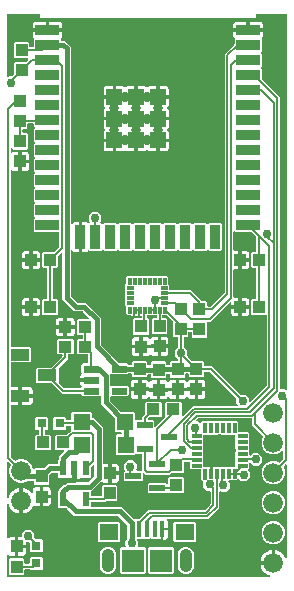
<source format=gbr>
G04 EAGLE Gerber RS-274X export*
G75*
%MOMM*%
%FSLAX34Y34*%
%LPD*%
%INTop Copper*%
%IPPOS*%
%AMOC8*
5,1,8,0,0,1.08239X$1,22.5*%
G01*
%ADD10R,1.000000X1.100000*%
%ADD11R,1.100000X1.000000*%
%ADD12R,1.400000X1.400000*%
%ADD13R,0.400000X1.350000*%
%ADD14R,1.600000X1.400000*%
%ADD15R,1.900000X1.900000*%
%ADD16C,1.008000*%
%ADD17C,1.676400*%
%ADD18R,0.800000X0.800000*%
%ADD19R,1.600000X1.000000*%
%ADD20R,0.558800X1.270000*%
%ADD21R,1.320800X0.558800*%
%ADD22C,0.019600*%
%ADD23R,2.000000X0.900000*%
%ADD24R,0.900000X2.000000*%
%ADD25R,1.330000X1.330000*%
%ADD26C,0.858000*%
%ADD27C,0.018200*%
%ADD28R,2.700000X2.700000*%
%ADD29C,0.808000*%
%ADD30C,0.090000*%
%ADD31R,1.000000X1.000000*%
%ADD32C,0.152400*%
%ADD33C,0.756400*%
%ADD34C,0.406400*%
%ADD35C,0.254000*%

G36*
X237804Y159812D02*
X237804Y159812D01*
X237856Y159814D01*
X237924Y159838D01*
X237994Y159853D01*
X238039Y159880D01*
X238087Y159898D01*
X238143Y159943D01*
X238205Y159980D01*
X238239Y160019D01*
X238279Y160052D01*
X238318Y160112D01*
X238365Y160167D01*
X238384Y160215D01*
X238412Y160259D01*
X238430Y160328D01*
X238457Y160395D01*
X238465Y160466D01*
X238473Y160497D01*
X238471Y160520D01*
X238475Y160561D01*
X238475Y477714D01*
X238472Y477734D01*
X238474Y477753D01*
X238452Y477855D01*
X238436Y477957D01*
X238426Y477974D01*
X238422Y477994D01*
X238369Y478083D01*
X238320Y478174D01*
X238306Y478188D01*
X238296Y478205D01*
X238217Y478272D01*
X238142Y478344D01*
X238124Y478352D01*
X238109Y478365D01*
X238013Y478404D01*
X237919Y478447D01*
X237899Y478449D01*
X237881Y478457D01*
X237714Y478475D01*
X213086Y478475D01*
X213066Y478472D01*
X213047Y478474D01*
X212945Y478452D01*
X212843Y478436D01*
X212826Y478426D01*
X212806Y478422D01*
X212717Y478369D01*
X212626Y478320D01*
X212612Y478306D01*
X212595Y478296D01*
X212528Y478217D01*
X212456Y478142D01*
X212448Y478124D01*
X212435Y478109D01*
X212396Y478013D01*
X212353Y477919D01*
X212351Y477899D01*
X212343Y477881D01*
X212325Y477714D01*
X212325Y475768D01*
X211432Y474875D01*
X30168Y474875D01*
X29275Y475768D01*
X29275Y477714D01*
X29272Y477734D01*
X29274Y477753D01*
X29252Y477855D01*
X29236Y477957D01*
X29226Y477974D01*
X29222Y477994D01*
X29169Y478083D01*
X29120Y478174D01*
X29106Y478188D01*
X29096Y478205D01*
X29017Y478272D01*
X28942Y478344D01*
X28924Y478352D01*
X28909Y478365D01*
X28813Y478404D01*
X28719Y478447D01*
X28699Y478449D01*
X28681Y478457D01*
X28514Y478475D01*
X2286Y478475D01*
X2266Y478472D01*
X2247Y478474D01*
X2145Y478452D01*
X2043Y478436D01*
X2026Y478426D01*
X2006Y478422D01*
X1917Y478369D01*
X1826Y478320D01*
X1812Y478306D01*
X1795Y478296D01*
X1728Y478217D01*
X1656Y478142D01*
X1648Y478124D01*
X1635Y478109D01*
X1596Y478013D01*
X1553Y477919D01*
X1551Y477899D01*
X1543Y477881D01*
X1525Y477714D01*
X1525Y425561D01*
X1536Y425491D01*
X1538Y425419D01*
X1556Y425370D01*
X1564Y425319D01*
X1598Y425255D01*
X1623Y425188D01*
X1655Y425147D01*
X1680Y425101D01*
X1732Y425052D01*
X1776Y424996D01*
X1820Y424968D01*
X1858Y424932D01*
X1923Y424902D01*
X1983Y424863D01*
X2034Y424850D01*
X2081Y424828D01*
X2152Y424820D01*
X2222Y424803D01*
X2274Y424807D01*
X2325Y424801D01*
X2396Y424816D01*
X2467Y424822D01*
X2515Y424842D01*
X2566Y424853D01*
X2627Y424890D01*
X2693Y424918D01*
X2749Y424963D01*
X2777Y424980D01*
X2792Y424997D01*
X2824Y425023D01*
X3108Y425307D01*
X5258Y425307D01*
X5348Y425321D01*
X5439Y425329D01*
X5468Y425341D01*
X5500Y425346D01*
X5581Y425389D01*
X5665Y425425D01*
X5697Y425451D01*
X5718Y425462D01*
X5740Y425485D01*
X5796Y425530D01*
X7252Y426986D01*
X7305Y427060D01*
X7365Y427130D01*
X7377Y427160D01*
X7396Y427186D01*
X7423Y427273D01*
X7457Y427358D01*
X7461Y427399D01*
X7468Y427421D01*
X7467Y427453D01*
X7475Y427524D01*
X7475Y436632D01*
X8368Y437525D01*
X17476Y437525D01*
X17566Y437539D01*
X17657Y437547D01*
X17686Y437559D01*
X17718Y437564D01*
X17799Y437607D01*
X17883Y437643D01*
X17915Y437669D01*
X17936Y437680D01*
X17958Y437703D01*
X18014Y437748D01*
X19442Y439176D01*
X19484Y439234D01*
X19533Y439286D01*
X19555Y439333D01*
X19585Y439375D01*
X19606Y439444D01*
X19637Y439509D01*
X19642Y439561D01*
X19658Y439611D01*
X19656Y439682D01*
X19664Y439753D01*
X19653Y439804D01*
X19651Y439856D01*
X19627Y439924D01*
X19612Y439994D01*
X19585Y440038D01*
X19567Y440087D01*
X19522Y440143D01*
X19485Y440205D01*
X19446Y440239D01*
X19413Y440279D01*
X19353Y440318D01*
X19298Y440365D01*
X19250Y440384D01*
X19206Y440412D01*
X19137Y440430D01*
X19070Y440457D01*
X18999Y440465D01*
X18968Y440473D01*
X18944Y440471D01*
X18904Y440475D01*
X8368Y440475D01*
X7475Y441368D01*
X7475Y453632D01*
X8368Y454525D01*
X19632Y454525D01*
X20525Y453632D01*
X20525Y450548D01*
X20528Y450528D01*
X20526Y450509D01*
X20548Y450407D01*
X20564Y450305D01*
X20574Y450288D01*
X20578Y450268D01*
X20631Y450179D01*
X20680Y450088D01*
X20694Y450074D01*
X20704Y450057D01*
X20783Y449990D01*
X20858Y449918D01*
X20876Y449910D01*
X20891Y449897D01*
X20987Y449858D01*
X21081Y449815D01*
X21101Y449813D01*
X21119Y449805D01*
X21286Y449787D01*
X23514Y449787D01*
X23534Y449790D01*
X23553Y449788D01*
X23655Y449810D01*
X23757Y449826D01*
X23774Y449836D01*
X23794Y449840D01*
X23883Y449893D01*
X23974Y449942D01*
X23988Y449956D01*
X24005Y449966D01*
X24072Y450045D01*
X24144Y450120D01*
X24152Y450138D01*
X24165Y450153D01*
X24204Y450249D01*
X24247Y450343D01*
X24249Y450363D01*
X24257Y450381D01*
X24275Y450548D01*
X24275Y456939D01*
X24320Y457009D01*
X24381Y457093D01*
X24386Y457112D01*
X24397Y457129D01*
X24422Y457229D01*
X24453Y457328D01*
X24452Y457348D01*
X24457Y457367D01*
X24449Y457470D01*
X24447Y457574D01*
X24440Y457593D01*
X24438Y457613D01*
X24398Y457708D01*
X24362Y457805D01*
X24350Y457821D01*
X24342Y457839D01*
X24237Y457970D01*
X23767Y458440D01*
X23432Y459019D01*
X23259Y459666D01*
X23259Y462977D01*
X35038Y462977D01*
X35058Y462980D01*
X35077Y462978D01*
X35179Y463000D01*
X35281Y463017D01*
X35298Y463026D01*
X35318Y463030D01*
X35407Y463083D01*
X35498Y463132D01*
X35512Y463146D01*
X35529Y463156D01*
X35596Y463235D01*
X35667Y463310D01*
X35676Y463328D01*
X35689Y463343D01*
X35728Y463439D01*
X35771Y463533D01*
X35773Y463553D01*
X35781Y463571D01*
X35799Y463738D01*
X35799Y464501D01*
X35801Y464501D01*
X35801Y463738D01*
X35804Y463718D01*
X35802Y463699D01*
X35824Y463597D01*
X35841Y463495D01*
X35850Y463478D01*
X35854Y463458D01*
X35907Y463369D01*
X35956Y463278D01*
X35970Y463264D01*
X35980Y463247D01*
X36059Y463180D01*
X36134Y463109D01*
X36152Y463100D01*
X36167Y463087D01*
X36263Y463048D01*
X36357Y463005D01*
X36377Y463003D01*
X36395Y462995D01*
X36562Y462977D01*
X48341Y462977D01*
X48341Y459666D01*
X48168Y459019D01*
X47833Y458440D01*
X47363Y457970D01*
X47351Y457954D01*
X47336Y457941D01*
X47280Y457854D01*
X47219Y457770D01*
X47214Y457751D01*
X47203Y457734D01*
X47178Y457634D01*
X47147Y457535D01*
X47148Y457515D01*
X47143Y457496D01*
X47151Y457393D01*
X47153Y457289D01*
X47160Y457270D01*
X47162Y457251D01*
X47202Y457155D01*
X47238Y457058D01*
X47250Y457043D01*
X47258Y457024D01*
X47325Y456941D01*
X47325Y456118D01*
X47328Y456098D01*
X47326Y456079D01*
X47348Y455977D01*
X47364Y455875D01*
X47374Y455858D01*
X47378Y455838D01*
X47431Y455749D01*
X47480Y455658D01*
X47494Y455644D01*
X47504Y455627D01*
X47583Y455560D01*
X47658Y455488D01*
X47676Y455480D01*
X47691Y455467D01*
X47787Y455428D01*
X47881Y455385D01*
X47901Y455383D01*
X47919Y455375D01*
X48086Y455357D01*
X50673Y455357D01*
X55557Y450473D01*
X55557Y301099D01*
X55564Y301051D01*
X55563Y301003D01*
X55584Y300931D01*
X55596Y300856D01*
X55619Y300814D01*
X55633Y300768D01*
X55676Y300706D01*
X55712Y300639D01*
X55746Y300606D01*
X55774Y300566D01*
X55835Y300521D01*
X55890Y300469D01*
X55933Y300449D01*
X55972Y300421D01*
X56044Y300398D01*
X56113Y300366D01*
X56161Y300360D01*
X56206Y300346D01*
X56282Y300347D01*
X56357Y300339D01*
X56404Y300349D01*
X56452Y300349D01*
X56524Y300375D01*
X56598Y300391D01*
X56639Y300415D01*
X56684Y300431D01*
X56744Y300478D01*
X56809Y300517D01*
X56840Y300553D01*
X56878Y300583D01*
X56954Y300687D01*
X56969Y300704D01*
X56971Y300710D01*
X56977Y300718D01*
X57117Y300960D01*
X57590Y301433D01*
X58169Y301768D01*
X58816Y301941D01*
X62127Y301941D01*
X62127Y290162D01*
X62130Y290142D01*
X62128Y290123D01*
X62150Y290021D01*
X62167Y289919D01*
X62176Y289902D01*
X62180Y289882D01*
X62233Y289793D01*
X62282Y289702D01*
X62296Y289688D01*
X62306Y289671D01*
X62385Y289604D01*
X62460Y289533D01*
X62478Y289524D01*
X62493Y289511D01*
X62589Y289472D01*
X62683Y289429D01*
X62703Y289427D01*
X62721Y289419D01*
X62888Y289401D01*
X64412Y289401D01*
X64432Y289404D01*
X64451Y289402D01*
X64553Y289424D01*
X64655Y289441D01*
X64672Y289450D01*
X64692Y289454D01*
X64781Y289507D01*
X64872Y289556D01*
X64886Y289570D01*
X64903Y289580D01*
X64970Y289659D01*
X65041Y289734D01*
X65050Y289752D01*
X65063Y289767D01*
X65102Y289863D01*
X65145Y289957D01*
X65147Y289977D01*
X65155Y289995D01*
X65173Y290162D01*
X65173Y301941D01*
X68484Y301941D01*
X69131Y301768D01*
X69710Y301433D01*
X70180Y300963D01*
X70196Y300951D01*
X70209Y300936D01*
X70296Y300880D01*
X70380Y300819D01*
X70399Y300814D01*
X70416Y300803D01*
X70516Y300778D01*
X70615Y300747D01*
X70635Y300748D01*
X70654Y300743D01*
X70757Y300751D01*
X70861Y300753D01*
X70880Y300760D01*
X70900Y300762D01*
X70995Y300802D01*
X71092Y300838D01*
X71107Y300850D01*
X71126Y300858D01*
X71257Y300963D01*
X71356Y301063D01*
X71368Y301079D01*
X71383Y301091D01*
X71439Y301178D01*
X71500Y301262D01*
X71506Y301281D01*
X71516Y301298D01*
X71542Y301399D01*
X71572Y301497D01*
X71572Y301517D01*
X71576Y301537D01*
X71568Y301640D01*
X71566Y301743D01*
X71559Y301762D01*
X71557Y301782D01*
X71517Y301877D01*
X71481Y301974D01*
X71469Y301990D01*
X71461Y302008D01*
X71356Y302139D01*
X70693Y302802D01*
X70693Y307198D01*
X73802Y310307D01*
X78198Y310307D01*
X81307Y307198D01*
X81307Y302802D01*
X80729Y302224D01*
X80687Y302166D01*
X80638Y302114D01*
X80616Y302067D01*
X80586Y302025D01*
X80564Y301956D01*
X80534Y301891D01*
X80529Y301839D01*
X80513Y301789D01*
X80515Y301718D01*
X80507Y301647D01*
X80518Y301596D01*
X80520Y301544D01*
X80544Y301476D01*
X80559Y301406D01*
X80586Y301361D01*
X80604Y301313D01*
X80649Y301257D01*
X80686Y301195D01*
X80725Y301161D01*
X80758Y301121D01*
X80818Y301082D01*
X80873Y301035D01*
X80921Y301016D01*
X80965Y300988D01*
X81034Y300970D01*
X81101Y300943D01*
X81172Y300935D01*
X81203Y300927D01*
X81226Y300929D01*
X81267Y300925D01*
X81482Y300925D01*
X82162Y300245D01*
X82178Y300233D01*
X82190Y300217D01*
X82278Y300161D01*
X82361Y300101D01*
X82380Y300095D01*
X82397Y300084D01*
X82498Y300059D01*
X82597Y300029D01*
X82616Y300029D01*
X82636Y300024D01*
X82739Y300032D01*
X82842Y300035D01*
X82861Y300042D01*
X82881Y300043D01*
X82976Y300084D01*
X83073Y300119D01*
X83089Y300132D01*
X83107Y300140D01*
X83238Y300245D01*
X83918Y300925D01*
X94182Y300925D01*
X94862Y300245D01*
X94878Y300233D01*
X94890Y300217D01*
X94978Y300161D01*
X95061Y300101D01*
X95080Y300095D01*
X95097Y300084D01*
X95198Y300059D01*
X95297Y300029D01*
X95316Y300029D01*
X95336Y300024D01*
X95439Y300032D01*
X95542Y300035D01*
X95561Y300042D01*
X95581Y300043D01*
X95676Y300084D01*
X95773Y300119D01*
X95789Y300132D01*
X95807Y300140D01*
X95938Y300245D01*
X96618Y300925D01*
X106882Y300925D01*
X107562Y300245D01*
X107578Y300233D01*
X107590Y300217D01*
X107678Y300161D01*
X107761Y300101D01*
X107780Y300095D01*
X107797Y300084D01*
X107898Y300059D01*
X107997Y300029D01*
X108016Y300029D01*
X108036Y300024D01*
X108139Y300032D01*
X108242Y300035D01*
X108261Y300042D01*
X108281Y300043D01*
X108376Y300084D01*
X108473Y300119D01*
X108489Y300132D01*
X108507Y300140D01*
X108638Y300245D01*
X109318Y300925D01*
X119582Y300925D01*
X120262Y300245D01*
X120278Y300233D01*
X120290Y300217D01*
X120378Y300161D01*
X120461Y300101D01*
X120480Y300095D01*
X120497Y300084D01*
X120598Y300059D01*
X120697Y300029D01*
X120716Y300029D01*
X120736Y300024D01*
X120839Y300032D01*
X120942Y300035D01*
X120961Y300042D01*
X120981Y300043D01*
X121076Y300084D01*
X121173Y300119D01*
X121189Y300132D01*
X121207Y300140D01*
X121338Y300245D01*
X122018Y300925D01*
X132282Y300925D01*
X132962Y300245D01*
X132978Y300233D01*
X132990Y300217D01*
X133078Y300161D01*
X133161Y300101D01*
X133180Y300095D01*
X133197Y300084D01*
X133298Y300059D01*
X133397Y300029D01*
X133416Y300029D01*
X133436Y300024D01*
X133539Y300032D01*
X133642Y300035D01*
X133661Y300042D01*
X133681Y300043D01*
X133776Y300084D01*
X133873Y300119D01*
X133889Y300132D01*
X133907Y300140D01*
X134038Y300245D01*
X134718Y300925D01*
X144982Y300925D01*
X145662Y300245D01*
X145678Y300233D01*
X145690Y300217D01*
X145778Y300161D01*
X145861Y300101D01*
X145880Y300095D01*
X145897Y300084D01*
X145998Y300059D01*
X146097Y300029D01*
X146116Y300029D01*
X146136Y300024D01*
X146239Y300032D01*
X146342Y300035D01*
X146361Y300042D01*
X146381Y300043D01*
X146476Y300084D01*
X146573Y300119D01*
X146589Y300132D01*
X146607Y300140D01*
X146738Y300245D01*
X147418Y300925D01*
X157682Y300925D01*
X158362Y300245D01*
X158378Y300233D01*
X158390Y300217D01*
X158478Y300161D01*
X158561Y300101D01*
X158580Y300095D01*
X158597Y300084D01*
X158698Y300059D01*
X158797Y300029D01*
X158816Y300029D01*
X158836Y300024D01*
X158939Y300032D01*
X159042Y300035D01*
X159061Y300042D01*
X159081Y300043D01*
X159176Y300084D01*
X159273Y300119D01*
X159289Y300132D01*
X159307Y300140D01*
X159438Y300245D01*
X160118Y300925D01*
X170382Y300925D01*
X171062Y300245D01*
X171078Y300233D01*
X171090Y300217D01*
X171178Y300161D01*
X171261Y300101D01*
X171280Y300095D01*
X171297Y300084D01*
X171398Y300059D01*
X171497Y300029D01*
X171516Y300029D01*
X171536Y300024D01*
X171639Y300032D01*
X171742Y300035D01*
X171761Y300042D01*
X171781Y300043D01*
X171876Y300084D01*
X171973Y300119D01*
X171989Y300132D01*
X172007Y300140D01*
X172138Y300245D01*
X172818Y300925D01*
X183082Y300925D01*
X183975Y300032D01*
X183975Y278768D01*
X183082Y277875D01*
X172818Y277875D01*
X172138Y278555D01*
X172122Y278567D01*
X172110Y278583D01*
X172022Y278639D01*
X171939Y278699D01*
X171920Y278705D01*
X171903Y278716D01*
X171802Y278741D01*
X171703Y278771D01*
X171684Y278771D01*
X171664Y278776D01*
X171561Y278768D01*
X171458Y278765D01*
X171439Y278758D01*
X171419Y278757D01*
X171324Y278716D01*
X171227Y278681D01*
X171211Y278668D01*
X171193Y278660D01*
X171062Y278555D01*
X170382Y277875D01*
X160118Y277875D01*
X159438Y278555D01*
X159422Y278567D01*
X159410Y278583D01*
X159322Y278639D01*
X159239Y278699D01*
X159220Y278705D01*
X159203Y278716D01*
X159102Y278741D01*
X159003Y278771D01*
X158984Y278771D01*
X158964Y278776D01*
X158861Y278768D01*
X158758Y278765D01*
X158739Y278758D01*
X158719Y278757D01*
X158624Y278716D01*
X158527Y278681D01*
X158511Y278668D01*
X158493Y278660D01*
X158362Y278555D01*
X157682Y277875D01*
X147418Y277875D01*
X146738Y278555D01*
X146722Y278567D01*
X146710Y278583D01*
X146622Y278639D01*
X146539Y278699D01*
X146520Y278705D01*
X146503Y278716D01*
X146402Y278741D01*
X146303Y278771D01*
X146284Y278771D01*
X146264Y278776D01*
X146161Y278768D01*
X146058Y278765D01*
X146039Y278758D01*
X146019Y278757D01*
X145924Y278716D01*
X145827Y278681D01*
X145811Y278668D01*
X145793Y278660D01*
X145662Y278555D01*
X144982Y277875D01*
X134718Y277875D01*
X134038Y278555D01*
X134022Y278567D01*
X134010Y278583D01*
X133922Y278639D01*
X133839Y278699D01*
X133820Y278705D01*
X133803Y278716D01*
X133702Y278741D01*
X133603Y278771D01*
X133584Y278771D01*
X133564Y278776D01*
X133461Y278768D01*
X133358Y278765D01*
X133339Y278758D01*
X133319Y278757D01*
X133224Y278716D01*
X133127Y278681D01*
X133111Y278668D01*
X133093Y278660D01*
X132962Y278555D01*
X132282Y277875D01*
X122018Y277875D01*
X121338Y278555D01*
X121322Y278567D01*
X121310Y278583D01*
X121222Y278639D01*
X121139Y278699D01*
X121120Y278705D01*
X121103Y278716D01*
X121002Y278741D01*
X120903Y278771D01*
X120884Y278771D01*
X120864Y278776D01*
X120761Y278768D01*
X120658Y278765D01*
X120639Y278758D01*
X120619Y278757D01*
X120524Y278716D01*
X120427Y278681D01*
X120411Y278668D01*
X120393Y278660D01*
X120262Y278555D01*
X119582Y277875D01*
X109318Y277875D01*
X108638Y278555D01*
X108622Y278567D01*
X108610Y278583D01*
X108522Y278639D01*
X108439Y278699D01*
X108420Y278705D01*
X108403Y278716D01*
X108302Y278741D01*
X108203Y278771D01*
X108184Y278771D01*
X108164Y278776D01*
X108061Y278768D01*
X107958Y278765D01*
X107939Y278758D01*
X107919Y278757D01*
X107824Y278716D01*
X107727Y278681D01*
X107711Y278668D01*
X107693Y278660D01*
X107562Y278555D01*
X106882Y277875D01*
X96618Y277875D01*
X95938Y278555D01*
X95922Y278567D01*
X95910Y278583D01*
X95822Y278639D01*
X95739Y278699D01*
X95720Y278705D01*
X95703Y278716D01*
X95602Y278741D01*
X95503Y278771D01*
X95484Y278771D01*
X95464Y278776D01*
X95361Y278768D01*
X95258Y278765D01*
X95239Y278758D01*
X95219Y278757D01*
X95124Y278716D01*
X95027Y278681D01*
X95011Y278668D01*
X94993Y278660D01*
X94862Y278555D01*
X94182Y277875D01*
X83918Y277875D01*
X83238Y278555D01*
X83222Y278567D01*
X83210Y278583D01*
X83122Y278639D01*
X83039Y278699D01*
X83020Y278705D01*
X83003Y278716D01*
X82902Y278741D01*
X82803Y278771D01*
X82784Y278771D01*
X82764Y278776D01*
X82661Y278768D01*
X82558Y278765D01*
X82539Y278758D01*
X82519Y278757D01*
X82424Y278716D01*
X82327Y278681D01*
X82311Y278668D01*
X82293Y278660D01*
X82162Y278555D01*
X81482Y277875D01*
X71211Y277875D01*
X71141Y277920D01*
X71057Y277981D01*
X71038Y277986D01*
X71021Y277997D01*
X70921Y278022D01*
X70822Y278053D01*
X70802Y278052D01*
X70783Y278057D01*
X70680Y278049D01*
X70576Y278047D01*
X70557Y278040D01*
X70537Y278038D01*
X70442Y277998D01*
X70345Y277962D01*
X70329Y277950D01*
X70311Y277942D01*
X70180Y277837D01*
X69710Y277367D01*
X69131Y277032D01*
X68484Y276859D01*
X65173Y276859D01*
X65173Y288638D01*
X65170Y288658D01*
X65172Y288677D01*
X65150Y288779D01*
X65133Y288881D01*
X65124Y288898D01*
X65120Y288918D01*
X65067Y289007D01*
X65018Y289098D01*
X65004Y289112D01*
X64994Y289129D01*
X64915Y289196D01*
X64840Y289267D01*
X64822Y289276D01*
X64807Y289289D01*
X64711Y289328D01*
X64617Y289371D01*
X64597Y289373D01*
X64579Y289381D01*
X64412Y289399D01*
X62888Y289399D01*
X62868Y289396D01*
X62849Y289398D01*
X62747Y289376D01*
X62645Y289359D01*
X62628Y289350D01*
X62608Y289346D01*
X62519Y289293D01*
X62428Y289244D01*
X62414Y289230D01*
X62397Y289220D01*
X62330Y289141D01*
X62259Y289066D01*
X62250Y289048D01*
X62237Y289033D01*
X62198Y288937D01*
X62155Y288843D01*
X62153Y288823D01*
X62145Y288805D01*
X62127Y288638D01*
X62127Y276859D01*
X58816Y276859D01*
X58169Y277032D01*
X57590Y277367D01*
X57117Y277840D01*
X56977Y278082D01*
X56947Y278119D01*
X56924Y278161D01*
X56869Y278214D01*
X56821Y278272D01*
X56781Y278298D01*
X56746Y278331D01*
X56677Y278363D01*
X56613Y278403D01*
X56567Y278414D01*
X56523Y278434D01*
X56448Y278443D01*
X56374Y278460D01*
X56326Y278456D01*
X56279Y278461D01*
X56204Y278445D01*
X56129Y278439D01*
X56085Y278419D01*
X56038Y278409D01*
X55973Y278370D01*
X55904Y278340D01*
X55868Y278308D01*
X55827Y278283D01*
X55778Y278225D01*
X55722Y278174D01*
X55698Y278133D01*
X55667Y278096D01*
X55639Y278026D01*
X55602Y277960D01*
X55593Y277913D01*
X55575Y277868D01*
X55561Y277740D01*
X55557Y277718D01*
X55558Y277711D01*
X55557Y277701D01*
X55557Y239789D01*
X55559Y239772D01*
X55558Y239757D01*
X55572Y239691D01*
X55579Y239608D01*
X55591Y239578D01*
X55596Y239546D01*
X55609Y239523D01*
X55610Y239516D01*
X55629Y239484D01*
X55639Y239465D01*
X55675Y239381D01*
X55701Y239349D01*
X55712Y239328D01*
X55735Y239306D01*
X55780Y239250D01*
X61250Y233780D01*
X61324Y233727D01*
X61394Y233667D01*
X61424Y233655D01*
X61450Y233636D01*
X61537Y233609D01*
X61622Y233575D01*
X61663Y233571D01*
X61685Y233564D01*
X61717Y233565D01*
X61789Y233557D01*
X68473Y233557D01*
X80907Y221123D01*
X80907Y198589D01*
X80921Y198498D01*
X80929Y198408D01*
X80941Y198378D01*
X80946Y198346D01*
X80989Y198265D01*
X81025Y198181D01*
X81051Y198149D01*
X81062Y198128D01*
X81085Y198106D01*
X81130Y198050D01*
X96632Y182548D01*
X96706Y182495D01*
X96776Y182435D01*
X96806Y182423D01*
X96832Y182404D01*
X96919Y182377D01*
X97004Y182343D01*
X97045Y182339D01*
X97067Y182332D01*
X97099Y182333D01*
X97171Y182325D01*
X103468Y182325D01*
X104613Y181180D01*
X104687Y181127D01*
X104756Y181067D01*
X104787Y181055D01*
X104813Y181036D01*
X104900Y181009D01*
X104985Y180975D01*
X105026Y180971D01*
X105048Y180964D01*
X105080Y180965D01*
X105151Y180957D01*
X106614Y180957D01*
X106634Y180960D01*
X106653Y180958D01*
X106755Y180980D01*
X106857Y180996D01*
X106874Y181006D01*
X106894Y181010D01*
X106983Y181063D01*
X107074Y181112D01*
X107088Y181126D01*
X107105Y181136D01*
X107172Y181215D01*
X107244Y181290D01*
X107252Y181308D01*
X107265Y181323D01*
X107304Y181419D01*
X107347Y181513D01*
X107349Y181533D01*
X107357Y181551D01*
X107375Y181718D01*
X107375Y183532D01*
X108268Y184425D01*
X119532Y184425D01*
X120425Y183532D01*
X120425Y181318D01*
X120428Y181298D01*
X120426Y181279D01*
X120448Y181177D01*
X120464Y181075D01*
X120474Y181058D01*
X120478Y181038D01*
X120531Y180949D01*
X120580Y180858D01*
X120594Y180844D01*
X120604Y180827D01*
X120683Y180760D01*
X120758Y180688D01*
X120776Y180680D01*
X120791Y180667D01*
X120887Y180628D01*
X120981Y180585D01*
X121001Y180583D01*
X121019Y180575D01*
X121186Y180557D01*
X122614Y180557D01*
X122634Y180560D01*
X122653Y180558D01*
X122755Y180580D01*
X122857Y180596D01*
X122874Y180606D01*
X122894Y180610D01*
X122983Y180663D01*
X123074Y180712D01*
X123088Y180726D01*
X123105Y180736D01*
X123172Y180815D01*
X123244Y180890D01*
X123252Y180908D01*
X123265Y180923D01*
X123304Y181019D01*
X123347Y181113D01*
X123349Y181133D01*
X123357Y181151D01*
X123375Y181318D01*
X123375Y183132D01*
X124268Y184025D01*
X135532Y184025D01*
X136425Y183132D01*
X136425Y181518D01*
X136428Y181498D01*
X136426Y181479D01*
X136448Y181377D01*
X136464Y181275D01*
X136474Y181258D01*
X136478Y181238D01*
X136531Y181149D01*
X136580Y181058D01*
X136594Y181044D01*
X136604Y181027D01*
X136683Y180960D01*
X136758Y180888D01*
X136776Y180880D01*
X136791Y180867D01*
X136887Y180828D01*
X136981Y180785D01*
X137001Y180783D01*
X137019Y180775D01*
X137186Y180757D01*
X138614Y180757D01*
X138634Y180760D01*
X138653Y180758D01*
X138755Y180780D01*
X138857Y180796D01*
X138874Y180806D01*
X138894Y180810D01*
X138983Y180863D01*
X139074Y180912D01*
X139088Y180926D01*
X139105Y180936D01*
X139172Y181015D01*
X139244Y181090D01*
X139252Y181108D01*
X139265Y181123D01*
X139304Y181219D01*
X139347Y181313D01*
X139349Y181333D01*
X139357Y181351D01*
X139375Y181518D01*
X139375Y183332D01*
X140268Y184225D01*
X145852Y184225D01*
X145872Y184228D01*
X145891Y184226D01*
X145993Y184248D01*
X146095Y184264D01*
X146112Y184274D01*
X146132Y184278D01*
X146221Y184331D01*
X146312Y184380D01*
X146326Y184394D01*
X146343Y184404D01*
X146410Y184483D01*
X146482Y184558D01*
X146490Y184576D01*
X146503Y184591D01*
X146542Y184687D01*
X146585Y184781D01*
X146587Y184801D01*
X146595Y184819D01*
X146613Y184986D01*
X146613Y185467D01*
X146599Y185557D01*
X146591Y185648D01*
X146579Y185677D01*
X146574Y185709D01*
X146531Y185790D01*
X146495Y185874D01*
X146469Y185906D01*
X146458Y185927D01*
X146435Y185949D01*
X146390Y186005D01*
X143593Y188802D01*
X143593Y193198D01*
X146390Y195995D01*
X146443Y196069D01*
X146503Y196139D01*
X146515Y196169D01*
X146534Y196195D01*
X146561Y196282D01*
X146595Y196367D01*
X146599Y196408D01*
X146606Y196430D01*
X146605Y196462D01*
X146613Y196533D01*
X146613Y203814D01*
X146610Y203834D01*
X146612Y203853D01*
X146590Y203955D01*
X146574Y204057D01*
X146564Y204074D01*
X146560Y204094D01*
X146507Y204183D01*
X146458Y204274D01*
X146444Y204288D01*
X146434Y204305D01*
X146355Y204372D01*
X146280Y204444D01*
X146262Y204452D01*
X146247Y204465D01*
X146151Y204504D01*
X146057Y204547D01*
X146037Y204549D01*
X146019Y204557D01*
X145852Y204575D01*
X142868Y204575D01*
X141975Y205468D01*
X141975Y217325D01*
X141961Y217416D01*
X141953Y217506D01*
X141941Y217536D01*
X141936Y217568D01*
X141893Y217649D01*
X141857Y217733D01*
X141831Y217765D01*
X141820Y217786D01*
X141797Y217808D01*
X141752Y217864D01*
X136214Y223402D01*
X136140Y223455D01*
X136070Y223515D01*
X136040Y223527D01*
X136014Y223546D01*
X135927Y223573D01*
X135842Y223607D01*
X135801Y223611D01*
X135779Y223618D01*
X135747Y223617D01*
X135675Y223625D01*
X133798Y223625D01*
X133778Y223622D01*
X133759Y223624D01*
X133657Y223602D01*
X133555Y223586D01*
X133538Y223576D01*
X133518Y223572D01*
X133429Y223519D01*
X133338Y223470D01*
X133324Y223456D01*
X133307Y223446D01*
X133240Y223367D01*
X133168Y223292D01*
X133160Y223274D01*
X133147Y223259D01*
X133108Y223163D01*
X133065Y223069D01*
X133063Y223049D01*
X133055Y223031D01*
X133037Y222864D01*
X133037Y221586D01*
X133040Y221566D01*
X133038Y221547D01*
X133060Y221445D01*
X133076Y221343D01*
X133086Y221326D01*
X133090Y221306D01*
X133143Y221217D01*
X133192Y221126D01*
X133206Y221112D01*
X133216Y221095D01*
X133295Y221028D01*
X133370Y220956D01*
X133388Y220948D01*
X133403Y220935D01*
X133499Y220896D01*
X133593Y220853D01*
X133613Y220851D01*
X133631Y220843D01*
X133798Y220825D01*
X136332Y220825D01*
X137225Y219932D01*
X137225Y207668D01*
X136332Y206775D01*
X125068Y206775D01*
X124175Y207668D01*
X124175Y219932D01*
X125068Y220825D01*
X127702Y220825D01*
X127722Y220828D01*
X127741Y220826D01*
X127843Y220848D01*
X127945Y220864D01*
X127962Y220874D01*
X127982Y220878D01*
X128071Y220931D01*
X128162Y220980D01*
X128176Y220994D01*
X128193Y221004D01*
X128260Y221083D01*
X128332Y221158D01*
X128340Y221176D01*
X128353Y221191D01*
X128392Y221287D01*
X128435Y221381D01*
X128437Y221401D01*
X128445Y221419D01*
X128463Y221586D01*
X128463Y222864D01*
X128460Y222884D01*
X128462Y222903D01*
X128440Y223005D01*
X128424Y223107D01*
X128414Y223124D01*
X128410Y223144D01*
X128357Y223233D01*
X128308Y223324D01*
X128294Y223338D01*
X128284Y223355D01*
X128205Y223422D01*
X128130Y223494D01*
X128112Y223502D01*
X128097Y223515D01*
X128001Y223554D01*
X127907Y223597D01*
X127887Y223599D01*
X127869Y223607D01*
X127702Y223625D01*
X120898Y223625D01*
X120878Y223622D01*
X120859Y223624D01*
X120757Y223602D01*
X120655Y223586D01*
X120638Y223576D01*
X120618Y223572D01*
X120529Y223519D01*
X120438Y223470D01*
X120424Y223456D01*
X120407Y223446D01*
X120340Y223367D01*
X120268Y223292D01*
X120260Y223274D01*
X120247Y223259D01*
X120208Y223163D01*
X120165Y223069D01*
X120163Y223049D01*
X120155Y223031D01*
X120137Y222864D01*
X120137Y221335D01*
X120151Y221245D01*
X120159Y221154D01*
X120171Y221124D01*
X120176Y221092D01*
X120219Y221011D01*
X120255Y220928D01*
X120281Y220895D01*
X120292Y220875D01*
X120315Y220853D01*
X120360Y220797D01*
X121425Y219732D01*
X121425Y207468D01*
X120532Y206575D01*
X109268Y206575D01*
X108375Y207468D01*
X108375Y219732D01*
X109268Y220625D01*
X114802Y220625D01*
X114822Y220628D01*
X114841Y220626D01*
X114943Y220648D01*
X115045Y220664D01*
X115062Y220674D01*
X115082Y220678D01*
X115171Y220731D01*
X115262Y220780D01*
X115276Y220794D01*
X115293Y220804D01*
X115360Y220883D01*
X115432Y220958D01*
X115440Y220976D01*
X115453Y220991D01*
X115492Y221087D01*
X115535Y221181D01*
X115537Y221201D01*
X115545Y221219D01*
X115563Y221386D01*
X115563Y221848D01*
X115560Y221868D01*
X115562Y221887D01*
X115540Y221989D01*
X115524Y222091D01*
X115514Y222108D01*
X115510Y222128D01*
X115457Y222217D01*
X115408Y222308D01*
X115394Y222322D01*
X115384Y222339D01*
X115305Y222406D01*
X115230Y222478D01*
X115212Y222486D01*
X115197Y222499D01*
X115101Y222538D01*
X115007Y222581D01*
X114987Y222583D01*
X114969Y222591D01*
X114802Y222609D01*
X114311Y222609D01*
X114311Y223641D01*
X114303Y223694D01*
X114304Y223749D01*
X114283Y223815D01*
X114272Y223884D01*
X114246Y223932D01*
X114230Y223983D01*
X114189Y224040D01*
X114157Y224101D01*
X114117Y224138D01*
X114085Y224182D01*
X114029Y224223D01*
X113978Y224270D01*
X113929Y224293D01*
X113885Y224325D01*
X113818Y224345D01*
X113755Y224374D01*
X113701Y224380D01*
X113649Y224396D01*
X113580Y224394D01*
X113511Y224401D01*
X113458Y224390D01*
X113404Y224388D01*
X113338Y224364D01*
X113270Y224349D01*
X113224Y224321D01*
X113173Y224302D01*
X113119Y224258D01*
X113059Y224223D01*
X113024Y224182D01*
X112982Y224147D01*
X112919Y224058D01*
X112899Y224036D01*
X112899Y224035D01*
X112895Y224025D01*
X112885Y224011D01*
X112884Y224010D01*
X112848Y223908D01*
X112807Y223807D01*
X112805Y223789D01*
X112801Y223779D01*
X112801Y223749D01*
X112789Y223640D01*
X112789Y222609D01*
X111901Y222609D01*
X111597Y222691D01*
X111483Y222702D01*
X111369Y222716D01*
X111359Y222714D01*
X111352Y222715D01*
X111331Y222710D01*
X111203Y222691D01*
X110899Y222609D01*
X110011Y222609D01*
X110011Y223640D01*
X109994Y223748D01*
X109980Y223855D01*
X109973Y223872D01*
X109972Y223883D01*
X109958Y223909D01*
X109916Y224010D01*
X109915Y224011D01*
X109882Y224053D01*
X109857Y224101D01*
X109856Y224101D01*
X109806Y224149D01*
X109763Y224204D01*
X109717Y224233D01*
X109678Y224271D01*
X109615Y224300D01*
X109557Y224338D01*
X109504Y224351D01*
X109455Y224374D01*
X109386Y224382D01*
X109318Y224399D01*
X109264Y224395D01*
X109210Y224401D01*
X109142Y224386D01*
X109073Y224381D01*
X109023Y224360D01*
X108970Y224349D01*
X108910Y224313D01*
X108846Y224286D01*
X108805Y224251D01*
X108759Y224223D01*
X108714Y224170D01*
X108661Y224124D01*
X108634Y224077D01*
X108599Y224036D01*
X108573Y223971D01*
X108538Y223911D01*
X108527Y223858D01*
X108507Y223808D01*
X108495Y223699D01*
X108489Y223670D01*
X108491Y223659D01*
X108489Y223641D01*
X108489Y222609D01*
X107601Y222609D01*
X106929Y222789D01*
X106328Y223136D01*
X106062Y223402D01*
X105988Y223455D01*
X105919Y223515D01*
X105888Y223527D01*
X105862Y223546D01*
X105775Y223573D01*
X105690Y223607D01*
X105649Y223611D01*
X105627Y223618D01*
X105595Y223617D01*
X105524Y223625D01*
X102976Y223625D01*
X102025Y224576D01*
X102025Y230361D01*
X102011Y230451D01*
X102003Y230542D01*
X101991Y230571D01*
X101986Y230603D01*
X101943Y230684D01*
X101907Y230768D01*
X101881Y230800D01*
X101870Y230821D01*
X101847Y230843D01*
X101802Y230899D01*
X101125Y231576D01*
X101125Y248424D01*
X101802Y249101D01*
X101855Y249175D01*
X101915Y249245D01*
X101927Y249275D01*
X101946Y249301D01*
X101973Y249388D01*
X102007Y249473D01*
X102011Y249514D01*
X102018Y249536D01*
X102017Y249568D01*
X102025Y249639D01*
X102025Y255424D01*
X102976Y256375D01*
X137024Y256375D01*
X137975Y255424D01*
X137975Y249639D01*
X137989Y249549D01*
X137997Y249458D01*
X138009Y249429D01*
X138014Y249397D01*
X138057Y249316D01*
X138093Y249232D01*
X138119Y249200D01*
X138130Y249179D01*
X138153Y249157D01*
X138198Y249101D01*
X138875Y248424D01*
X138875Y245198D01*
X138878Y245178D01*
X138876Y245159D01*
X138898Y245057D01*
X138914Y244955D01*
X138924Y244938D01*
X138928Y244918D01*
X138981Y244829D01*
X139030Y244738D01*
X139044Y244724D01*
X139054Y244707D01*
X139133Y244640D01*
X139208Y244568D01*
X139226Y244560D01*
X139241Y244547D01*
X139337Y244508D01*
X139431Y244465D01*
X139451Y244463D01*
X139469Y244455D01*
X139636Y244437D01*
X157397Y244437D01*
X166486Y235348D01*
X166560Y235295D01*
X166630Y235235D01*
X166660Y235223D01*
X166686Y235204D01*
X166773Y235177D01*
X166858Y235143D01*
X166899Y235139D01*
X166921Y235132D01*
X166953Y235133D01*
X167025Y235125D01*
X170132Y235125D01*
X171025Y234232D01*
X171025Y231148D01*
X171028Y231128D01*
X171026Y231109D01*
X171048Y231007D01*
X171064Y230905D01*
X171074Y230888D01*
X171078Y230868D01*
X171131Y230779D01*
X171180Y230688D01*
X171194Y230674D01*
X171204Y230657D01*
X171283Y230590D01*
X171358Y230518D01*
X171376Y230510D01*
X171391Y230497D01*
X171487Y230458D01*
X171581Y230415D01*
X171601Y230413D01*
X171619Y230405D01*
X171786Y230387D01*
X174043Y230387D01*
X174134Y230401D01*
X174224Y230409D01*
X174254Y230421D01*
X174286Y230426D01*
X174367Y230469D01*
X174451Y230505D01*
X174483Y230531D01*
X174504Y230542D01*
X174526Y230565D01*
X174582Y230610D01*
X185696Y241724D01*
X185749Y241798D01*
X185809Y241868D01*
X185821Y241898D01*
X185840Y241924D01*
X185867Y242011D01*
X185901Y242096D01*
X185905Y242137D01*
X185912Y242159D01*
X185911Y242191D01*
X185919Y242263D01*
X185919Y444153D01*
X187482Y445716D01*
X194052Y452286D01*
X194105Y452360D01*
X194165Y452430D01*
X194177Y452460D01*
X194196Y452486D01*
X194223Y452573D01*
X194257Y452658D01*
X194261Y452699D01*
X194268Y452721D01*
X194267Y452753D01*
X194275Y452824D01*
X194275Y456939D01*
X194320Y457009D01*
X194381Y457093D01*
X194386Y457112D01*
X194397Y457129D01*
X194422Y457229D01*
X194453Y457328D01*
X194452Y457348D01*
X194457Y457367D01*
X194449Y457470D01*
X194447Y457574D01*
X194440Y457593D01*
X194438Y457613D01*
X194398Y457708D01*
X194362Y457805D01*
X194350Y457821D01*
X194342Y457839D01*
X194237Y457970D01*
X193767Y458440D01*
X193432Y459019D01*
X193259Y459666D01*
X193259Y462977D01*
X205038Y462977D01*
X205058Y462980D01*
X205077Y462978D01*
X205179Y463000D01*
X205281Y463017D01*
X205298Y463026D01*
X205318Y463030D01*
X205407Y463083D01*
X205498Y463132D01*
X205512Y463146D01*
X205529Y463156D01*
X205596Y463235D01*
X205667Y463310D01*
X205676Y463328D01*
X205689Y463343D01*
X205728Y463439D01*
X205771Y463533D01*
X205773Y463553D01*
X205781Y463571D01*
X205799Y463738D01*
X205799Y464501D01*
X205801Y464501D01*
X205801Y463738D01*
X205804Y463718D01*
X205802Y463699D01*
X205824Y463597D01*
X205841Y463495D01*
X205850Y463478D01*
X205854Y463458D01*
X205907Y463369D01*
X205956Y463278D01*
X205970Y463264D01*
X205980Y463247D01*
X206059Y463180D01*
X206134Y463109D01*
X206152Y463100D01*
X206167Y463087D01*
X206263Y463048D01*
X206357Y463005D01*
X206377Y463003D01*
X206395Y462995D01*
X206562Y462977D01*
X218341Y462977D01*
X218341Y459666D01*
X218168Y459019D01*
X217833Y458440D01*
X217363Y457970D01*
X217351Y457954D01*
X217336Y457941D01*
X217280Y457854D01*
X217219Y457770D01*
X217214Y457751D01*
X217203Y457734D01*
X217178Y457634D01*
X217147Y457535D01*
X217148Y457515D01*
X217143Y457496D01*
X217151Y457393D01*
X217153Y457289D01*
X217160Y457270D01*
X217162Y457251D01*
X217202Y457155D01*
X217238Y457058D01*
X217250Y457043D01*
X217258Y457024D01*
X217325Y456941D01*
X217325Y446668D01*
X216645Y445988D01*
X216633Y445972D01*
X216617Y445960D01*
X216561Y445872D01*
X216501Y445789D01*
X216495Y445770D01*
X216484Y445753D01*
X216459Y445652D01*
X216429Y445553D01*
X216429Y445534D01*
X216424Y445514D01*
X216432Y445411D01*
X216435Y445308D01*
X216442Y445289D01*
X216443Y445269D01*
X216484Y445174D01*
X216519Y445077D01*
X216532Y445061D01*
X216540Y445043D01*
X216645Y444912D01*
X217325Y444232D01*
X217325Y433968D01*
X216645Y433288D01*
X216633Y433272D01*
X216617Y433260D01*
X216561Y433172D01*
X216501Y433089D01*
X216495Y433070D01*
X216484Y433053D01*
X216459Y432952D01*
X216429Y432853D01*
X216429Y432834D01*
X216424Y432814D01*
X216432Y432711D01*
X216435Y432608D01*
X216442Y432589D01*
X216443Y432569D01*
X216484Y432474D01*
X216519Y432377D01*
X216532Y432361D01*
X216540Y432343D01*
X216645Y432212D01*
X217325Y431532D01*
X217325Y423225D01*
X217326Y423218D01*
X217326Y423216D01*
X217339Y423134D01*
X217347Y423044D01*
X217359Y423014D01*
X217364Y422982D01*
X217407Y422901D01*
X217443Y422817D01*
X217469Y422785D01*
X217480Y422764D01*
X217503Y422742D01*
X217548Y422686D01*
X232287Y407947D01*
X232287Y161068D01*
X232290Y161048D01*
X232288Y161029D01*
X232310Y160927D01*
X232326Y160825D01*
X232336Y160808D01*
X232340Y160788D01*
X232393Y160699D01*
X232442Y160608D01*
X232456Y160594D01*
X232466Y160577D01*
X232545Y160510D01*
X232620Y160438D01*
X232638Y160430D01*
X232653Y160417D01*
X232749Y160378D01*
X232843Y160335D01*
X232863Y160333D01*
X232881Y160325D01*
X233048Y160307D01*
X236892Y160307D01*
X237176Y160023D01*
X237234Y159981D01*
X237286Y159932D01*
X237333Y159910D01*
X237375Y159880D01*
X237444Y159858D01*
X237509Y159828D01*
X237561Y159823D01*
X237611Y159807D01*
X237682Y159809D01*
X237753Y159801D01*
X237804Y159812D01*
G37*
G36*
X223707Y1525D02*
X223707Y1525D01*
X223711Y1525D01*
X223829Y1545D01*
X223946Y1564D01*
X223949Y1566D01*
X223953Y1567D01*
X224058Y1624D01*
X224163Y1680D01*
X224166Y1682D01*
X224169Y1684D01*
X224250Y1771D01*
X224333Y1858D01*
X224334Y1862D01*
X224337Y1864D01*
X224386Y1973D01*
X224436Y2081D01*
X224437Y2085D01*
X224438Y2089D01*
X224450Y2208D01*
X224463Y2325D01*
X224462Y2329D01*
X224463Y2333D01*
X224436Y2449D01*
X224411Y2566D01*
X224409Y2569D01*
X224408Y2573D01*
X224346Y2674D01*
X224285Y2777D01*
X224282Y2779D01*
X224280Y2783D01*
X224189Y2859D01*
X224098Y2937D01*
X224094Y2938D01*
X224091Y2941D01*
X223938Y3010D01*
X222807Y3378D01*
X221275Y4158D01*
X219884Y5169D01*
X218669Y6384D01*
X217658Y7775D01*
X216878Y9307D01*
X216346Y10942D01*
X216182Y11977D01*
X226238Y11977D01*
X226258Y11980D01*
X226277Y11978D01*
X226379Y12000D01*
X226481Y12017D01*
X226498Y12026D01*
X226518Y12030D01*
X226607Y12083D01*
X226698Y12132D01*
X226712Y12146D01*
X226729Y12156D01*
X226796Y12235D01*
X226867Y12310D01*
X226876Y12328D01*
X226889Y12343D01*
X226927Y12439D01*
X226971Y12533D01*
X226973Y12553D01*
X226981Y12571D01*
X226999Y12738D01*
X226999Y13501D01*
X227762Y13501D01*
X227782Y13504D01*
X227801Y13502D01*
X227903Y13524D01*
X228005Y13541D01*
X228022Y13550D01*
X228042Y13554D01*
X228131Y13607D01*
X228222Y13656D01*
X228236Y13670D01*
X228253Y13680D01*
X228320Y13759D01*
X228391Y13834D01*
X228400Y13852D01*
X228413Y13867D01*
X228452Y13963D01*
X228495Y14057D01*
X228497Y14077D01*
X228505Y14095D01*
X228523Y14262D01*
X228523Y24318D01*
X229558Y24154D01*
X231193Y23622D01*
X232725Y22842D01*
X234116Y21831D01*
X235331Y20616D01*
X236342Y19225D01*
X237036Y17863D01*
X237076Y17808D01*
X237108Y17749D01*
X237148Y17710D01*
X237181Y17665D01*
X237237Y17626D01*
X237286Y17579D01*
X237337Y17556D01*
X237383Y17523D01*
X237448Y17504D01*
X237509Y17476D01*
X237565Y17469D01*
X237618Y17453D01*
X237686Y17456D01*
X237753Y17448D01*
X237808Y17460D01*
X237864Y17462D01*
X237928Y17486D01*
X237994Y17501D01*
X238042Y17529D01*
X238094Y17549D01*
X238147Y17592D01*
X238205Y17627D01*
X238241Y17669D01*
X238285Y17705D01*
X238321Y17762D01*
X238365Y17814D01*
X238386Y17866D01*
X238416Y17913D01*
X238431Y17979D01*
X238457Y18042D01*
X238465Y18120D01*
X238473Y18152D01*
X238471Y18173D01*
X238475Y18209D01*
X238475Y96104D01*
X238464Y96174D01*
X238462Y96246D01*
X238444Y96295D01*
X238436Y96346D01*
X238402Y96410D01*
X238377Y96477D01*
X238345Y96518D01*
X238320Y96564D01*
X238269Y96613D01*
X238224Y96669D01*
X238180Y96697D01*
X238142Y96733D01*
X238077Y96763D01*
X238017Y96802D01*
X237966Y96815D01*
X237919Y96837D01*
X237848Y96845D01*
X237778Y96862D01*
X237726Y96858D01*
X237675Y96864D01*
X237604Y96849D01*
X237533Y96843D01*
X237485Y96823D01*
X237434Y96812D01*
X237373Y96775D01*
X237307Y96747D01*
X237251Y96702D01*
X237223Y96685D01*
X237208Y96668D01*
X237176Y96642D01*
X235889Y95355D01*
X235822Y95261D01*
X235751Y95167D01*
X235749Y95161D01*
X235746Y95155D01*
X235711Y95044D01*
X235675Y94933D01*
X235675Y94926D01*
X235673Y94920D01*
X235676Y94804D01*
X235677Y94687D01*
X235679Y94680D01*
X235680Y94675D01*
X235686Y94657D01*
X235724Y94526D01*
X236907Y91671D01*
X236907Y87729D01*
X235399Y84088D01*
X232612Y81301D01*
X228971Y79793D01*
X225029Y79793D01*
X221388Y81301D01*
X218601Y84088D01*
X217093Y87729D01*
X217093Y91671D01*
X218601Y95312D01*
X221388Y98099D01*
X225029Y99607D01*
X228971Y99607D01*
X231826Y98424D01*
X231939Y98397D01*
X232053Y98369D01*
X232059Y98369D01*
X232065Y98368D01*
X232182Y98379D01*
X232298Y98388D01*
X232304Y98390D01*
X232310Y98391D01*
X232417Y98439D01*
X232524Y98484D01*
X232530Y98489D01*
X232535Y98491D01*
X232548Y98504D01*
X232655Y98589D01*
X234904Y100838D01*
X234957Y100912D01*
X235017Y100982D01*
X235029Y101012D01*
X235048Y101038D01*
X235075Y101125D01*
X235109Y101210D01*
X235113Y101251D01*
X235120Y101273D01*
X235119Y101305D01*
X235127Y101377D01*
X235127Y107379D01*
X235116Y107450D01*
X235114Y107522D01*
X235096Y107571D01*
X235088Y107622D01*
X235054Y107685D01*
X235029Y107753D01*
X234997Y107793D01*
X234972Y107839D01*
X234920Y107889D01*
X234876Y107945D01*
X234832Y107973D01*
X234794Y108009D01*
X234729Y108039D01*
X234669Y108078D01*
X234618Y108090D01*
X234571Y108112D01*
X234500Y108120D01*
X234430Y108138D01*
X234378Y108134D01*
X234327Y108139D01*
X234256Y108124D01*
X234185Y108119D01*
X234137Y108098D01*
X234086Y108087D01*
X234025Y108050D01*
X233959Y108022D01*
X233903Y107978D01*
X233875Y107961D01*
X233860Y107943D01*
X233828Y107918D01*
X232612Y106701D01*
X228971Y105193D01*
X225029Y105193D01*
X221388Y106701D01*
X218601Y109488D01*
X217093Y113129D01*
X217093Y117071D01*
X218276Y119926D01*
X218303Y120039D01*
X218331Y120153D01*
X218331Y120159D01*
X218332Y120165D01*
X218321Y120282D01*
X218312Y120398D01*
X218310Y120404D01*
X218309Y120410D01*
X218261Y120518D01*
X218216Y120624D01*
X218211Y120630D01*
X218209Y120635D01*
X218196Y120648D01*
X218111Y120755D01*
X209213Y129653D01*
X209213Y134952D01*
X209210Y134972D01*
X209212Y134991D01*
X209190Y135093D01*
X209174Y135195D01*
X209164Y135212D01*
X209160Y135232D01*
X209107Y135321D01*
X209058Y135412D01*
X209044Y135426D01*
X209034Y135443D01*
X208955Y135510D01*
X208880Y135582D01*
X208862Y135590D01*
X208847Y135603D01*
X208751Y135642D01*
X208657Y135685D01*
X208637Y135687D01*
X208619Y135695D01*
X208452Y135713D01*
X163263Y135713D01*
X163173Y135699D01*
X163082Y135691D01*
X163052Y135679D01*
X163020Y135674D01*
X162939Y135631D01*
X162855Y135595D01*
X162823Y135569D01*
X162802Y135558D01*
X162780Y135535D01*
X162724Y135490D01*
X161840Y134606D01*
X161798Y134548D01*
X161749Y134496D01*
X161727Y134449D01*
X161697Y134407D01*
X161676Y134338D01*
X161645Y134273D01*
X161640Y134221D01*
X161624Y134171D01*
X161626Y134100D01*
X161618Y134029D01*
X161629Y133978D01*
X161631Y133926D01*
X161655Y133858D01*
X161670Y133788D01*
X161697Y133743D01*
X161715Y133695D01*
X161760Y133639D01*
X161797Y133577D01*
X161836Y133543D01*
X161869Y133503D01*
X161929Y133464D01*
X161984Y133417D01*
X162032Y133398D01*
X162076Y133370D01*
X162145Y133352D01*
X162212Y133325D01*
X162283Y133317D01*
X162314Y133309D01*
X162338Y133311D01*
X162378Y133307D01*
X163198Y133307D01*
X164776Y131729D01*
X164834Y131687D01*
X164886Y131638D01*
X164933Y131616D01*
X164975Y131586D01*
X165044Y131564D01*
X165109Y131534D01*
X165161Y131529D01*
X165211Y131513D01*
X165282Y131515D01*
X165353Y131507D01*
X165404Y131518D01*
X165456Y131520D01*
X165524Y131544D01*
X165594Y131559D01*
X165639Y131586D01*
X165687Y131604D01*
X165743Y131649D01*
X165805Y131686D01*
X165839Y131725D01*
X165879Y131758D01*
X165918Y131818D01*
X165965Y131873D01*
X165984Y131921D01*
X166012Y131965D01*
X166030Y132034D01*
X166057Y132101D01*
X166065Y132172D01*
X166073Y132203D01*
X166071Y132226D01*
X166075Y132267D01*
X166075Y132728D01*
X167022Y133675D01*
X170778Y133675D01*
X170862Y133591D01*
X170878Y133580D01*
X170890Y133564D01*
X170978Y133508D01*
X171061Y133448D01*
X171080Y133442D01*
X171097Y133431D01*
X171198Y133406D01*
X171297Y133375D01*
X171317Y133376D01*
X171336Y133371D01*
X171439Y133379D01*
X171542Y133382D01*
X171561Y133389D01*
X171581Y133390D01*
X171676Y133431D01*
X171773Y133466D01*
X171789Y133479D01*
X171807Y133486D01*
X171938Y133591D01*
X172022Y133675D01*
X175778Y133675D01*
X175862Y133591D01*
X175878Y133580D01*
X175890Y133564D01*
X175977Y133508D01*
X176061Y133448D01*
X176080Y133442D01*
X176097Y133431D01*
X176198Y133406D01*
X176296Y133375D01*
X176316Y133376D01*
X176336Y133371D01*
X176439Y133379D01*
X176542Y133382D01*
X176561Y133389D01*
X176581Y133390D01*
X176676Y133431D01*
X176773Y133466D01*
X176789Y133479D01*
X176807Y133486D01*
X176938Y133591D01*
X177022Y133675D01*
X180778Y133675D01*
X180862Y133591D01*
X180878Y133580D01*
X180890Y133564D01*
X180978Y133508D01*
X181061Y133448D01*
X181080Y133442D01*
X181097Y133431D01*
X181198Y133406D01*
X181297Y133375D01*
X181317Y133376D01*
X181336Y133371D01*
X181439Y133379D01*
X181542Y133382D01*
X181561Y133389D01*
X181581Y133390D01*
X181676Y133431D01*
X181773Y133466D01*
X181789Y133479D01*
X181807Y133486D01*
X181938Y133591D01*
X182022Y133675D01*
X185778Y133675D01*
X185862Y133591D01*
X185878Y133580D01*
X185890Y133564D01*
X185977Y133508D01*
X186061Y133448D01*
X186080Y133442D01*
X186097Y133431D01*
X186198Y133406D01*
X186296Y133375D01*
X186316Y133376D01*
X186336Y133371D01*
X186439Y133379D01*
X186542Y133382D01*
X186561Y133389D01*
X186581Y133390D01*
X186676Y133431D01*
X186773Y133466D01*
X186789Y133479D01*
X186807Y133486D01*
X186938Y133591D01*
X187022Y133675D01*
X190778Y133675D01*
X190862Y133591D01*
X190878Y133580D01*
X190890Y133564D01*
X190977Y133508D01*
X191061Y133448D01*
X191080Y133442D01*
X191097Y133431D01*
X191198Y133406D01*
X191296Y133375D01*
X191316Y133376D01*
X191336Y133371D01*
X191439Y133379D01*
X191542Y133382D01*
X191561Y133389D01*
X191581Y133390D01*
X191676Y133431D01*
X191773Y133466D01*
X191789Y133479D01*
X191807Y133486D01*
X191938Y133591D01*
X192022Y133675D01*
X195778Y133675D01*
X196725Y132728D01*
X196725Y124586D01*
X196728Y124566D01*
X196726Y124547D01*
X196748Y124445D01*
X196764Y124343D01*
X196774Y124326D01*
X196778Y124306D01*
X196831Y124217D01*
X196880Y124126D01*
X196894Y124112D01*
X196904Y124095D01*
X196983Y124028D01*
X197058Y123956D01*
X197076Y123948D01*
X197091Y123935D01*
X197187Y123896D01*
X197281Y123853D01*
X197301Y123851D01*
X197319Y123843D01*
X197486Y123825D01*
X205628Y123825D01*
X206575Y122878D01*
X206575Y119122D01*
X206491Y119038D01*
X206480Y119022D01*
X206464Y119010D01*
X206408Y118922D01*
X206348Y118839D01*
X206342Y118820D01*
X206331Y118803D01*
X206306Y118702D01*
X206275Y118603D01*
X206276Y118583D01*
X206271Y118564D01*
X206279Y118461D01*
X206282Y118358D01*
X206289Y118339D01*
X206290Y118319D01*
X206331Y118224D01*
X206366Y118127D01*
X206379Y118111D01*
X206386Y118093D01*
X206491Y117962D01*
X206575Y117878D01*
X206575Y114122D01*
X206491Y114038D01*
X206480Y114022D01*
X206464Y114010D01*
X206408Y113922D01*
X206348Y113839D01*
X206342Y113820D01*
X206331Y113803D01*
X206306Y113702D01*
X206275Y113603D01*
X206276Y113583D01*
X206271Y113564D01*
X206279Y113461D01*
X206282Y113358D01*
X206289Y113339D01*
X206290Y113319D01*
X206331Y113224D01*
X206366Y113127D01*
X206379Y113111D01*
X206386Y113093D01*
X206491Y112962D01*
X206575Y112878D01*
X206575Y109122D01*
X206491Y109038D01*
X206480Y109022D01*
X206464Y109010D01*
X206408Y108922D01*
X206348Y108839D01*
X206342Y108820D01*
X206331Y108803D01*
X206306Y108702D01*
X206275Y108603D01*
X206276Y108583D01*
X206271Y108564D01*
X206279Y108461D01*
X206282Y108358D01*
X206289Y108339D01*
X206290Y108319D01*
X206331Y108224D01*
X206366Y108127D01*
X206379Y108111D01*
X206386Y108093D01*
X206491Y107962D01*
X206575Y107878D01*
X206575Y104917D01*
X206586Y104847D01*
X206588Y104775D01*
X206606Y104726D01*
X206614Y104675D01*
X206648Y104611D01*
X206673Y104544D01*
X206705Y104503D01*
X206730Y104457D01*
X206782Y104408D01*
X206826Y104352D01*
X206870Y104324D01*
X206908Y104288D01*
X206973Y104258D01*
X207033Y104219D01*
X207084Y104206D01*
X207131Y104184D01*
X207202Y104176D01*
X207272Y104159D01*
X207324Y104163D01*
X207375Y104157D01*
X207446Y104172D01*
X207517Y104178D01*
X207565Y104198D01*
X207616Y104209D01*
X207677Y104246D01*
X207743Y104274D01*
X207799Y104319D01*
X207827Y104336D01*
X207842Y104353D01*
X207874Y104379D01*
X209802Y106307D01*
X214198Y106307D01*
X217307Y103198D01*
X217307Y98802D01*
X214198Y95693D01*
X209802Y95693D01*
X207874Y97621D01*
X207816Y97663D01*
X207764Y97712D01*
X207717Y97734D01*
X207675Y97764D01*
X207606Y97786D01*
X207541Y97816D01*
X207489Y97821D01*
X207439Y97837D01*
X207368Y97835D01*
X207297Y97843D01*
X207246Y97832D01*
X207194Y97830D01*
X207126Y97806D01*
X207056Y97791D01*
X207011Y97764D01*
X206963Y97746D01*
X206907Y97701D01*
X206845Y97664D01*
X206811Y97625D01*
X206771Y97592D01*
X206732Y97532D01*
X206685Y97477D01*
X206666Y97429D01*
X206638Y97385D01*
X206620Y97316D01*
X206593Y97249D01*
X206585Y97178D01*
X206577Y97147D01*
X206579Y97124D01*
X206575Y97083D01*
X206575Y94122D01*
X205517Y93064D01*
X205506Y93048D01*
X205490Y93036D01*
X205434Y92948D01*
X205374Y92865D01*
X205368Y92846D01*
X205357Y92829D01*
X205332Y92728D01*
X205301Y92629D01*
X205302Y92609D01*
X205297Y92590D01*
X205305Y92487D01*
X205308Y92384D01*
X205315Y92365D01*
X205316Y92345D01*
X205356Y92250D01*
X205392Y92153D01*
X205405Y92137D01*
X205412Y92119D01*
X205517Y91988D01*
X207307Y90198D01*
X207307Y85802D01*
X204198Y82693D01*
X199802Y82693D01*
X198012Y84483D01*
X197996Y84494D01*
X197984Y84510D01*
X197896Y84566D01*
X197813Y84626D01*
X197794Y84632D01*
X197777Y84643D01*
X197676Y84668D01*
X197578Y84699D01*
X197558Y84698D01*
X197538Y84703D01*
X197435Y84695D01*
X197332Y84692D01*
X197313Y84685D01*
X197293Y84684D01*
X197198Y84644D01*
X197101Y84608D01*
X197085Y84595D01*
X197067Y84588D01*
X196936Y84483D01*
X195778Y83325D01*
X192022Y83325D01*
X191938Y83409D01*
X191922Y83420D01*
X191910Y83436D01*
X191822Y83492D01*
X191739Y83552D01*
X191720Y83558D01*
X191703Y83569D01*
X191602Y83594D01*
X191503Y83625D01*
X191483Y83624D01*
X191464Y83629D01*
X191361Y83621D01*
X191258Y83618D01*
X191239Y83611D01*
X191219Y83610D01*
X191124Y83569D01*
X191027Y83534D01*
X191011Y83521D01*
X190993Y83514D01*
X190862Y83409D01*
X190778Y83325D01*
X189731Y83325D01*
X189661Y83314D01*
X189589Y83312D01*
X189540Y83294D01*
X189489Y83286D01*
X189425Y83252D01*
X189358Y83227D01*
X189317Y83195D01*
X189271Y83170D01*
X189222Y83118D01*
X189166Y83074D01*
X189138Y83030D01*
X189102Y82992D01*
X189072Y82927D01*
X189033Y82867D01*
X189020Y82816D01*
X188998Y82769D01*
X188990Y82698D01*
X188973Y82628D01*
X188977Y82576D01*
X188971Y82525D01*
X188986Y82454D01*
X188992Y82383D01*
X189012Y82335D01*
X189023Y82284D01*
X189060Y82223D01*
X189088Y82157D01*
X189133Y82101D01*
X189150Y82073D01*
X189167Y82058D01*
X189193Y82026D01*
X190021Y81198D01*
X190021Y76802D01*
X186912Y73693D01*
X182516Y73693D01*
X182486Y73723D01*
X182428Y73765D01*
X182376Y73814D01*
X182329Y73836D01*
X182287Y73866D01*
X182218Y73888D01*
X182153Y73918D01*
X182101Y73923D01*
X182051Y73939D01*
X181980Y73937D01*
X181909Y73945D01*
X181858Y73934D01*
X181806Y73932D01*
X181738Y73908D01*
X181668Y73893D01*
X181623Y73866D01*
X181575Y73848D01*
X181519Y73803D01*
X181457Y73766D01*
X181423Y73727D01*
X181383Y73694D01*
X181344Y73634D01*
X181297Y73579D01*
X181278Y73531D01*
X181250Y73487D01*
X181232Y73418D01*
X181205Y73351D01*
X181197Y73280D01*
X181189Y73249D01*
X181191Y73226D01*
X181187Y73185D01*
X181187Y59953D01*
X171947Y50713D01*
X138137Y50713D01*
X138020Y50694D01*
X137902Y50676D01*
X137898Y50674D01*
X137894Y50674D01*
X137789Y50618D01*
X137683Y50563D01*
X137680Y50560D01*
X137676Y50558D01*
X137594Y50472D01*
X137512Y50387D01*
X137510Y50383D01*
X137507Y50380D01*
X137457Y50271D01*
X137406Y50165D01*
X137405Y50161D01*
X137403Y50157D01*
X137390Y50039D01*
X137376Y49921D01*
X137377Y49916D01*
X137376Y49913D01*
X137379Y49899D01*
X137401Y49755D01*
X137541Y49234D01*
X137541Y43149D01*
X133238Y43149D01*
X133219Y43146D01*
X133199Y43148D01*
X133097Y43126D01*
X132995Y43110D01*
X132978Y43100D01*
X132958Y43096D01*
X132869Y43043D01*
X132778Y42994D01*
X132764Y42980D01*
X132747Y42970D01*
X132680Y42891D01*
X132609Y42816D01*
X132600Y42798D01*
X132587Y42783D01*
X132549Y42687D01*
X132524Y42634D01*
X132519Y42633D01*
X132502Y42624D01*
X132482Y42620D01*
X132393Y42567D01*
X132302Y42518D01*
X132288Y42504D01*
X132271Y42494D01*
X132204Y42415D01*
X132132Y42340D01*
X132124Y42322D01*
X132111Y42307D01*
X132072Y42210D01*
X132029Y42117D01*
X132027Y42097D01*
X132019Y42079D01*
X132001Y41912D01*
X132001Y32859D01*
X130666Y32859D01*
X130019Y33032D01*
X129440Y33367D01*
X129155Y33652D01*
X129081Y33705D01*
X129011Y33765D01*
X128981Y33777D01*
X128955Y33796D01*
X128868Y33823D01*
X128783Y33857D01*
X128742Y33861D01*
X128720Y33868D01*
X128688Y33867D01*
X128616Y33875D01*
X123868Y33875D01*
X123788Y33955D01*
X123772Y33967D01*
X123760Y33983D01*
X123672Y34039D01*
X123589Y34099D01*
X123570Y34105D01*
X123553Y34116D01*
X123452Y34141D01*
X123353Y34171D01*
X123333Y34171D01*
X123314Y34176D01*
X123211Y34168D01*
X123108Y34165D01*
X123089Y34158D01*
X123069Y34157D01*
X122974Y34116D01*
X122877Y34081D01*
X122861Y34068D01*
X122843Y34060D01*
X122712Y33955D01*
X122632Y33875D01*
X117368Y33875D01*
X117288Y33955D01*
X117272Y33967D01*
X117260Y33983D01*
X117172Y34039D01*
X117089Y34099D01*
X117070Y34105D01*
X117053Y34116D01*
X116952Y34141D01*
X116853Y34171D01*
X116833Y34171D01*
X116814Y34176D01*
X116711Y34168D01*
X116608Y34165D01*
X116589Y34158D01*
X116569Y34157D01*
X116474Y34116D01*
X116377Y34081D01*
X116361Y34068D01*
X116343Y34060D01*
X116212Y33955D01*
X116132Y33875D01*
X112467Y33875D01*
X112397Y33864D01*
X112325Y33862D01*
X112276Y33844D01*
X112225Y33836D01*
X112161Y33802D01*
X112094Y33777D01*
X112053Y33745D01*
X112007Y33720D01*
X111958Y33669D01*
X111902Y33624D01*
X111874Y33580D01*
X111838Y33542D01*
X111808Y33477D01*
X111769Y33417D01*
X111756Y33366D01*
X111734Y33319D01*
X111726Y33248D01*
X111709Y33178D01*
X111713Y33126D01*
X111707Y33075D01*
X111722Y33004D01*
X111728Y32933D01*
X111748Y32885D01*
X111759Y32834D01*
X111796Y32773D01*
X111824Y32707D01*
X111869Y32651D01*
X111886Y32623D01*
X111903Y32608D01*
X111929Y32576D01*
X112307Y32198D01*
X112307Y27802D01*
X112229Y27724D01*
X112187Y27666D01*
X112138Y27614D01*
X112116Y27567D01*
X112086Y27525D01*
X112064Y27456D01*
X112034Y27391D01*
X112029Y27339D01*
X112013Y27289D01*
X112015Y27218D01*
X112007Y27147D01*
X112018Y27096D01*
X112020Y27044D01*
X112044Y26976D01*
X112059Y26906D01*
X112086Y26861D01*
X112104Y26813D01*
X112149Y26757D01*
X112186Y26695D01*
X112225Y26661D01*
X112258Y26621D01*
X112318Y26582D01*
X112373Y26535D01*
X112421Y26516D01*
X112465Y26488D01*
X112534Y26470D01*
X112601Y26443D01*
X112672Y26435D01*
X112703Y26427D01*
X112726Y26429D01*
X112767Y26425D01*
X118132Y26425D01*
X119025Y25532D01*
X119025Y5268D01*
X118132Y4375D01*
X97868Y4375D01*
X96975Y5268D01*
X96975Y25532D01*
X97868Y26425D01*
X101233Y26425D01*
X101303Y26436D01*
X101375Y26438D01*
X101424Y26456D01*
X101475Y26464D01*
X101539Y26498D01*
X101606Y26523D01*
X101647Y26555D01*
X101693Y26580D01*
X101742Y26631D01*
X101798Y26676D01*
X101826Y26720D01*
X101862Y26758D01*
X101892Y26823D01*
X101931Y26883D01*
X101944Y26934D01*
X101966Y26981D01*
X101974Y27052D01*
X101991Y27122D01*
X101987Y27174D01*
X101993Y27225D01*
X101978Y27296D01*
X101972Y27367D01*
X101952Y27415D01*
X101941Y27466D01*
X101904Y27527D01*
X101876Y27593D01*
X101831Y27649D01*
X101814Y27677D01*
X101797Y27692D01*
X101771Y27724D01*
X101693Y27802D01*
X101693Y32198D01*
X103220Y33725D01*
X103263Y33784D01*
X103307Y33830D01*
X103314Y33847D01*
X103333Y33869D01*
X103345Y33899D01*
X103364Y33925D01*
X103390Y34010D01*
X103410Y34053D01*
X103411Y34063D01*
X103425Y34097D01*
X103429Y34138D01*
X103436Y34160D01*
X103435Y34192D01*
X103443Y34263D01*
X103443Y45211D01*
X103429Y45302D01*
X103421Y45392D01*
X103409Y45422D01*
X103404Y45454D01*
X103361Y45535D01*
X103325Y45619D01*
X103299Y45651D01*
X103288Y45672D01*
X103265Y45694D01*
X103220Y45750D01*
X95750Y53220D01*
X95676Y53273D01*
X95606Y53333D01*
X95576Y53345D01*
X95550Y53364D01*
X95463Y53391D01*
X95378Y53425D01*
X95337Y53429D01*
X95315Y53436D01*
X95283Y53435D01*
X95211Y53443D01*
X58175Y53443D01*
X55868Y55750D01*
X52270Y59348D01*
X52196Y59401D01*
X52126Y59461D01*
X52096Y59473D01*
X52070Y59492D01*
X51983Y59519D01*
X51898Y59553D01*
X51857Y59557D01*
X51835Y59564D01*
X51803Y59563D01*
X51731Y59571D01*
X45776Y59571D01*
X44883Y60464D01*
X44883Y74428D01*
X45422Y74967D01*
X45475Y75041D01*
X45535Y75110D01*
X45547Y75140D01*
X45566Y75166D01*
X45593Y75253D01*
X45627Y75338D01*
X45631Y75379D01*
X45638Y75401D01*
X45637Y75434D01*
X45645Y75505D01*
X45645Y75675D01*
X51527Y81557D01*
X69669Y81557D01*
X69759Y81571D01*
X69850Y81579D01*
X69880Y81591D01*
X69912Y81596D01*
X69993Y81639D01*
X70076Y81675D01*
X70109Y81701D01*
X70129Y81712D01*
X70151Y81735D01*
X70207Y81780D01*
X75220Y86793D01*
X75273Y86866D01*
X75333Y86936D01*
X75345Y86966D01*
X75364Y86992D01*
X75391Y87079D01*
X75425Y87164D01*
X75429Y87205D01*
X75436Y87227D01*
X75435Y87260D01*
X75443Y87331D01*
X75443Y95728D01*
X75432Y95798D01*
X75430Y95870D01*
X75412Y95919D01*
X75404Y95970D01*
X75370Y96034D01*
X75345Y96101D01*
X75313Y96142D01*
X75288Y96188D01*
X75237Y96237D01*
X75192Y96293D01*
X75148Y96321D01*
X75110Y96357D01*
X75045Y96387D01*
X74985Y96426D01*
X74934Y96439D01*
X74887Y96461D01*
X74816Y96469D01*
X74746Y96486D01*
X74694Y96482D01*
X74643Y96488D01*
X74572Y96473D01*
X74501Y96467D01*
X74453Y96447D01*
X74402Y96436D01*
X74341Y96399D01*
X74275Y96371D01*
X74219Y96326D01*
X74191Y96309D01*
X74176Y96292D01*
X74144Y96266D01*
X72540Y94662D01*
X72487Y94588D01*
X72427Y94518D01*
X72415Y94488D01*
X72396Y94462D01*
X72369Y94375D01*
X72335Y94290D01*
X72331Y94249D01*
X72324Y94227D01*
X72325Y94195D01*
X72317Y94124D01*
X72317Y86372D01*
X71424Y85479D01*
X64572Y85479D01*
X64556Y85496D01*
X64540Y85508D01*
X64527Y85523D01*
X64440Y85579D01*
X64356Y85640D01*
X64337Y85645D01*
X64320Y85656D01*
X64220Y85681D01*
X64121Y85712D01*
X64101Y85711D01*
X64082Y85716D01*
X63979Y85708D01*
X63875Y85706D01*
X63856Y85699D01*
X63836Y85697D01*
X63741Y85657D01*
X63644Y85621D01*
X63628Y85609D01*
X63610Y85601D01*
X63479Y85496D01*
X62954Y84971D01*
X62375Y84636D01*
X61728Y84463D01*
X59996Y84463D01*
X59996Y92719D01*
X59993Y92738D01*
X59995Y92758D01*
X59973Y92860D01*
X59957Y92962D01*
X59947Y92979D01*
X59943Y92999D01*
X59890Y93088D01*
X59841Y93179D01*
X59827Y93193D01*
X59817Y93210D01*
X59738Y93277D01*
X59663Y93348D01*
X59645Y93357D01*
X59630Y93370D01*
X59534Y93408D01*
X59440Y93452D01*
X59420Y93454D01*
X59402Y93462D01*
X59235Y93480D01*
X57965Y93480D01*
X57945Y93477D01*
X57925Y93479D01*
X57824Y93457D01*
X57722Y93440D01*
X57705Y93431D01*
X57685Y93427D01*
X57596Y93374D01*
X57505Y93325D01*
X57491Y93311D01*
X57474Y93301D01*
X57407Y93222D01*
X57335Y93147D01*
X57327Y93129D01*
X57314Y93114D01*
X57275Y93017D01*
X57232Y92924D01*
X57230Y92904D01*
X57222Y92886D01*
X57204Y92719D01*
X57204Y84463D01*
X55472Y84463D01*
X54825Y84636D01*
X54246Y84971D01*
X53721Y85496D01*
X53705Y85508D01*
X53692Y85523D01*
X53605Y85579D01*
X53521Y85640D01*
X53502Y85645D01*
X53485Y85656D01*
X53385Y85681D01*
X53286Y85712D01*
X53266Y85711D01*
X53247Y85716D01*
X53144Y85708D01*
X53040Y85706D01*
X53021Y85699D01*
X53002Y85697D01*
X52907Y85657D01*
X52809Y85621D01*
X52793Y85609D01*
X52775Y85601D01*
X52644Y85496D01*
X52628Y85479D01*
X45776Y85479D01*
X44883Y86372D01*
X44883Y89036D01*
X44880Y89056D01*
X44882Y89075D01*
X44860Y89177D01*
X44844Y89279D01*
X44834Y89296D01*
X44830Y89316D01*
X44777Y89405D01*
X44728Y89496D01*
X44714Y89510D01*
X44704Y89527D01*
X44625Y89594D01*
X44550Y89666D01*
X44532Y89674D01*
X44517Y89687D01*
X44421Y89726D01*
X44327Y89769D01*
X44307Y89771D01*
X44289Y89779D01*
X44122Y89797D01*
X39443Y89797D01*
X39352Y89783D01*
X39262Y89775D01*
X39232Y89763D01*
X39200Y89758D01*
X39119Y89715D01*
X39035Y89679D01*
X39003Y89653D01*
X38982Y89642D01*
X38960Y89619D01*
X38904Y89574D01*
X37648Y88318D01*
X37595Y88244D01*
X37535Y88174D01*
X37523Y88144D01*
X37504Y88118D01*
X37477Y88031D01*
X37443Y87946D01*
X37439Y87905D01*
X37432Y87883D01*
X37433Y87851D01*
X37425Y87779D01*
X37425Y80468D01*
X36532Y79575D01*
X25268Y79575D01*
X24375Y80468D01*
X24375Y82282D01*
X24372Y82302D01*
X24374Y82321D01*
X24352Y82423D01*
X24336Y82525D01*
X24326Y82542D01*
X24322Y82562D01*
X24269Y82651D01*
X24220Y82742D01*
X24206Y82756D01*
X24196Y82773D01*
X24117Y82840D01*
X24042Y82912D01*
X24024Y82920D01*
X24009Y82933D01*
X23913Y82972D01*
X23819Y83015D01*
X23799Y83017D01*
X23781Y83025D01*
X23614Y83043D01*
X19569Y83043D01*
X19479Y83029D01*
X19388Y83021D01*
X19358Y83009D01*
X19326Y83004D01*
X19245Y82961D01*
X19162Y82925D01*
X19154Y82919D01*
X15471Y81393D01*
X11529Y81393D01*
X7888Y82901D01*
X5101Y85688D01*
X3593Y89329D01*
X3593Y93271D01*
X4776Y96126D01*
X4803Y96239D01*
X4831Y96353D01*
X4831Y96359D01*
X4832Y96365D01*
X4821Y96482D01*
X4812Y96598D01*
X4810Y96604D01*
X4809Y96610D01*
X4761Y96718D01*
X4716Y96824D01*
X4711Y96830D01*
X4709Y96835D01*
X4696Y96848D01*
X4611Y96955D01*
X2824Y98742D01*
X2766Y98784D01*
X2714Y98833D01*
X2696Y98841D01*
X2681Y98854D01*
X2651Y98866D01*
X2625Y98885D01*
X2556Y98906D01*
X2491Y98937D01*
X2471Y98939D01*
X2453Y98946D01*
X2412Y98951D01*
X2389Y98958D01*
X2357Y98957D01*
X2286Y98965D01*
X2267Y98962D01*
X2247Y98964D01*
X2196Y98953D01*
X2144Y98951D01*
X2094Y98933D01*
X2043Y98925D01*
X2026Y98916D01*
X2006Y98912D01*
X1962Y98885D01*
X1913Y98867D01*
X1872Y98834D01*
X1826Y98810D01*
X1812Y98796D01*
X1795Y98785D01*
X1761Y98746D01*
X1721Y98713D01*
X1692Y98669D01*
X1656Y98632D01*
X1648Y98614D01*
X1635Y98598D01*
X1616Y98550D01*
X1588Y98506D01*
X1575Y98456D01*
X1553Y98408D01*
X1551Y98389D01*
X1543Y98370D01*
X1535Y98299D01*
X1527Y98268D01*
X1529Y98244D01*
X1525Y98204D01*
X1525Y69197D01*
X1525Y69193D01*
X1525Y69189D01*
X1545Y69071D01*
X1564Y68954D01*
X1566Y68951D01*
X1567Y68947D01*
X1624Y68842D01*
X1680Y68737D01*
X1682Y68734D01*
X1684Y68731D01*
X1772Y68649D01*
X1858Y68567D01*
X1862Y68566D01*
X1864Y68563D01*
X1973Y68514D01*
X2081Y68464D01*
X2085Y68463D01*
X2089Y68462D01*
X2208Y68450D01*
X2325Y68437D01*
X2329Y68438D01*
X2333Y68437D01*
X2449Y68464D01*
X2566Y68489D01*
X2569Y68491D01*
X2573Y68492D01*
X2674Y68554D01*
X2777Y68615D01*
X2779Y68618D01*
X2783Y68620D01*
X2859Y68711D01*
X2937Y68802D01*
X2938Y68806D01*
X2941Y68809D01*
X3010Y68962D01*
X3378Y70093D01*
X4158Y71625D01*
X5169Y73016D01*
X6384Y74231D01*
X7775Y75242D01*
X9307Y76022D01*
X10942Y76554D01*
X11977Y76718D01*
X11977Y66662D01*
X11980Y66642D01*
X11978Y66623D01*
X12000Y66521D01*
X12017Y66419D01*
X12026Y66402D01*
X12030Y66382D01*
X12083Y66293D01*
X12132Y66202D01*
X12146Y66188D01*
X12156Y66171D01*
X12235Y66104D01*
X12310Y66033D01*
X12328Y66024D01*
X12343Y66011D01*
X12439Y65973D01*
X12533Y65929D01*
X12553Y65927D01*
X12571Y65919D01*
X12738Y65901D01*
X14262Y65901D01*
X14282Y65904D01*
X14301Y65902D01*
X14403Y65924D01*
X14505Y65941D01*
X14522Y65950D01*
X14542Y65954D01*
X14631Y66007D01*
X14722Y66056D01*
X14736Y66070D01*
X14753Y66080D01*
X14820Y66159D01*
X14891Y66234D01*
X14900Y66252D01*
X14913Y66267D01*
X14952Y66363D01*
X14995Y66457D01*
X14997Y66477D01*
X15005Y66495D01*
X15023Y66662D01*
X15023Y76718D01*
X16058Y76554D01*
X17693Y76022D01*
X19225Y75242D01*
X20616Y74231D01*
X21831Y73016D01*
X21982Y72808D01*
X21988Y72803D01*
X21992Y72795D01*
X22075Y72717D01*
X22157Y72635D01*
X22164Y72632D01*
X22170Y72626D01*
X22275Y72577D01*
X22378Y72527D01*
X22386Y72526D01*
X22393Y72522D01*
X22508Y72510D01*
X22622Y72495D01*
X22630Y72496D01*
X22637Y72495D01*
X22750Y72520D01*
X22863Y72542D01*
X22870Y72546D01*
X22878Y72548D01*
X22976Y72607D01*
X23077Y72664D01*
X23082Y72670D01*
X23089Y72674D01*
X23164Y72761D01*
X23240Y72847D01*
X23244Y72855D01*
X23249Y72861D01*
X23292Y72968D01*
X23337Y73073D01*
X23338Y73081D01*
X23341Y73089D01*
X23359Y73256D01*
X23359Y75434D01*
X23532Y76081D01*
X23867Y76660D01*
X24340Y77133D01*
X24919Y77468D01*
X25566Y77641D01*
X29377Y77641D01*
X29377Y70362D01*
X29380Y70342D01*
X29378Y70323D01*
X29400Y70221D01*
X29417Y70119D01*
X29426Y70102D01*
X29430Y70082D01*
X29483Y69993D01*
X29532Y69902D01*
X29546Y69888D01*
X29556Y69871D01*
X29635Y69804D01*
X29710Y69733D01*
X29728Y69724D01*
X29743Y69711D01*
X29839Y69672D01*
X29933Y69629D01*
X29953Y69627D01*
X29971Y69619D01*
X30138Y69601D01*
X30901Y69601D01*
X30901Y69599D01*
X30138Y69599D01*
X30118Y69596D01*
X30099Y69598D01*
X29997Y69576D01*
X29895Y69559D01*
X29878Y69550D01*
X29858Y69546D01*
X29769Y69493D01*
X29678Y69444D01*
X29664Y69430D01*
X29647Y69420D01*
X29580Y69341D01*
X29509Y69266D01*
X29500Y69248D01*
X29487Y69233D01*
X29448Y69137D01*
X29405Y69043D01*
X29403Y69023D01*
X29395Y69005D01*
X29377Y68838D01*
X29377Y61559D01*
X25566Y61559D01*
X24919Y61732D01*
X24622Y61904D01*
X24585Y61918D01*
X24551Y61940D01*
X24470Y61961D01*
X24392Y61991D01*
X24352Y61993D01*
X24313Y62003D01*
X24230Y61997D01*
X24146Y62000D01*
X24108Y61989D01*
X24068Y61986D01*
X23991Y61954D01*
X23910Y61930D01*
X23878Y61907D01*
X23841Y61892D01*
X23777Y61837D01*
X23709Y61789D01*
X23685Y61757D01*
X23655Y61731D01*
X23564Y61592D01*
X23563Y61591D01*
X23563Y61590D01*
X22842Y60175D01*
X21831Y58784D01*
X20616Y57569D01*
X19225Y56558D01*
X17693Y55778D01*
X16058Y55246D01*
X15023Y55082D01*
X15023Y65138D01*
X15020Y65158D01*
X15022Y65177D01*
X15000Y65279D01*
X14983Y65381D01*
X14974Y65398D01*
X14970Y65418D01*
X14917Y65507D01*
X14868Y65598D01*
X14854Y65612D01*
X14844Y65629D01*
X14765Y65696D01*
X14690Y65767D01*
X14672Y65776D01*
X14657Y65789D01*
X14561Y65827D01*
X14467Y65871D01*
X14447Y65873D01*
X14429Y65881D01*
X14262Y65899D01*
X12738Y65899D01*
X12718Y65896D01*
X12699Y65898D01*
X12597Y65876D01*
X12495Y65859D01*
X12478Y65850D01*
X12458Y65846D01*
X12369Y65793D01*
X12278Y65744D01*
X12264Y65730D01*
X12247Y65720D01*
X12180Y65641D01*
X12109Y65566D01*
X12100Y65548D01*
X12087Y65533D01*
X12048Y65437D01*
X12005Y65343D01*
X12003Y65323D01*
X11995Y65305D01*
X11977Y65138D01*
X11977Y55082D01*
X10942Y55246D01*
X9307Y55778D01*
X7775Y56558D01*
X6384Y57569D01*
X5169Y58784D01*
X4158Y60175D01*
X3378Y61707D01*
X3010Y62838D01*
X3008Y62842D01*
X3007Y62846D01*
X2952Y62951D01*
X2897Y63057D01*
X2894Y63060D01*
X2892Y63063D01*
X2806Y63145D01*
X2721Y63228D01*
X2717Y63230D01*
X2714Y63233D01*
X2606Y63283D01*
X2499Y63334D01*
X2495Y63335D01*
X2491Y63336D01*
X2374Y63349D01*
X2254Y63364D01*
X2250Y63363D01*
X2247Y63363D01*
X2131Y63338D01*
X2014Y63314D01*
X2010Y63312D01*
X2006Y63311D01*
X1904Y63250D01*
X1801Y63190D01*
X1798Y63187D01*
X1795Y63185D01*
X1717Y63094D01*
X1639Y63005D01*
X1638Y63001D01*
X1635Y62998D01*
X1590Y62887D01*
X1545Y62778D01*
X1545Y62774D01*
X1543Y62770D01*
X1525Y62603D01*
X1525Y35056D01*
X1536Y34985D01*
X1538Y34913D01*
X1556Y34864D01*
X1564Y34813D01*
X1598Y34750D01*
X1623Y34682D01*
X1655Y34642D01*
X1680Y34596D01*
X1731Y34546D01*
X1776Y34490D01*
X1820Y34462D01*
X1858Y34426D01*
X1923Y34396D01*
X1983Y34357D01*
X2034Y34344D01*
X2081Y34323D01*
X2152Y34315D01*
X2222Y34297D01*
X2274Y34301D01*
X2325Y34295D01*
X2396Y34311D01*
X2467Y34316D01*
X2515Y34337D01*
X2566Y34348D01*
X2627Y34385D01*
X2693Y34413D01*
X2749Y34457D01*
X2777Y34474D01*
X2792Y34492D01*
X2824Y34517D01*
X3140Y34833D01*
X3719Y35168D01*
X4366Y35341D01*
X8177Y35341D01*
X8177Y28062D01*
X8180Y28042D01*
X8178Y28023D01*
X8200Y27921D01*
X8217Y27819D01*
X8226Y27802D01*
X8230Y27782D01*
X8283Y27693D01*
X8332Y27602D01*
X8346Y27588D01*
X8356Y27571D01*
X8435Y27504D01*
X8510Y27433D01*
X8528Y27424D01*
X8543Y27411D01*
X8639Y27372D01*
X8733Y27329D01*
X8753Y27327D01*
X8771Y27319D01*
X8938Y27301D01*
X9701Y27301D01*
X9701Y27299D01*
X8938Y27299D01*
X8918Y27296D01*
X8899Y27298D01*
X8797Y27276D01*
X8695Y27259D01*
X8678Y27250D01*
X8658Y27246D01*
X8569Y27193D01*
X8478Y27144D01*
X8464Y27130D01*
X8447Y27120D01*
X8380Y27041D01*
X8309Y26966D01*
X8300Y26948D01*
X8287Y26933D01*
X8248Y26837D01*
X8205Y26743D01*
X8203Y26723D01*
X8195Y26705D01*
X8177Y26538D01*
X8177Y19259D01*
X4366Y19259D01*
X3719Y19432D01*
X3140Y19767D01*
X2824Y20083D01*
X2766Y20124D01*
X2714Y20174D01*
X2667Y20196D01*
X2625Y20226D01*
X2556Y20247D01*
X2491Y20277D01*
X2439Y20283D01*
X2389Y20299D01*
X2318Y20297D01*
X2247Y20305D01*
X2196Y20293D01*
X2144Y20292D01*
X2076Y20268D01*
X2006Y20252D01*
X1961Y20226D01*
X1913Y20208D01*
X1857Y20163D01*
X1795Y20126D01*
X1761Y20087D01*
X1721Y20054D01*
X1682Y19994D01*
X1635Y19939D01*
X1616Y19891D01*
X1588Y19847D01*
X1570Y19778D01*
X1543Y19711D01*
X1535Y19640D01*
X1527Y19609D01*
X1529Y19585D01*
X1525Y19544D01*
X1525Y2286D01*
X1528Y2266D01*
X1526Y2247D01*
X1548Y2145D01*
X1564Y2043D01*
X1574Y2026D01*
X1578Y2006D01*
X1631Y1917D01*
X1680Y1826D01*
X1694Y1812D01*
X1704Y1795D01*
X1783Y1728D01*
X1858Y1656D01*
X1876Y1648D01*
X1891Y1635D01*
X1987Y1596D01*
X2081Y1553D01*
X2101Y1551D01*
X2119Y1543D01*
X2286Y1525D01*
X223703Y1525D01*
X223707Y1525D01*
G37*
G36*
X110289Y50132D02*
X110289Y50132D01*
X110392Y50135D01*
X110411Y50142D01*
X110431Y50143D01*
X110526Y50184D01*
X110623Y50219D01*
X110639Y50232D01*
X110657Y50240D01*
X110788Y50345D01*
X110868Y50425D01*
X113102Y50425D01*
X113192Y50439D01*
X113283Y50447D01*
X113313Y50459D01*
X113345Y50464D01*
X113425Y50507D01*
X113509Y50543D01*
X113541Y50569D01*
X113562Y50580D01*
X113584Y50603D01*
X113640Y50648D01*
X121073Y58081D01*
X168580Y58081D01*
X168670Y58095D01*
X168761Y58103D01*
X168791Y58115D01*
X168823Y58120D01*
X168904Y58163D01*
X168987Y58199D01*
X169020Y58225D01*
X169040Y58236D01*
X169062Y58259D01*
X169118Y58304D01*
X173596Y62782D01*
X173649Y62856D01*
X173709Y62925D01*
X173721Y62955D01*
X173740Y62981D01*
X173767Y63068D01*
X173801Y63153D01*
X173805Y63194D01*
X173812Y63216D01*
X173811Y63249D01*
X173819Y63320D01*
X173819Y73730D01*
X173816Y73750D01*
X173818Y73769D01*
X173796Y73871D01*
X173780Y73973D01*
X173770Y73990D01*
X173766Y74010D01*
X173713Y74099D01*
X173664Y74190D01*
X173650Y74204D01*
X173640Y74221D01*
X173561Y74288D01*
X173486Y74360D01*
X173468Y74368D01*
X173453Y74381D01*
X173357Y74420D01*
X173263Y74463D01*
X173243Y74465D01*
X173225Y74473D01*
X173058Y74491D01*
X170888Y74491D01*
X167779Y77600D01*
X167779Y82311D01*
X167777Y82323D01*
X167781Y82353D01*
X167770Y82402D01*
X167769Y82452D01*
X167745Y82519D01*
X167740Y82554D01*
X167736Y82562D01*
X167729Y82594D01*
X167703Y82637D01*
X167686Y82683D01*
X167640Y82741D01*
X167624Y82772D01*
X167620Y82776D01*
X167602Y82805D01*
X167565Y82837D01*
X167534Y82876D01*
X167472Y82917D01*
X167470Y82918D01*
X167446Y82941D01*
X167440Y82944D01*
X167415Y82965D01*
X167369Y82983D01*
X167328Y83011D01*
X167257Y83029D01*
X167223Y83045D01*
X167216Y83045D01*
X167187Y83057D01*
X167120Y83064D01*
X167089Y83072D01*
X167065Y83070D01*
X167022Y83075D01*
X166075Y84022D01*
X166075Y92414D01*
X166072Y92434D01*
X166074Y92453D01*
X166052Y92555D01*
X166036Y92657D01*
X166026Y92674D01*
X166022Y92694D01*
X165969Y92783D01*
X165920Y92874D01*
X165906Y92888D01*
X165896Y92905D01*
X165817Y92972D01*
X165742Y93044D01*
X165724Y93052D01*
X165709Y93065D01*
X165613Y93104D01*
X165519Y93147D01*
X165499Y93149D01*
X165481Y93157D01*
X165314Y93175D01*
X157172Y93175D01*
X156225Y94122D01*
X156225Y97952D01*
X156222Y97972D01*
X156224Y97991D01*
X156202Y98093D01*
X156186Y98195D01*
X156176Y98212D01*
X156172Y98232D01*
X156119Y98321D01*
X156070Y98412D01*
X156056Y98426D01*
X156046Y98443D01*
X155967Y98510D01*
X155892Y98582D01*
X155874Y98590D01*
X155859Y98603D01*
X155763Y98642D01*
X155669Y98685D01*
X155649Y98687D01*
X155631Y98695D01*
X155464Y98713D01*
X151786Y98713D01*
X151766Y98710D01*
X151747Y98712D01*
X151645Y98690D01*
X151543Y98674D01*
X151526Y98664D01*
X151506Y98660D01*
X151417Y98607D01*
X151326Y98558D01*
X151312Y98544D01*
X151295Y98534D01*
X151228Y98455D01*
X151156Y98380D01*
X151148Y98362D01*
X151135Y98347D01*
X151096Y98251D01*
X151053Y98157D01*
X151051Y98137D01*
X151043Y98119D01*
X151025Y97952D01*
X151025Y90068D01*
X150132Y89175D01*
X141025Y89175D01*
X140934Y89161D01*
X140844Y89153D01*
X140814Y89141D01*
X140782Y89136D01*
X140701Y89093D01*
X140617Y89057D01*
X140585Y89031D01*
X140564Y89020D01*
X140542Y88997D01*
X140486Y88952D01*
X139058Y87524D01*
X139042Y87501D01*
X139029Y87517D01*
X138969Y87556D01*
X138914Y87603D01*
X138866Y87622D01*
X138822Y87650D01*
X138752Y87668D01*
X138686Y87695D01*
X138615Y87703D01*
X138583Y87711D01*
X138560Y87709D01*
X138519Y87713D01*
X119053Y87713D01*
X117768Y88998D01*
X117710Y89040D01*
X117658Y89089D01*
X117611Y89111D01*
X117569Y89141D01*
X117500Y89162D01*
X117435Y89193D01*
X117383Y89198D01*
X117333Y89214D01*
X117262Y89212D01*
X117191Y89220D01*
X117140Y89209D01*
X117088Y89207D01*
X117020Y89183D01*
X116950Y89168D01*
X116905Y89141D01*
X116857Y89123D01*
X116801Y89078D01*
X116739Y89041D01*
X116705Y89002D01*
X116665Y88969D01*
X116626Y88909D01*
X116579Y88854D01*
X116560Y88806D01*
X116532Y88762D01*
X116514Y88693D01*
X116487Y88626D01*
X116479Y88555D01*
X116471Y88524D01*
X116473Y88500D01*
X116469Y88460D01*
X116469Y83674D01*
X115576Y82781D01*
X101104Y82781D01*
X100211Y83674D01*
X100211Y90526D01*
X101052Y91366D01*
X101064Y91383D01*
X101079Y91395D01*
X101135Y91482D01*
X101196Y91566D01*
X101202Y91585D01*
X101212Y91602D01*
X101238Y91702D01*
X101268Y91801D01*
X101268Y91821D01*
X101272Y91840D01*
X101264Y91943D01*
X101262Y92047D01*
X101255Y92066D01*
X101253Y92086D01*
X101213Y92181D01*
X101177Y92278D01*
X101165Y92294D01*
X101157Y92312D01*
X101052Y92443D01*
X100693Y92802D01*
X100693Y97198D01*
X103802Y100307D01*
X108198Y100307D01*
X111307Y97198D01*
X111307Y92802D01*
X111223Y92718D01*
X111181Y92660D01*
X111132Y92608D01*
X111110Y92561D01*
X111080Y92519D01*
X111058Y92450D01*
X111028Y92385D01*
X111023Y92333D01*
X111007Y92283D01*
X111009Y92212D01*
X111001Y92141D01*
X111012Y92090D01*
X111014Y92038D01*
X111038Y91970D01*
X111053Y91900D01*
X111080Y91855D01*
X111098Y91807D01*
X111143Y91751D01*
X111180Y91689D01*
X111219Y91655D01*
X111252Y91615D01*
X111312Y91576D01*
X111367Y91529D01*
X111415Y91510D01*
X111459Y91482D01*
X111528Y91464D01*
X111595Y91437D01*
X111666Y91429D01*
X111697Y91421D01*
X111720Y91423D01*
X111761Y91419D01*
X114892Y91419D01*
X114912Y91422D01*
X114931Y91420D01*
X115033Y91442D01*
X115135Y91458D01*
X115152Y91468D01*
X115172Y91472D01*
X115261Y91525D01*
X115352Y91574D01*
X115366Y91588D01*
X115383Y91598D01*
X115450Y91677D01*
X115522Y91752D01*
X115530Y91770D01*
X115543Y91785D01*
X115582Y91881D01*
X115625Y91975D01*
X115627Y91995D01*
X115635Y92013D01*
X115653Y92180D01*
X115653Y104760D01*
X115650Y104780D01*
X115652Y104799D01*
X115630Y104901D01*
X115614Y105003D01*
X115604Y105020D01*
X115600Y105040D01*
X115547Y105129D01*
X115498Y105220D01*
X115484Y105234D01*
X115474Y105251D01*
X115395Y105318D01*
X115320Y105390D01*
X115302Y105398D01*
X115287Y105411D01*
X115191Y105450D01*
X115097Y105493D01*
X115077Y105495D01*
X115059Y105503D01*
X114892Y105521D01*
X110493Y105521D01*
X110403Y105507D01*
X110312Y105499D01*
X110282Y105487D01*
X110250Y105482D01*
X110169Y105439D01*
X110086Y105403D01*
X110053Y105377D01*
X110033Y105366D01*
X110011Y105343D01*
X109955Y105298D01*
X109732Y105075D01*
X94468Y105075D01*
X93575Y105968D01*
X93575Y121232D01*
X94468Y122125D01*
X97782Y122125D01*
X97802Y122128D01*
X97821Y122126D01*
X97923Y122148D01*
X98025Y122164D01*
X98042Y122174D01*
X98062Y122178D01*
X98151Y122231D01*
X98242Y122280D01*
X98256Y122294D01*
X98273Y122304D01*
X98340Y122383D01*
X98412Y122458D01*
X98420Y122476D01*
X98433Y122491D01*
X98472Y122587D01*
X98515Y122681D01*
X98517Y122701D01*
X98525Y122719D01*
X98543Y122886D01*
X98543Y123314D01*
X98540Y123334D01*
X98542Y123353D01*
X98520Y123455D01*
X98504Y123557D01*
X98494Y123574D01*
X98490Y123594D01*
X98437Y123683D01*
X98388Y123774D01*
X98374Y123788D01*
X98364Y123805D01*
X98285Y123872D01*
X98210Y123944D01*
X98192Y123952D01*
X98177Y123965D01*
X98081Y124004D01*
X97987Y124047D01*
X97967Y124049D01*
X97949Y124057D01*
X97782Y124075D01*
X93968Y124075D01*
X93075Y124968D01*
X93075Y135779D01*
X93061Y135870D01*
X93053Y135960D01*
X93041Y135990D01*
X93036Y136022D01*
X92993Y136103D01*
X92957Y136187D01*
X92931Y136219D01*
X92920Y136240D01*
X92897Y136262D01*
X92852Y136318D01*
X81443Y147727D01*
X81443Y154113D01*
X81432Y154183D01*
X81430Y154255D01*
X81412Y154304D01*
X81404Y154356D01*
X81370Y154419D01*
X81345Y154486D01*
X81313Y154527D01*
X81288Y154573D01*
X81237Y154622D01*
X81192Y154678D01*
X81148Y154706D01*
X81110Y154742D01*
X81045Y154772D01*
X80985Y154811D01*
X80934Y154824D01*
X80887Y154846D01*
X80816Y154854D01*
X80746Y154871D01*
X80694Y154867D01*
X80643Y154873D01*
X80572Y154858D01*
X80501Y154852D01*
X80453Y154832D01*
X80402Y154821D01*
X80341Y154784D01*
X80275Y154756D01*
X80219Y154711D01*
X80191Y154695D01*
X80176Y154677D01*
X80144Y154651D01*
X79768Y154275D01*
X65532Y154275D01*
X64375Y155432D01*
X64375Y155752D01*
X64372Y155772D01*
X64374Y155791D01*
X64352Y155893D01*
X64336Y155995D01*
X64326Y156012D01*
X64322Y156032D01*
X64269Y156121D01*
X64220Y156212D01*
X64206Y156226D01*
X64196Y156243D01*
X64117Y156310D01*
X64042Y156382D01*
X64024Y156390D01*
X64009Y156403D01*
X63913Y156442D01*
X63819Y156485D01*
X63799Y156487D01*
X63781Y156495D01*
X63614Y156513D01*
X48053Y156513D01*
X39214Y165352D01*
X39140Y165405D01*
X39070Y165465D01*
X39040Y165477D01*
X39014Y165496D01*
X38927Y165523D01*
X38842Y165557D01*
X38801Y165561D01*
X38779Y165568D01*
X38747Y165567D01*
X38675Y165575D01*
X27068Y165575D01*
X26175Y166468D01*
X26175Y177732D01*
X27068Y178625D01*
X38675Y178625D01*
X38766Y178639D01*
X38856Y178647D01*
X38886Y178659D01*
X38918Y178664D01*
X38999Y178707D01*
X39083Y178743D01*
X39115Y178769D01*
X39136Y178780D01*
X39158Y178803D01*
X39214Y178848D01*
X48390Y188024D01*
X48443Y188098D01*
X48503Y188168D01*
X48515Y188198D01*
X48534Y188224D01*
X48561Y188311D01*
X48595Y188396D01*
X48599Y188437D01*
X48606Y188459D01*
X48605Y188491D01*
X48613Y188563D01*
X48613Y189214D01*
X48610Y189234D01*
X48612Y189253D01*
X48590Y189355D01*
X48574Y189457D01*
X48564Y189474D01*
X48560Y189494D01*
X48507Y189583D01*
X48458Y189674D01*
X48444Y189688D01*
X48434Y189705D01*
X48355Y189772D01*
X48280Y189844D01*
X48262Y189852D01*
X48247Y189865D01*
X48151Y189904D01*
X48057Y189947D01*
X48037Y189949D01*
X48019Y189957D01*
X47852Y189975D01*
X44768Y189975D01*
X43875Y190868D01*
X43875Y202132D01*
X44768Y203025D01*
X57032Y203025D01*
X57925Y202132D01*
X57925Y190868D01*
X57032Y189975D01*
X53948Y189975D01*
X53928Y189972D01*
X53909Y189974D01*
X53807Y189952D01*
X53705Y189936D01*
X53688Y189926D01*
X53668Y189922D01*
X53579Y189869D01*
X53488Y189820D01*
X53474Y189806D01*
X53457Y189796D01*
X53390Y189717D01*
X53318Y189642D01*
X53310Y189624D01*
X53297Y189609D01*
X53258Y189513D01*
X53215Y189419D01*
X53213Y189399D01*
X53205Y189381D01*
X53187Y189214D01*
X53187Y186353D01*
X45433Y178599D01*
X45422Y178583D01*
X45406Y178570D01*
X45350Y178483D01*
X45290Y178400D01*
X45284Y178380D01*
X45273Y178363D01*
X45248Y178263D01*
X45217Y178165D01*
X45218Y178144D01*
X45213Y178125D01*
X45221Y178022D01*
X45224Y177919D01*
X45225Y177916D01*
X45225Y166266D01*
X45218Y166243D01*
X45218Y166223D01*
X45213Y166203D01*
X45221Y166100D01*
X45224Y165997D01*
X45231Y165978D01*
X45232Y165958D01*
X45272Y165863D01*
X45308Y165766D01*
X45321Y165750D01*
X45329Y165732D01*
X45433Y165601D01*
X49724Y161310D01*
X49798Y161257D01*
X49868Y161197D01*
X49898Y161185D01*
X49924Y161166D01*
X50011Y161139D01*
X50096Y161105D01*
X50137Y161101D01*
X50159Y161094D01*
X50191Y161095D01*
X50263Y161087D01*
X63614Y161087D01*
X63634Y161090D01*
X63653Y161088D01*
X63755Y161110D01*
X63857Y161126D01*
X63874Y161136D01*
X63894Y161140D01*
X63983Y161193D01*
X64074Y161242D01*
X64088Y161256D01*
X64105Y161266D01*
X64172Y161345D01*
X64244Y161420D01*
X64252Y161438D01*
X64265Y161453D01*
X64304Y161549D01*
X64347Y161643D01*
X64349Y161663D01*
X64357Y161681D01*
X64375Y161848D01*
X64375Y162168D01*
X64501Y162293D01*
X64512Y162309D01*
X64528Y162322D01*
X64584Y162409D01*
X64644Y162493D01*
X64650Y162512D01*
X64661Y162529D01*
X64686Y162629D01*
X64717Y162728D01*
X64716Y162748D01*
X64721Y162767D01*
X64713Y162870D01*
X64710Y162974D01*
X64703Y162993D01*
X64702Y163013D01*
X64661Y163108D01*
X64626Y163205D01*
X64613Y163221D01*
X64605Y163239D01*
X64501Y163370D01*
X63957Y163914D01*
X63563Y164596D01*
X63359Y165356D01*
X63359Y166801D01*
X71912Y166801D01*
X71931Y166804D01*
X71951Y166802D01*
X72053Y166824D01*
X72155Y166840D01*
X72172Y166850D01*
X72192Y166854D01*
X72281Y166907D01*
X72372Y166956D01*
X72386Y166970D01*
X72403Y166980D01*
X72470Y167059D01*
X72541Y167134D01*
X72550Y167152D01*
X72563Y167167D01*
X72601Y167263D01*
X72645Y167357D01*
X72647Y167377D01*
X72655Y167395D01*
X72673Y167562D01*
X72673Y169038D01*
X72670Y169058D01*
X72672Y169077D01*
X72650Y169179D01*
X72633Y169281D01*
X72624Y169298D01*
X72620Y169318D01*
X72567Y169407D01*
X72518Y169498D01*
X72504Y169512D01*
X72494Y169529D01*
X72415Y169596D01*
X72340Y169668D01*
X72322Y169676D01*
X72307Y169689D01*
X72210Y169728D01*
X72117Y169771D01*
X72097Y169773D01*
X72079Y169781D01*
X71912Y169799D01*
X63359Y169799D01*
X63359Y171244D01*
X63563Y172004D01*
X63957Y172686D01*
X64501Y173230D01*
X64512Y173246D01*
X64528Y173259D01*
X64584Y173346D01*
X64644Y173430D01*
X64650Y173449D01*
X64661Y173466D01*
X64686Y173566D01*
X64717Y173665D01*
X64716Y173685D01*
X64721Y173704D01*
X64713Y173807D01*
X64710Y173911D01*
X64703Y173930D01*
X64702Y173949D01*
X64661Y174044D01*
X64626Y174142D01*
X64613Y174157D01*
X64605Y174176D01*
X64501Y174307D01*
X64375Y174432D01*
X64375Y181168D01*
X65532Y182325D01*
X69602Y182325D01*
X69622Y182328D01*
X69641Y182326D01*
X69743Y182348D01*
X69845Y182364D01*
X69862Y182374D01*
X69882Y182378D01*
X69971Y182431D01*
X70062Y182480D01*
X70076Y182494D01*
X70093Y182504D01*
X70160Y182583D01*
X70232Y182658D01*
X70240Y182676D01*
X70253Y182691D01*
X70292Y182787D01*
X70335Y182881D01*
X70337Y182901D01*
X70345Y182919D01*
X70363Y183086D01*
X70363Y189214D01*
X70360Y189234D01*
X70362Y189253D01*
X70340Y189355D01*
X70324Y189457D01*
X70314Y189474D01*
X70310Y189494D01*
X70257Y189583D01*
X70208Y189674D01*
X70194Y189688D01*
X70184Y189705D01*
X70105Y189772D01*
X70030Y189844D01*
X70012Y189852D01*
X69997Y189865D01*
X69901Y189904D01*
X69807Y189947D01*
X69787Y189949D01*
X69769Y189957D01*
X69602Y189975D01*
X61768Y189975D01*
X60875Y190868D01*
X60875Y202132D01*
X61768Y203025D01*
X64852Y203025D01*
X64872Y203028D01*
X64891Y203026D01*
X64993Y203048D01*
X65095Y203064D01*
X65112Y203074D01*
X65132Y203078D01*
X65221Y203131D01*
X65312Y203180D01*
X65326Y203194D01*
X65343Y203204D01*
X65410Y203283D01*
X65482Y203358D01*
X65490Y203376D01*
X65503Y203391D01*
X65542Y203487D01*
X65585Y203581D01*
X65587Y203601D01*
X65595Y203619D01*
X65613Y203786D01*
X65613Y205814D01*
X65610Y205834D01*
X65612Y205853D01*
X65590Y205955D01*
X65574Y206057D01*
X65564Y206074D01*
X65560Y206094D01*
X65507Y206183D01*
X65458Y206274D01*
X65444Y206288D01*
X65434Y206305D01*
X65355Y206372D01*
X65280Y206444D01*
X65262Y206452D01*
X65247Y206465D01*
X65151Y206504D01*
X65057Y206547D01*
X65037Y206549D01*
X65019Y206557D01*
X64852Y206575D01*
X61668Y206575D01*
X60775Y207468D01*
X60775Y218732D01*
X61668Y219625D01*
X70507Y219625D01*
X70578Y219636D01*
X70650Y219638D01*
X70699Y219656D01*
X70750Y219664D01*
X70814Y219698D01*
X70881Y219723D01*
X70922Y219755D01*
X70968Y219780D01*
X71017Y219832D01*
X71073Y219876D01*
X71101Y219920D01*
X71137Y219958D01*
X71167Y220023D01*
X71206Y220083D01*
X71219Y220134D01*
X71241Y220181D01*
X71249Y220252D01*
X71266Y220322D01*
X71262Y220374D01*
X71268Y220425D01*
X71252Y220496D01*
X71247Y220567D01*
X71227Y220615D01*
X71215Y220666D01*
X71179Y220727D01*
X71151Y220793D01*
X71106Y220849D01*
X71089Y220877D01*
X71071Y220892D01*
X71046Y220924D01*
X65750Y226220D01*
X65676Y226273D01*
X65606Y226333D01*
X65576Y226345D01*
X65550Y226364D01*
X65463Y226391D01*
X65378Y226425D01*
X65337Y226429D01*
X65315Y226436D01*
X65283Y226435D01*
X65211Y226443D01*
X58527Y226443D01*
X48443Y236527D01*
X48443Y275372D01*
X48432Y275442D01*
X48430Y275514D01*
X48412Y275563D01*
X48404Y275614D01*
X48370Y275678D01*
X48345Y275745D01*
X48313Y275786D01*
X48288Y275832D01*
X48236Y275881D01*
X48192Y275937D01*
X48148Y275965D01*
X48110Y276001D01*
X48045Y276031D01*
X47985Y276070D01*
X47934Y276083D01*
X47887Y276105D01*
X47816Y276113D01*
X47746Y276130D01*
X47694Y276126D01*
X47643Y276132D01*
X47572Y276117D01*
X47501Y276111D01*
X47453Y276091D01*
X47402Y276080D01*
X47341Y276043D01*
X47275Y276015D01*
X47219Y275970D01*
X47191Y275953D01*
X47176Y275936D01*
X47144Y275910D01*
X44748Y273514D01*
X44695Y273440D01*
X44635Y273370D01*
X44623Y273340D01*
X44604Y273314D01*
X44577Y273227D01*
X44543Y273142D01*
X44539Y273101D01*
X44532Y273079D01*
X44533Y273047D01*
X44525Y272975D01*
X44525Y264368D01*
X43632Y263475D01*
X41048Y263475D01*
X41028Y263472D01*
X41009Y263474D01*
X40907Y263452D01*
X40805Y263436D01*
X40788Y263426D01*
X40768Y263422D01*
X40679Y263369D01*
X40588Y263320D01*
X40574Y263306D01*
X40557Y263296D01*
X40490Y263217D01*
X40418Y263142D01*
X40410Y263124D01*
X40397Y263109D01*
X40358Y263013D01*
X40315Y262919D01*
X40313Y262899D01*
X40305Y262881D01*
X40287Y262714D01*
X40287Y237286D01*
X40290Y237266D01*
X40288Y237247D01*
X40310Y237145D01*
X40326Y237043D01*
X40336Y237026D01*
X40340Y237006D01*
X40393Y236917D01*
X40442Y236826D01*
X40456Y236812D01*
X40466Y236795D01*
X40545Y236728D01*
X40620Y236656D01*
X40638Y236648D01*
X40653Y236635D01*
X40749Y236596D01*
X40843Y236553D01*
X40863Y236551D01*
X40881Y236543D01*
X41048Y236525D01*
X43632Y236525D01*
X44525Y235632D01*
X44525Y224368D01*
X43632Y223475D01*
X32368Y223475D01*
X31475Y224368D01*
X31475Y235632D01*
X32368Y236525D01*
X34952Y236525D01*
X34972Y236528D01*
X34991Y236526D01*
X35093Y236548D01*
X35195Y236564D01*
X35212Y236574D01*
X35232Y236578D01*
X35321Y236631D01*
X35412Y236680D01*
X35426Y236694D01*
X35443Y236704D01*
X35510Y236783D01*
X35582Y236858D01*
X35590Y236876D01*
X35603Y236891D01*
X35642Y236987D01*
X35685Y237081D01*
X35687Y237101D01*
X35695Y237119D01*
X35713Y237286D01*
X35713Y262714D01*
X35710Y262734D01*
X35712Y262753D01*
X35690Y262855D01*
X35674Y262957D01*
X35664Y262974D01*
X35660Y262994D01*
X35607Y263083D01*
X35558Y263174D01*
X35544Y263188D01*
X35534Y263205D01*
X35455Y263272D01*
X35380Y263344D01*
X35362Y263352D01*
X35347Y263365D01*
X35251Y263404D01*
X35157Y263447D01*
X35137Y263449D01*
X35119Y263457D01*
X34952Y263475D01*
X32368Y263475D01*
X31475Y264368D01*
X31475Y275632D01*
X32368Y276525D01*
X40975Y276525D01*
X41066Y276539D01*
X41156Y276547D01*
X41186Y276559D01*
X41218Y276564D01*
X41299Y276607D01*
X41383Y276643D01*
X41415Y276669D01*
X41436Y276680D01*
X41458Y276703D01*
X41514Y276748D01*
X45322Y280556D01*
X45375Y280630D01*
X45435Y280700D01*
X45447Y280730D01*
X45466Y280756D01*
X45493Y280843D01*
X45527Y280928D01*
X45531Y280969D01*
X45538Y280991D01*
X45537Y281023D01*
X45545Y281095D01*
X45545Y292614D01*
X45542Y292634D01*
X45544Y292653D01*
X45522Y292755D01*
X45506Y292857D01*
X45496Y292874D01*
X45492Y292894D01*
X45439Y292983D01*
X45390Y293074D01*
X45376Y293088D01*
X45366Y293105D01*
X45287Y293172D01*
X45212Y293244D01*
X45194Y293252D01*
X45179Y293265D01*
X45083Y293304D01*
X44989Y293347D01*
X44969Y293349D01*
X44951Y293357D01*
X44784Y293375D01*
X25168Y293375D01*
X24275Y294268D01*
X24275Y304532D01*
X24955Y305212D01*
X24967Y305228D01*
X24983Y305240D01*
X25039Y305328D01*
X25099Y305411D01*
X25105Y305430D01*
X25116Y305447D01*
X25141Y305548D01*
X25171Y305647D01*
X25171Y305666D01*
X25176Y305686D01*
X25168Y305789D01*
X25165Y305892D01*
X25158Y305911D01*
X25157Y305931D01*
X25116Y306026D01*
X25081Y306123D01*
X25068Y306139D01*
X25060Y306157D01*
X24955Y306288D01*
X24275Y306968D01*
X24275Y317232D01*
X24955Y317912D01*
X24967Y317928D01*
X24983Y317940D01*
X25039Y318028D01*
X25099Y318111D01*
X25105Y318130D01*
X25116Y318147D01*
X25141Y318248D01*
X25171Y318347D01*
X25171Y318366D01*
X25176Y318386D01*
X25168Y318489D01*
X25165Y318592D01*
X25158Y318611D01*
X25157Y318631D01*
X25116Y318726D01*
X25081Y318823D01*
X25068Y318839D01*
X25060Y318857D01*
X24955Y318988D01*
X24275Y319668D01*
X24275Y329932D01*
X24955Y330612D01*
X24967Y330628D01*
X24983Y330640D01*
X25011Y330685D01*
X25043Y330718D01*
X25063Y330761D01*
X25099Y330811D01*
X25105Y330830D01*
X25116Y330847D01*
X25131Y330908D01*
X25146Y330941D01*
X25150Y330979D01*
X25171Y331047D01*
X25171Y331066D01*
X25176Y331086D01*
X25170Y331157D01*
X25173Y331185D01*
X25167Y331215D01*
X25165Y331292D01*
X25158Y331311D01*
X25157Y331331D01*
X25126Y331402D01*
X25121Y331426D01*
X25109Y331447D01*
X25081Y331523D01*
X25068Y331539D01*
X25060Y331557D01*
X24955Y331688D01*
X24275Y332368D01*
X24275Y342632D01*
X24955Y343312D01*
X24967Y343328D01*
X24983Y343340D01*
X25039Y343428D01*
X25099Y343511D01*
X25105Y343530D01*
X25116Y343547D01*
X25141Y343648D01*
X25171Y343747D01*
X25171Y343766D01*
X25176Y343786D01*
X25168Y343889D01*
X25165Y343992D01*
X25158Y344011D01*
X25157Y344031D01*
X25116Y344126D01*
X25081Y344223D01*
X25068Y344239D01*
X25060Y344257D01*
X24955Y344388D01*
X24275Y345068D01*
X24275Y355332D01*
X24955Y356012D01*
X24967Y356028D01*
X24983Y356040D01*
X25039Y356128D01*
X25099Y356211D01*
X25105Y356230D01*
X25116Y356247D01*
X25141Y356348D01*
X25171Y356447D01*
X25171Y356466D01*
X25176Y356486D01*
X25168Y356589D01*
X25165Y356692D01*
X25158Y356711D01*
X25157Y356731D01*
X25116Y356826D01*
X25081Y356923D01*
X25068Y356939D01*
X25060Y356957D01*
X24955Y357088D01*
X24275Y357768D01*
X24275Y368032D01*
X24955Y368712D01*
X24967Y368728D01*
X24983Y368740D01*
X25039Y368828D01*
X25099Y368911D01*
X25105Y368930D01*
X25116Y368947D01*
X25141Y369048D01*
X25171Y369147D01*
X25171Y369166D01*
X25176Y369186D01*
X25168Y369289D01*
X25165Y369392D01*
X25158Y369411D01*
X25157Y369431D01*
X25116Y369526D01*
X25081Y369623D01*
X25068Y369639D01*
X25060Y369657D01*
X24955Y369788D01*
X24275Y370468D01*
X24275Y380732D01*
X24955Y381412D01*
X24967Y381428D01*
X24983Y381440D01*
X25039Y381528D01*
X25099Y381611D01*
X25105Y381630D01*
X25116Y381647D01*
X25141Y381748D01*
X25171Y381847D01*
X25171Y381866D01*
X25176Y381886D01*
X25168Y381989D01*
X25165Y382092D01*
X25158Y382111D01*
X25157Y382131D01*
X25116Y382226D01*
X25081Y382323D01*
X25068Y382339D01*
X25060Y382357D01*
X24955Y382488D01*
X24275Y383168D01*
X24275Y384652D01*
X24272Y384672D01*
X24274Y384691D01*
X24252Y384793D01*
X24236Y384895D01*
X24226Y384912D01*
X24222Y384932D01*
X24169Y385021D01*
X24120Y385112D01*
X24106Y385126D01*
X24096Y385143D01*
X24017Y385210D01*
X23942Y385282D01*
X23924Y385290D01*
X23909Y385303D01*
X23813Y385342D01*
X23719Y385385D01*
X23699Y385387D01*
X23681Y385395D01*
X23514Y385413D01*
X19586Y385413D01*
X19566Y385410D01*
X19547Y385412D01*
X19445Y385390D01*
X19343Y385374D01*
X19326Y385364D01*
X19306Y385360D01*
X19217Y385307D01*
X19126Y385258D01*
X19112Y385244D01*
X19095Y385234D01*
X19028Y385155D01*
X18956Y385080D01*
X18948Y385062D01*
X18935Y385047D01*
X18896Y384951D01*
X18853Y384857D01*
X18851Y384837D01*
X18843Y384819D01*
X18825Y384652D01*
X18825Y381568D01*
X17932Y380675D01*
X15348Y380675D01*
X15328Y380672D01*
X15309Y380674D01*
X15207Y380652D01*
X15105Y380636D01*
X15088Y380626D01*
X15068Y380622D01*
X14979Y380569D01*
X14888Y380520D01*
X14874Y380506D01*
X14857Y380496D01*
X14790Y380417D01*
X14718Y380342D01*
X14710Y380324D01*
X14697Y380309D01*
X14658Y380213D01*
X14615Y380119D01*
X14613Y380099D01*
X14605Y380081D01*
X14587Y379914D01*
X14587Y378186D01*
X14590Y378166D01*
X14588Y378147D01*
X14610Y378045D01*
X14626Y377943D01*
X14636Y377926D01*
X14640Y377906D01*
X14693Y377817D01*
X14742Y377726D01*
X14756Y377712D01*
X14766Y377695D01*
X14845Y377628D01*
X14920Y377556D01*
X14938Y377548D01*
X14953Y377535D01*
X15049Y377496D01*
X15143Y377453D01*
X15163Y377451D01*
X15181Y377443D01*
X15348Y377425D01*
X18132Y377425D01*
X19025Y376532D01*
X19025Y364268D01*
X18132Y363375D01*
X6868Y363375D01*
X5872Y364371D01*
X5814Y364413D01*
X5762Y364463D01*
X5715Y364485D01*
X5673Y364515D01*
X5604Y364536D01*
X5539Y364566D01*
X5487Y364572D01*
X5437Y364587D01*
X5366Y364585D01*
X5295Y364593D01*
X5244Y364582D01*
X5192Y364581D01*
X5124Y364556D01*
X5054Y364541D01*
X5009Y364514D01*
X4961Y364497D01*
X4905Y364452D01*
X4843Y364415D01*
X4809Y364375D01*
X4769Y364343D01*
X4730Y364283D01*
X4683Y364228D01*
X4664Y364180D01*
X4636Y364136D01*
X4618Y364066D01*
X4591Y364000D01*
X4583Y363929D01*
X4575Y363897D01*
X4577Y363874D01*
X4573Y363833D01*
X4573Y361404D01*
X4584Y361333D01*
X4586Y361261D01*
X4604Y361212D01*
X4612Y361161D01*
X4646Y361098D01*
X4671Y361030D01*
X4703Y360990D01*
X4728Y360944D01*
X4780Y360894D01*
X4824Y360838D01*
X4868Y360810D01*
X4906Y360774D01*
X4971Y360744D01*
X5031Y360705D01*
X5082Y360692D01*
X5129Y360671D01*
X5200Y360663D01*
X5270Y360645D01*
X5322Y360649D01*
X5373Y360643D01*
X5444Y360659D01*
X5515Y360664D01*
X5563Y360685D01*
X5614Y360696D01*
X5675Y360733D01*
X5741Y360761D01*
X5797Y360805D01*
X5825Y360822D01*
X5840Y360840D01*
X5872Y360865D01*
X5940Y360933D01*
X6519Y361268D01*
X7166Y361441D01*
X10977Y361441D01*
X10977Y354162D01*
X10980Y354142D01*
X10978Y354123D01*
X11000Y354021D01*
X11017Y353919D01*
X11026Y353902D01*
X11030Y353882D01*
X11083Y353793D01*
X11132Y353702D01*
X11146Y353688D01*
X11156Y353671D01*
X11235Y353604D01*
X11310Y353533D01*
X11328Y353524D01*
X11343Y353511D01*
X11439Y353472D01*
X11533Y353429D01*
X11553Y353427D01*
X11571Y353419D01*
X11738Y353401D01*
X12501Y353401D01*
X12501Y353399D01*
X11738Y353399D01*
X11718Y353396D01*
X11699Y353398D01*
X11597Y353376D01*
X11495Y353359D01*
X11478Y353350D01*
X11458Y353346D01*
X11369Y353293D01*
X11278Y353244D01*
X11264Y353230D01*
X11247Y353220D01*
X11180Y353141D01*
X11109Y353066D01*
X11100Y353048D01*
X11087Y353033D01*
X11048Y352937D01*
X11005Y352843D01*
X11003Y352823D01*
X10995Y352805D01*
X10977Y352638D01*
X10977Y345359D01*
X7166Y345359D01*
X6519Y345532D01*
X5940Y345867D01*
X5872Y345935D01*
X5814Y345976D01*
X5762Y346026D01*
X5715Y346048D01*
X5673Y346078D01*
X5604Y346099D01*
X5539Y346129D01*
X5487Y346135D01*
X5438Y346151D01*
X5366Y346149D01*
X5295Y346157D01*
X5244Y346145D01*
X5192Y346144D01*
X5124Y346120D01*
X5054Y346104D01*
X5009Y346078D01*
X4961Y346060D01*
X4905Y346015D01*
X4843Y345978D01*
X4809Y345939D01*
X4769Y345906D01*
X4730Y345846D01*
X4683Y345791D01*
X4664Y345743D01*
X4636Y345699D01*
X4618Y345630D01*
X4591Y345563D01*
X4583Y345492D01*
X4575Y345461D01*
X4577Y345437D01*
X4573Y345396D01*
X4573Y196886D01*
X4576Y196866D01*
X4574Y196847D01*
X4596Y196745D01*
X4612Y196643D01*
X4622Y196626D01*
X4626Y196606D01*
X4679Y196517D01*
X4728Y196426D01*
X4742Y196412D01*
X4752Y196395D01*
X4831Y196328D01*
X4906Y196256D01*
X4924Y196248D01*
X4939Y196235D01*
X5035Y196196D01*
X5129Y196153D01*
X5149Y196151D01*
X5167Y196143D01*
X5334Y196125D01*
X21332Y196125D01*
X22225Y195232D01*
X22225Y183968D01*
X21332Y183075D01*
X5334Y183075D01*
X5314Y183072D01*
X5295Y183074D01*
X5193Y183052D01*
X5091Y183036D01*
X5074Y183026D01*
X5054Y183022D01*
X4965Y182969D01*
X4874Y182920D01*
X4860Y182906D01*
X4843Y182896D01*
X4776Y182817D01*
X4704Y182742D01*
X4696Y182724D01*
X4683Y182709D01*
X4644Y182613D01*
X4601Y182519D01*
X4599Y182499D01*
X4591Y182481D01*
X4573Y182314D01*
X4573Y162902D01*
X4575Y162885D01*
X4574Y162870D01*
X4574Y162868D01*
X4574Y162863D01*
X4596Y162761D01*
X4612Y162659D01*
X4622Y162642D01*
X4626Y162622D01*
X4679Y162533D01*
X4728Y162442D01*
X4742Y162428D01*
X4752Y162411D01*
X4831Y162344D01*
X4906Y162272D01*
X4924Y162264D01*
X4939Y162251D01*
X5035Y162212D01*
X5129Y162169D01*
X5149Y162167D01*
X5167Y162159D01*
X5334Y162141D01*
X11177Y162141D01*
X11177Y155362D01*
X11180Y155342D01*
X11178Y155323D01*
X11200Y155221D01*
X11217Y155119D01*
X11226Y155102D01*
X11230Y155082D01*
X11283Y154993D01*
X11332Y154902D01*
X11346Y154888D01*
X11356Y154871D01*
X11435Y154804D01*
X11510Y154733D01*
X11528Y154724D01*
X11543Y154711D01*
X11639Y154672D01*
X11733Y154629D01*
X11753Y154627D01*
X11771Y154619D01*
X11938Y154601D01*
X12701Y154601D01*
X12701Y154599D01*
X11938Y154599D01*
X11918Y154596D01*
X11899Y154598D01*
X11797Y154576D01*
X11695Y154559D01*
X11678Y154550D01*
X11658Y154546D01*
X11569Y154493D01*
X11478Y154444D01*
X11464Y154430D01*
X11447Y154420D01*
X11380Y154341D01*
X11309Y154266D01*
X11300Y154248D01*
X11287Y154233D01*
X11248Y154137D01*
X11205Y154043D01*
X11203Y154023D01*
X11195Y154005D01*
X11177Y153838D01*
X11177Y147059D01*
X5334Y147059D01*
X5314Y147056D01*
X5295Y147058D01*
X5193Y147036D01*
X5091Y147020D01*
X5074Y147010D01*
X5054Y147006D01*
X4965Y146953D01*
X4874Y146904D01*
X4860Y146890D01*
X4843Y146880D01*
X4776Y146801D01*
X4704Y146726D01*
X4696Y146708D01*
X4683Y146693D01*
X4644Y146597D01*
X4601Y146503D01*
X4599Y146483D01*
X4591Y146465D01*
X4573Y146298D01*
X4573Y103777D01*
X4587Y103686D01*
X4595Y103596D01*
X4607Y103566D01*
X4612Y103534D01*
X4655Y103453D01*
X4691Y103369D01*
X4717Y103337D01*
X4728Y103316D01*
X4751Y103294D01*
X4796Y103238D01*
X7845Y100189D01*
X7939Y100121D01*
X8033Y100051D01*
X8039Y100049D01*
X8044Y100046D01*
X8156Y100011D01*
X8267Y99975D01*
X8274Y99975D01*
X8280Y99973D01*
X8396Y99976D01*
X8513Y99977D01*
X8520Y99979D01*
X8525Y99980D01*
X8543Y99986D01*
X8674Y100024D01*
X11529Y101207D01*
X15471Y101207D01*
X19112Y99699D01*
X21899Y96912D01*
X23412Y93257D01*
X23437Y93218D01*
X23452Y93175D01*
X23501Y93114D01*
X23542Y93048D01*
X23577Y93019D01*
X23606Y92983D01*
X23671Y92941D01*
X23731Y92891D01*
X23774Y92875D01*
X23813Y92850D01*
X23888Y92831D01*
X23961Y92803D01*
X24007Y92801D01*
X24051Y92790D01*
X24129Y92796D01*
X24207Y92793D01*
X24251Y92805D01*
X24297Y92809D01*
X24368Y92840D01*
X24443Y92861D01*
X24481Y92887D01*
X24523Y92905D01*
X24630Y92991D01*
X24645Y93001D01*
X24648Y93006D01*
X24654Y93010D01*
X25268Y93625D01*
X32579Y93625D01*
X32670Y93639D01*
X32760Y93647D01*
X32790Y93659D01*
X32822Y93664D01*
X32903Y93707D01*
X32987Y93743D01*
X33019Y93769D01*
X33040Y93780D01*
X33050Y93790D01*
X33051Y93791D01*
X33064Y93805D01*
X33118Y93848D01*
X36181Y96911D01*
X44122Y96911D01*
X44142Y96914D01*
X44161Y96912D01*
X44263Y96934D01*
X44365Y96950D01*
X44382Y96960D01*
X44402Y96964D01*
X44491Y97017D01*
X44582Y97066D01*
X44596Y97080D01*
X44613Y97090D01*
X44680Y97169D01*
X44752Y97244D01*
X44760Y97262D01*
X44773Y97277D01*
X44812Y97373D01*
X44855Y97467D01*
X44857Y97487D01*
X44865Y97505D01*
X44883Y97672D01*
X44883Y100336D01*
X45422Y100875D01*
X45475Y100949D01*
X45535Y101018D01*
X45547Y101048D01*
X45566Y101074D01*
X45593Y101161D01*
X45627Y101246D01*
X45631Y101287D01*
X45638Y101309D01*
X45637Y101342D01*
X45645Y101413D01*
X45645Y103675D01*
X49646Y107676D01*
X49688Y107734D01*
X49737Y107786D01*
X49759Y107833D01*
X49789Y107875D01*
X49810Y107944D01*
X49841Y108009D01*
X49846Y108061D01*
X49862Y108111D01*
X49860Y108182D01*
X49868Y108253D01*
X49857Y108304D01*
X49855Y108356D01*
X49831Y108424D01*
X49815Y108494D01*
X49789Y108539D01*
X49771Y108587D01*
X49726Y108643D01*
X49689Y108705D01*
X49650Y108739D01*
X49617Y108779D01*
X49557Y108818D01*
X49502Y108865D01*
X49454Y108884D01*
X49410Y108912D01*
X49341Y108930D01*
X49274Y108957D01*
X49203Y108965D01*
X49172Y108973D01*
X49148Y108971D01*
X49107Y108975D01*
X42868Y108975D01*
X41975Y109868D01*
X41975Y121132D01*
X42868Y122025D01*
X51976Y122025D01*
X52066Y122039D01*
X52157Y122047D01*
X52186Y122059D01*
X52218Y122064D01*
X52299Y122107D01*
X52383Y122143D01*
X52415Y122169D01*
X52436Y122180D01*
X52458Y122203D01*
X52514Y122248D01*
X53990Y123724D01*
X55624Y125358D01*
X55683Y125393D01*
X55774Y125442D01*
X55788Y125456D01*
X55805Y125466D01*
X55872Y125545D01*
X55944Y125620D01*
X55952Y125638D01*
X55965Y125653D01*
X56004Y125749D01*
X56047Y125843D01*
X56049Y125863D01*
X56057Y125881D01*
X56075Y126048D01*
X56075Y128652D01*
X56072Y128672D01*
X56074Y128691D01*
X56052Y128793D01*
X56036Y128895D01*
X56026Y128912D01*
X56022Y128932D01*
X55969Y129021D01*
X55920Y129112D01*
X55906Y129126D01*
X55896Y129143D01*
X55817Y129210D01*
X55742Y129282D01*
X55724Y129290D01*
X55709Y129303D01*
X55613Y129342D01*
X55519Y129385D01*
X55499Y129387D01*
X55481Y129395D01*
X55314Y129413D01*
X52386Y129413D01*
X52366Y129410D01*
X52347Y129412D01*
X52245Y129390D01*
X52143Y129374D01*
X52126Y129364D01*
X52106Y129360D01*
X52017Y129307D01*
X51926Y129258D01*
X51912Y129244D01*
X51895Y129234D01*
X51828Y129155D01*
X51756Y129080D01*
X51748Y129062D01*
X51735Y129047D01*
X51696Y128951D01*
X51653Y128857D01*
X51651Y128837D01*
X51643Y128819D01*
X51625Y128652D01*
X51625Y127068D01*
X50732Y126175D01*
X41468Y126175D01*
X40575Y127068D01*
X40575Y136332D01*
X41468Y137225D01*
X50732Y137225D01*
X51625Y136332D01*
X51625Y134748D01*
X51628Y134728D01*
X51626Y134709D01*
X51648Y134607D01*
X51664Y134505D01*
X51674Y134488D01*
X51678Y134468D01*
X51731Y134379D01*
X51780Y134288D01*
X51794Y134274D01*
X51804Y134257D01*
X51883Y134190D01*
X51958Y134118D01*
X51976Y134110D01*
X51991Y134097D01*
X52087Y134058D01*
X52181Y134015D01*
X52201Y134013D01*
X52219Y134005D01*
X52386Y133987D01*
X55314Y133987D01*
X55334Y133990D01*
X55353Y133988D01*
X55455Y134010D01*
X55557Y134026D01*
X55574Y134036D01*
X55594Y134040D01*
X55683Y134093D01*
X55774Y134142D01*
X55788Y134156D01*
X55805Y134166D01*
X55872Y134245D01*
X55944Y134320D01*
X55952Y134338D01*
X55965Y134353D01*
X56004Y134449D01*
X56047Y134543D01*
X56049Y134563D01*
X56057Y134581D01*
X56075Y134748D01*
X56075Y140232D01*
X56968Y141125D01*
X72232Y141125D01*
X73125Y140232D01*
X73125Y136918D01*
X73128Y136898D01*
X73126Y136879D01*
X73148Y136777D01*
X73164Y136675D01*
X73174Y136658D01*
X73178Y136638D01*
X73231Y136549D01*
X73280Y136458D01*
X73294Y136444D01*
X73304Y136427D01*
X73383Y136360D01*
X73458Y136288D01*
X73476Y136280D01*
X73491Y136267D01*
X73587Y136228D01*
X73681Y136185D01*
X73701Y136183D01*
X73719Y136175D01*
X73886Y136157D01*
X74873Y136157D01*
X82557Y128473D01*
X82557Y98202D01*
X82560Y98183D01*
X82558Y98164D01*
X82558Y98163D01*
X82580Y98061D01*
X82596Y97959D01*
X82606Y97942D01*
X82610Y97922D01*
X82663Y97833D01*
X82712Y97742D01*
X82726Y97728D01*
X82736Y97711D01*
X82815Y97644D01*
X82890Y97572D01*
X82908Y97564D01*
X82923Y97551D01*
X83019Y97512D01*
X83113Y97469D01*
X83133Y97467D01*
X83151Y97459D01*
X83318Y97441D01*
X86977Y97441D01*
X86977Y90162D01*
X86980Y90142D01*
X86978Y90123D01*
X87000Y90021D01*
X87017Y89919D01*
X87026Y89902D01*
X87030Y89882D01*
X87083Y89793D01*
X87132Y89702D01*
X87146Y89688D01*
X87156Y89671D01*
X87235Y89604D01*
X87310Y89533D01*
X87328Y89524D01*
X87343Y89511D01*
X87439Y89472D01*
X87533Y89429D01*
X87553Y89427D01*
X87571Y89419D01*
X87738Y89401D01*
X88501Y89401D01*
X88501Y89399D01*
X87738Y89399D01*
X87718Y89396D01*
X87699Y89398D01*
X87597Y89376D01*
X87495Y89359D01*
X87478Y89350D01*
X87458Y89346D01*
X87369Y89293D01*
X87278Y89244D01*
X87264Y89230D01*
X87247Y89220D01*
X87180Y89141D01*
X87109Y89066D01*
X87100Y89048D01*
X87087Y89033D01*
X87048Y88937D01*
X87005Y88843D01*
X87003Y88823D01*
X86995Y88805D01*
X86977Y88638D01*
X86977Y81359D01*
X83166Y81359D01*
X82519Y81532D01*
X81940Y81867D01*
X81686Y82121D01*
X81669Y82133D01*
X81657Y82149D01*
X81570Y82204D01*
X81486Y82265D01*
X81467Y82271D01*
X81450Y82281D01*
X81350Y82307D01*
X81251Y82337D01*
X81231Y82337D01*
X81211Y82342D01*
X81108Y82334D01*
X81005Y82331D01*
X80986Y82324D01*
X80966Y82322D01*
X80871Y82282D01*
X80774Y82246D01*
X80758Y82234D01*
X80740Y82226D01*
X80609Y82121D01*
X80250Y81763D01*
X72902Y74414D01*
X72835Y74404D01*
X72818Y74394D01*
X72798Y74390D01*
X72709Y74337D01*
X72618Y74288D01*
X72604Y74274D01*
X72587Y74264D01*
X72520Y74185D01*
X72448Y74110D01*
X72440Y74092D01*
X72427Y74077D01*
X72388Y73981D01*
X72345Y73887D01*
X72343Y73867D01*
X72335Y73849D01*
X72317Y73682D01*
X72317Y70494D01*
X72320Y70474D01*
X72318Y70455D01*
X72340Y70353D01*
X72356Y70251D01*
X72366Y70234D01*
X72370Y70214D01*
X72423Y70125D01*
X72472Y70034D01*
X72486Y70020D01*
X72496Y70003D01*
X72575Y69936D01*
X72650Y69864D01*
X72668Y69856D01*
X72683Y69843D01*
X72779Y69804D01*
X72873Y69761D01*
X72893Y69759D01*
X72911Y69751D01*
X73078Y69733D01*
X81214Y69733D01*
X81234Y69736D01*
X81253Y69734D01*
X81355Y69756D01*
X81457Y69772D01*
X81474Y69782D01*
X81494Y69786D01*
X81583Y69839D01*
X81674Y69888D01*
X81688Y69902D01*
X81705Y69912D01*
X81772Y69991D01*
X81844Y70066D01*
X81852Y70084D01*
X81865Y70099D01*
X81904Y70195D01*
X81947Y70289D01*
X81949Y70309D01*
X81957Y70327D01*
X81975Y70494D01*
X81975Y78532D01*
X82868Y79425D01*
X94132Y79425D01*
X95025Y78532D01*
X95025Y66268D01*
X94132Y65375D01*
X85025Y65375D01*
X84934Y65361D01*
X84844Y65353D01*
X84814Y65341D01*
X84782Y65336D01*
X84701Y65293D01*
X84617Y65257D01*
X84585Y65231D01*
X84564Y65220D01*
X84542Y65197D01*
X84495Y65159D01*
X73078Y65159D01*
X73058Y65156D01*
X73039Y65158D01*
X72937Y65136D01*
X72835Y65120D01*
X72818Y65110D01*
X72798Y65106D01*
X72709Y65053D01*
X72618Y65004D01*
X72604Y64990D01*
X72587Y64980D01*
X72520Y64901D01*
X72448Y64826D01*
X72440Y64808D01*
X72427Y64793D01*
X72388Y64697D01*
X72345Y64603D01*
X72343Y64583D01*
X72335Y64565D01*
X72317Y64398D01*
X72317Y61318D01*
X72320Y61298D01*
X72318Y61279D01*
X72340Y61177D01*
X72356Y61075D01*
X72366Y61058D01*
X72370Y61038D01*
X72423Y60949D01*
X72472Y60858D01*
X72486Y60844D01*
X72496Y60827D01*
X72575Y60760D01*
X72650Y60688D01*
X72668Y60680D01*
X72683Y60667D01*
X72779Y60628D01*
X72873Y60585D01*
X72893Y60583D01*
X72911Y60575D01*
X73078Y60557D01*
X98473Y60557D01*
X108382Y50648D01*
X108456Y50595D01*
X108526Y50535D01*
X108556Y50523D01*
X108582Y50504D01*
X108669Y50477D01*
X108754Y50443D01*
X108795Y50439D01*
X108817Y50432D01*
X108849Y50433D01*
X108921Y50425D01*
X109632Y50425D01*
X109712Y50345D01*
X109728Y50333D01*
X109740Y50317D01*
X109828Y50261D01*
X109911Y50201D01*
X109930Y50195D01*
X109947Y50184D01*
X110048Y50159D01*
X110147Y50129D01*
X110167Y50129D01*
X110186Y50124D01*
X110289Y50132D01*
G37*
G36*
X207178Y149536D02*
X207178Y149536D01*
X207249Y149542D01*
X207297Y149562D01*
X207348Y149573D01*
X207409Y149610D01*
X207475Y149638D01*
X207531Y149683D01*
X207559Y149699D01*
X207574Y149717D01*
X207606Y149743D01*
X221039Y163176D01*
X221092Y163250D01*
X221151Y163319D01*
X221164Y163349D01*
X221182Y163375D01*
X221209Y163462D01*
X221243Y163547D01*
X221248Y163588D01*
X221255Y163610D01*
X221254Y163643D01*
X221262Y163714D01*
X221262Y222714D01*
X221259Y222734D01*
X221261Y222753D01*
X221239Y222855D01*
X221222Y222957D01*
X221213Y222974D01*
X221209Y222994D01*
X221155Y223083D01*
X221107Y223174D01*
X221093Y223188D01*
X221082Y223205D01*
X221004Y223272D01*
X220929Y223344D01*
X220911Y223352D01*
X220896Y223365D01*
X220799Y223404D01*
X220706Y223447D01*
X220686Y223449D01*
X220667Y223457D01*
X220501Y223475D01*
X209368Y223475D01*
X208475Y224368D01*
X208475Y235632D01*
X209368Y236525D01*
X211952Y236525D01*
X211972Y236528D01*
X211991Y236526D01*
X212093Y236548D01*
X212195Y236564D01*
X212212Y236574D01*
X212232Y236578D01*
X212321Y236631D01*
X212412Y236680D01*
X212426Y236694D01*
X212443Y236704D01*
X212510Y236783D01*
X212582Y236858D01*
X212590Y236876D01*
X212603Y236891D01*
X212642Y236987D01*
X212685Y237081D01*
X212687Y237101D01*
X212695Y237119D01*
X212713Y237286D01*
X212713Y262714D01*
X212710Y262734D01*
X212712Y262753D01*
X212690Y262855D01*
X212674Y262957D01*
X212664Y262974D01*
X212660Y262994D01*
X212607Y263083D01*
X212558Y263174D01*
X212544Y263188D01*
X212534Y263205D01*
X212455Y263272D01*
X212380Y263344D01*
X212362Y263352D01*
X212347Y263365D01*
X212251Y263404D01*
X212157Y263447D01*
X212137Y263449D01*
X212119Y263457D01*
X211952Y263475D01*
X209368Y263475D01*
X208475Y264368D01*
X208475Y275632D01*
X209368Y276525D01*
X211952Y276525D01*
X211972Y276528D01*
X211991Y276526D01*
X212093Y276548D01*
X212195Y276564D01*
X212212Y276574D01*
X212232Y276578D01*
X212321Y276631D01*
X212412Y276680D01*
X212426Y276694D01*
X212443Y276704D01*
X212510Y276783D01*
X212582Y276858D01*
X212590Y276876D01*
X212603Y276891D01*
X212642Y276987D01*
X212685Y277081D01*
X212687Y277101D01*
X212695Y277119D01*
X212713Y277286D01*
X212713Y288937D01*
X212699Y289028D01*
X212691Y289118D01*
X212679Y289148D01*
X212674Y289180D01*
X212631Y289261D01*
X212595Y289345D01*
X212569Y289377D01*
X212558Y289398D01*
X212535Y289420D01*
X212490Y289476D01*
X208814Y293152D01*
X208740Y293205D01*
X208670Y293265D01*
X208640Y293277D01*
X208614Y293296D01*
X208527Y293323D01*
X208442Y293357D01*
X208401Y293361D01*
X208379Y293368D01*
X208347Y293367D01*
X208275Y293375D01*
X195168Y293375D01*
X194586Y293957D01*
X194528Y293999D01*
X194476Y294049D01*
X194429Y294071D01*
X194387Y294101D01*
X194318Y294122D01*
X194253Y294152D01*
X194201Y294158D01*
X194151Y294173D01*
X194080Y294171D01*
X194009Y294179D01*
X193958Y294168D01*
X193906Y294167D01*
X193838Y294142D01*
X193768Y294127D01*
X193723Y294100D01*
X193675Y294083D01*
X193619Y294038D01*
X193557Y294001D01*
X193523Y293961D01*
X193483Y293929D01*
X193444Y293869D01*
X193397Y293814D01*
X193378Y293766D01*
X193350Y293722D01*
X193332Y293652D01*
X193305Y293586D01*
X193297Y293515D01*
X193289Y293483D01*
X193291Y293460D01*
X193287Y293419D01*
X193287Y278302D01*
X193290Y278282D01*
X193288Y278263D01*
X193310Y278161D01*
X193326Y278059D01*
X193336Y278042D01*
X193340Y278022D01*
X193393Y277933D01*
X193442Y277842D01*
X193456Y277828D01*
X193466Y277811D01*
X193545Y277744D01*
X193620Y277672D01*
X193638Y277664D01*
X193653Y277651D01*
X193749Y277612D01*
X193843Y277569D01*
X193863Y277567D01*
X193881Y277559D01*
X194048Y277541D01*
X197477Y277541D01*
X197477Y270762D01*
X197480Y270742D01*
X197478Y270723D01*
X197500Y270621D01*
X197517Y270519D01*
X197526Y270502D01*
X197530Y270482D01*
X197583Y270393D01*
X197632Y270302D01*
X197646Y270288D01*
X197656Y270271D01*
X197735Y270204D01*
X197810Y270133D01*
X197828Y270124D01*
X197843Y270111D01*
X197939Y270072D01*
X198033Y270029D01*
X198053Y270027D01*
X198071Y270019D01*
X198238Y270001D01*
X199001Y270001D01*
X199001Y269999D01*
X198238Y269999D01*
X198218Y269996D01*
X198199Y269998D01*
X198097Y269976D01*
X197995Y269959D01*
X197978Y269950D01*
X197958Y269946D01*
X197869Y269893D01*
X197778Y269844D01*
X197764Y269830D01*
X197747Y269820D01*
X197680Y269741D01*
X197609Y269666D01*
X197600Y269648D01*
X197587Y269633D01*
X197548Y269537D01*
X197505Y269443D01*
X197503Y269423D01*
X197495Y269405D01*
X197477Y269238D01*
X197477Y262459D01*
X194048Y262459D01*
X194028Y262456D01*
X194009Y262458D01*
X193907Y262436D01*
X193805Y262420D01*
X193788Y262410D01*
X193768Y262406D01*
X193679Y262353D01*
X193588Y262304D01*
X193574Y262290D01*
X193557Y262280D01*
X193490Y262201D01*
X193418Y262126D01*
X193410Y262108D01*
X193397Y262093D01*
X193358Y261997D01*
X193315Y261903D01*
X193313Y261883D01*
X193305Y261865D01*
X193287Y261698D01*
X193287Y238302D01*
X193290Y238282D01*
X193288Y238263D01*
X193310Y238161D01*
X193326Y238059D01*
X193336Y238042D01*
X193340Y238022D01*
X193393Y237933D01*
X193442Y237842D01*
X193456Y237828D01*
X193466Y237811D01*
X193545Y237744D01*
X193620Y237672D01*
X193638Y237664D01*
X193653Y237651D01*
X193749Y237612D01*
X193843Y237569D01*
X193863Y237567D01*
X193881Y237559D01*
X194048Y237541D01*
X197477Y237541D01*
X197477Y231523D01*
X191459Y231523D01*
X191459Y233388D01*
X191448Y233458D01*
X191446Y233530D01*
X191428Y233579D01*
X191420Y233630D01*
X191386Y233694D01*
X191361Y233761D01*
X191329Y233802D01*
X191304Y233848D01*
X191252Y233897D01*
X191208Y233953D01*
X191164Y233981D01*
X191126Y234017D01*
X191061Y234047D01*
X191001Y234086D01*
X190950Y234099D01*
X190903Y234121D01*
X190832Y234129D01*
X190762Y234146D01*
X190710Y234142D01*
X190659Y234148D01*
X190588Y234133D01*
X190517Y234127D01*
X190469Y234107D01*
X190418Y234096D01*
X190357Y234059D01*
X190291Y234031D01*
X190235Y233986D01*
X190207Y233969D01*
X190192Y233952D01*
X190160Y233926D01*
X175510Y219276D01*
X173947Y217713D01*
X171786Y217713D01*
X171766Y217710D01*
X171747Y217712D01*
X171645Y217690D01*
X171543Y217674D01*
X171526Y217664D01*
X171506Y217660D01*
X171417Y217607D01*
X171326Y217558D01*
X171312Y217544D01*
X171295Y217534D01*
X171228Y217455D01*
X171156Y217380D01*
X171148Y217362D01*
X171135Y217347D01*
X171096Y217251D01*
X171053Y217157D01*
X171051Y217137D01*
X171043Y217119D01*
X171025Y216952D01*
X171025Y204968D01*
X170132Y204075D01*
X158868Y204075D01*
X157975Y204968D01*
X157975Y208052D01*
X157972Y208072D01*
X157974Y208091D01*
X157952Y208193D01*
X157936Y208295D01*
X157926Y208312D01*
X157922Y208332D01*
X157869Y208421D01*
X157820Y208512D01*
X157806Y208526D01*
X157796Y208543D01*
X157717Y208610D01*
X157642Y208682D01*
X157624Y208690D01*
X157609Y208703D01*
X157513Y208742D01*
X157419Y208785D01*
X157399Y208787D01*
X157381Y208795D01*
X157214Y208813D01*
X155786Y208813D01*
X155766Y208810D01*
X155747Y208812D01*
X155645Y208790D01*
X155543Y208774D01*
X155526Y208764D01*
X155506Y208760D01*
X155417Y208707D01*
X155326Y208658D01*
X155312Y208644D01*
X155295Y208634D01*
X155228Y208555D01*
X155156Y208480D01*
X155148Y208462D01*
X155135Y208447D01*
X155096Y208351D01*
X155053Y208257D01*
X155051Y208237D01*
X155043Y208219D01*
X155025Y208052D01*
X155025Y205468D01*
X154132Y204575D01*
X151948Y204575D01*
X151928Y204572D01*
X151909Y204574D01*
X151807Y204552D01*
X151705Y204536D01*
X151688Y204526D01*
X151668Y204522D01*
X151579Y204469D01*
X151488Y204420D01*
X151474Y204406D01*
X151457Y204396D01*
X151390Y204317D01*
X151318Y204242D01*
X151310Y204224D01*
X151297Y204209D01*
X151258Y204113D01*
X151215Y204019D01*
X151213Y203999D01*
X151205Y203981D01*
X151187Y203814D01*
X151187Y196533D01*
X151201Y196443D01*
X151209Y196352D01*
X151221Y196323D01*
X151226Y196291D01*
X151269Y196210D01*
X151305Y196126D01*
X151331Y196094D01*
X151342Y196073D01*
X151365Y196051D01*
X151410Y195995D01*
X154207Y193198D01*
X154207Y188643D01*
X154221Y188552D01*
X154229Y188462D01*
X154241Y188432D01*
X154246Y188400D01*
X154289Y188319D01*
X154325Y188235D01*
X154351Y188203D01*
X154362Y188182D01*
X154385Y188160D01*
X154430Y188104D01*
X157886Y184648D01*
X157960Y184595D01*
X158030Y184535D01*
X158060Y184523D01*
X158086Y184504D01*
X158173Y184477D01*
X158258Y184443D01*
X158299Y184439D01*
X158321Y184432D01*
X158353Y184433D01*
X158425Y184425D01*
X167532Y184425D01*
X168425Y183532D01*
X168425Y180448D01*
X168428Y180428D01*
X168426Y180409D01*
X168448Y180307D01*
X168464Y180205D01*
X168474Y180188D01*
X168478Y180168D01*
X168531Y180079D01*
X168580Y179988D01*
X168594Y179974D01*
X168604Y179957D01*
X168683Y179890D01*
X168758Y179818D01*
X168776Y179810D01*
X168791Y179797D01*
X168887Y179758D01*
X168981Y179715D01*
X169001Y179713D01*
X169019Y179705D01*
X169186Y179687D01*
X174949Y179687D01*
X198704Y155932D01*
X198778Y155879D01*
X198848Y155819D01*
X198878Y155807D01*
X198904Y155788D01*
X198991Y155761D01*
X199076Y155727D01*
X199117Y155723D01*
X199139Y155716D01*
X199171Y155717D01*
X199243Y155709D01*
X203198Y155709D01*
X206307Y152600D01*
X206307Y150281D01*
X206318Y150210D01*
X206320Y150139D01*
X206338Y150090D01*
X206346Y150038D01*
X206380Y149975D01*
X206405Y149908D01*
X206437Y149867D01*
X206462Y149821D01*
X206514Y149772D01*
X206558Y149716D01*
X206602Y149688D01*
X206640Y149652D01*
X206705Y149622D01*
X206765Y149583D01*
X206816Y149570D01*
X206863Y149548D01*
X206934Y149540D01*
X207004Y149523D01*
X207056Y149527D01*
X207107Y149521D01*
X207178Y149536D01*
G37*
G36*
X126940Y128395D02*
X126940Y128395D01*
X127011Y128401D01*
X127059Y128421D01*
X127110Y128432D01*
X127171Y128469D01*
X127237Y128497D01*
X127293Y128542D01*
X127321Y128559D01*
X127336Y128576D01*
X127368Y128602D01*
X135467Y136701D01*
X135478Y136717D01*
X135494Y136729D01*
X135550Y136817D01*
X135610Y136900D01*
X135616Y136919D01*
X135627Y136936D01*
X135652Y137036D01*
X135683Y137135D01*
X135682Y137155D01*
X135687Y137175D01*
X135679Y137278D01*
X135676Y137381D01*
X135669Y137400D01*
X135668Y137420D01*
X135627Y137515D01*
X135592Y137612D01*
X135579Y137628D01*
X135571Y137646D01*
X135467Y137777D01*
X135375Y137868D01*
X135375Y149132D01*
X136268Y150025D01*
X148532Y150025D01*
X149425Y149132D01*
X149425Y138399D01*
X149436Y138328D01*
X149438Y138257D01*
X149456Y138208D01*
X149464Y138156D01*
X149498Y138093D01*
X149523Y138026D01*
X149555Y137985D01*
X149580Y137939D01*
X149632Y137890D01*
X149676Y137834D01*
X149720Y137806D01*
X149758Y137770D01*
X149823Y137740D01*
X149883Y137701D01*
X149934Y137688D01*
X149981Y137666D01*
X150052Y137658D01*
X150122Y137641D01*
X150174Y137645D01*
X150225Y137639D01*
X150296Y137654D01*
X150367Y137660D01*
X150415Y137680D01*
X150466Y137691D01*
X150527Y137728D01*
X150593Y137756D01*
X150649Y137801D01*
X150677Y137817D01*
X150692Y137835D01*
X150724Y137861D01*
X157176Y144312D01*
X158738Y145875D01*
X196185Y145875D01*
X196255Y145886D01*
X196327Y145888D01*
X196376Y145906D01*
X196427Y145914D01*
X196491Y145948D01*
X196558Y145973D01*
X196599Y146005D01*
X196645Y146030D01*
X196694Y146082D01*
X196750Y146126D01*
X196778Y146170D01*
X196814Y146208D01*
X196844Y146273D01*
X196883Y146333D01*
X196896Y146384D01*
X196918Y146431D01*
X196926Y146502D01*
X196943Y146572D01*
X196939Y146624D01*
X196945Y146675D01*
X196930Y146746D01*
X196924Y146817D01*
X196904Y146865D01*
X196893Y146916D01*
X196856Y146977D01*
X196828Y147043D01*
X196783Y147099D01*
X196766Y147127D01*
X196749Y147142D01*
X196723Y147174D01*
X195693Y148204D01*
X195693Y152159D01*
X195679Y152250D01*
X195671Y152340D01*
X195659Y152370D01*
X195654Y152402D01*
X195611Y152483D01*
X195575Y152567D01*
X195549Y152599D01*
X195538Y152620D01*
X195515Y152642D01*
X195470Y152698D01*
X173278Y174890D01*
X173204Y174943D01*
X173134Y175003D01*
X173104Y175015D01*
X173078Y175034D01*
X172991Y175061D01*
X172906Y175095D01*
X172865Y175099D01*
X172843Y175106D01*
X172811Y175105D01*
X172739Y175113D01*
X169186Y175113D01*
X169166Y175110D01*
X169147Y175112D01*
X169045Y175090D01*
X168943Y175074D01*
X168926Y175064D01*
X168906Y175060D01*
X168817Y175007D01*
X168726Y174958D01*
X168712Y174944D01*
X168695Y174934D01*
X168628Y174855D01*
X168556Y174780D01*
X168548Y174762D01*
X168535Y174747D01*
X168496Y174651D01*
X168453Y174557D01*
X168451Y174537D01*
X168443Y174519D01*
X168425Y174352D01*
X168425Y171268D01*
X167532Y170375D01*
X156268Y170375D01*
X155375Y171268D01*
X155375Y173082D01*
X155372Y173102D01*
X155374Y173121D01*
X155352Y173223D01*
X155336Y173325D01*
X155326Y173342D01*
X155322Y173362D01*
X155269Y173451D01*
X155220Y173542D01*
X155206Y173556D01*
X155196Y173573D01*
X155117Y173640D01*
X155042Y173712D01*
X155024Y173720D01*
X155009Y173733D01*
X154913Y173772D01*
X154819Y173815D01*
X154799Y173817D01*
X154781Y173825D01*
X154614Y173843D01*
X153186Y173843D01*
X153166Y173840D01*
X153147Y173842D01*
X153045Y173820D01*
X152943Y173804D01*
X152926Y173794D01*
X152906Y173790D01*
X152817Y173737D01*
X152726Y173688D01*
X152712Y173674D01*
X152695Y173664D01*
X152628Y173585D01*
X152556Y173510D01*
X152548Y173492D01*
X152535Y173477D01*
X152496Y173381D01*
X152453Y173287D01*
X152451Y173267D01*
X152443Y173249D01*
X152425Y173082D01*
X152425Y171068D01*
X151532Y170175D01*
X140268Y170175D01*
X139375Y171068D01*
X139375Y172882D01*
X139372Y172902D01*
X139374Y172921D01*
X139352Y173023D01*
X139336Y173125D01*
X139326Y173142D01*
X139322Y173162D01*
X139269Y173251D01*
X139220Y173342D01*
X139206Y173356D01*
X139196Y173373D01*
X139117Y173440D01*
X139042Y173512D01*
X139024Y173520D01*
X139009Y173533D01*
X138913Y173572D01*
X138819Y173615D01*
X138799Y173617D01*
X138781Y173625D01*
X138614Y173643D01*
X137186Y173643D01*
X137166Y173640D01*
X137147Y173642D01*
X137045Y173620D01*
X136943Y173604D01*
X136926Y173594D01*
X136906Y173590D01*
X136817Y173537D01*
X136726Y173488D01*
X136712Y173474D01*
X136695Y173464D01*
X136628Y173385D01*
X136556Y173310D01*
X136548Y173292D01*
X136535Y173277D01*
X136496Y173181D01*
X136453Y173087D01*
X136451Y173067D01*
X136443Y173049D01*
X136425Y172882D01*
X136425Y170868D01*
X135532Y169975D01*
X124268Y169975D01*
X123375Y170868D01*
X123375Y172682D01*
X123372Y172702D01*
X123374Y172721D01*
X123352Y172823D01*
X123336Y172925D01*
X123326Y172942D01*
X123322Y172962D01*
X123269Y173051D01*
X123220Y173142D01*
X123206Y173156D01*
X123196Y173173D01*
X123117Y173240D01*
X123042Y173312D01*
X123024Y173320D01*
X123009Y173333D01*
X122913Y173372D01*
X122819Y173415D01*
X122799Y173417D01*
X122781Y173425D01*
X122614Y173443D01*
X121186Y173443D01*
X121166Y173440D01*
X121147Y173442D01*
X121045Y173420D01*
X120943Y173404D01*
X120926Y173394D01*
X120906Y173390D01*
X120817Y173337D01*
X120726Y173288D01*
X120712Y173274D01*
X120695Y173264D01*
X120628Y173185D01*
X120556Y173110D01*
X120548Y173092D01*
X120535Y173077D01*
X120496Y172981D01*
X120453Y172887D01*
X120451Y172867D01*
X120443Y172849D01*
X120425Y172682D01*
X120425Y171268D01*
X119532Y170375D01*
X108268Y170375D01*
X107375Y171268D01*
X107375Y173082D01*
X107372Y173102D01*
X107374Y173121D01*
X107352Y173223D01*
X107336Y173325D01*
X107326Y173342D01*
X107322Y173362D01*
X107269Y173451D01*
X107220Y173542D01*
X107206Y173556D01*
X107196Y173573D01*
X107117Y173640D01*
X107042Y173712D01*
X107024Y173720D01*
X107009Y173733D01*
X106913Y173772D01*
X106819Y173815D01*
X106799Y173817D01*
X106781Y173825D01*
X106614Y173843D01*
X104351Y173843D01*
X104261Y173829D01*
X104170Y173821D01*
X104141Y173809D01*
X104109Y173804D01*
X104028Y173761D01*
X103944Y173725D01*
X103912Y173699D01*
X103891Y173688D01*
X103869Y173665D01*
X103813Y173620D01*
X103468Y173275D01*
X89318Y173275D01*
X89298Y173272D01*
X89279Y173274D01*
X89177Y173252D01*
X89075Y173236D01*
X89058Y173226D01*
X89038Y173222D01*
X88949Y173169D01*
X88858Y173120D01*
X88844Y173106D01*
X88827Y173096D01*
X88760Y173017D01*
X88688Y172942D01*
X88680Y172924D01*
X88667Y172909D01*
X88628Y172813D01*
X88585Y172719D01*
X88583Y172699D01*
X88575Y172681D01*
X88557Y172514D01*
X88557Y164086D01*
X88560Y164066D01*
X88558Y164047D01*
X88580Y163945D01*
X88596Y163843D01*
X88606Y163826D01*
X88610Y163806D01*
X88663Y163717D01*
X88712Y163626D01*
X88726Y163612D01*
X88736Y163595D01*
X88815Y163528D01*
X88890Y163456D01*
X88908Y163448D01*
X88923Y163435D01*
X89019Y163396D01*
X89113Y163353D01*
X89133Y163351D01*
X89151Y163343D01*
X89318Y163325D01*
X103468Y163325D01*
X104625Y162168D01*
X104625Y155432D01*
X103468Y154275D01*
X89318Y154275D01*
X89298Y154272D01*
X89279Y154274D01*
X89177Y154252D01*
X89075Y154236D01*
X89058Y154226D01*
X89038Y154222D01*
X88949Y154169D01*
X88858Y154120D01*
X88844Y154106D01*
X88827Y154096D01*
X88760Y154017D01*
X88688Y153942D01*
X88680Y153924D01*
X88667Y153909D01*
X88628Y153813D01*
X88585Y153719D01*
X88583Y153699D01*
X88575Y153681D01*
X88557Y153514D01*
X88557Y150989D01*
X88571Y150898D01*
X88579Y150808D01*
X88591Y150778D01*
X88596Y150746D01*
X88639Y150665D01*
X88675Y150581D01*
X88701Y150549D01*
X88712Y150528D01*
X88735Y150506D01*
X88780Y150450D01*
X97882Y141348D01*
X97956Y141295D01*
X98026Y141235D01*
X98056Y141223D01*
X98082Y141204D01*
X98169Y141177D01*
X98254Y141143D01*
X98295Y141139D01*
X98317Y141132D01*
X98349Y141133D01*
X98421Y141125D01*
X109232Y141125D01*
X110125Y140232D01*
X110125Y135240D01*
X110128Y135220D01*
X110126Y135201D01*
X110148Y135099D01*
X110164Y134997D01*
X110174Y134980D01*
X110178Y134960D01*
X110231Y134871D01*
X110280Y134780D01*
X110294Y134766D01*
X110304Y134749D01*
X110383Y134682D01*
X110458Y134610D01*
X110476Y134602D01*
X110491Y134589D01*
X110587Y134550D01*
X110681Y134507D01*
X110701Y134505D01*
X110719Y134497D01*
X110886Y134479D01*
X114892Y134479D01*
X114912Y134482D01*
X114931Y134480D01*
X115033Y134502D01*
X115135Y134518D01*
X115152Y134528D01*
X115172Y134532D01*
X115261Y134585D01*
X115352Y134634D01*
X115366Y134648D01*
X115383Y134658D01*
X115450Y134737D01*
X115522Y134812D01*
X115530Y134830D01*
X115543Y134845D01*
X115582Y134941D01*
X115625Y135035D01*
X115627Y135055D01*
X115635Y135073D01*
X115653Y135240D01*
X115653Y136987D01*
X118152Y139486D01*
X118205Y139560D01*
X118265Y139630D01*
X118277Y139660D01*
X118296Y139686D01*
X118323Y139773D01*
X118357Y139858D01*
X118361Y139899D01*
X118368Y139921D01*
X118367Y139953D01*
X118375Y140025D01*
X118375Y149132D01*
X119268Y150025D01*
X131532Y150025D01*
X132425Y149132D01*
X132425Y137868D01*
X131532Y136975D01*
X122425Y136975D01*
X122335Y136961D01*
X122244Y136953D01*
X122214Y136941D01*
X122182Y136936D01*
X122101Y136893D01*
X122017Y136857D01*
X121985Y136831D01*
X121964Y136820D01*
X121942Y136797D01*
X121886Y136752D01*
X120912Y135778D01*
X120870Y135720D01*
X120821Y135668D01*
X120799Y135621D01*
X120769Y135579D01*
X120748Y135510D01*
X120717Y135445D01*
X120712Y135393D01*
X120696Y135343D01*
X120698Y135272D01*
X120690Y135201D01*
X120701Y135150D01*
X120703Y135098D01*
X120727Y135030D01*
X120742Y134960D01*
X120769Y134915D01*
X120787Y134867D01*
X120832Y134811D01*
X120869Y134749D01*
X120908Y134715D01*
X120941Y134675D01*
X121001Y134636D01*
X121056Y134589D01*
X121104Y134570D01*
X121148Y134542D01*
X121217Y134524D01*
X121284Y134497D01*
X121355Y134489D01*
X121386Y134481D01*
X121410Y134483D01*
X121450Y134479D01*
X125176Y134479D01*
X126069Y133586D01*
X126069Y129140D01*
X126080Y129070D01*
X126082Y128998D01*
X126100Y128949D01*
X126108Y128898D01*
X126142Y128834D01*
X126167Y128767D01*
X126199Y128726D01*
X126224Y128680D01*
X126276Y128631D01*
X126320Y128575D01*
X126364Y128547D01*
X126402Y128511D01*
X126467Y128481D01*
X126527Y128442D01*
X126578Y128429D01*
X126625Y128407D01*
X126696Y128399D01*
X126766Y128382D01*
X126818Y128386D01*
X126869Y128380D01*
X126940Y128395D01*
G37*
%LPC*%
G36*
X121868Y4375D02*
X121868Y4375D01*
X120975Y5268D01*
X120975Y25532D01*
X121868Y26425D01*
X142132Y26425D01*
X143025Y25532D01*
X143025Y5268D01*
X142132Y4375D01*
X121868Y4375D01*
G37*
%LPD*%
%LPC*%
G36*
X138868Y72175D02*
X138868Y72175D01*
X137933Y73111D01*
X137902Y73169D01*
X137877Y73237D01*
X137845Y73277D01*
X137820Y73323D01*
X137768Y73373D01*
X137724Y73429D01*
X137680Y73457D01*
X137642Y73493D01*
X137577Y73523D01*
X137517Y73562D01*
X137466Y73574D01*
X137419Y73596D01*
X137348Y73604D01*
X137278Y73622D01*
X137226Y73618D01*
X137175Y73623D01*
X137104Y73608D01*
X137033Y73603D01*
X136985Y73582D01*
X136934Y73571D01*
X136873Y73534D01*
X136807Y73506D01*
X136751Y73461D01*
X136723Y73445D01*
X136708Y73427D01*
X136676Y73401D01*
X135896Y72621D01*
X121424Y72621D01*
X120531Y73514D01*
X120531Y80366D01*
X121424Y81259D01*
X135896Y81259D01*
X136676Y80479D01*
X136734Y80437D01*
X136786Y80387D01*
X136833Y80365D01*
X136875Y80335D01*
X136944Y80314D01*
X137009Y80284D01*
X137061Y80278D01*
X137111Y80263D01*
X137182Y80265D01*
X137253Y80257D01*
X137304Y80268D01*
X137356Y80269D01*
X137424Y80294D01*
X137494Y80309D01*
X137539Y80336D01*
X137587Y80353D01*
X137643Y80398D01*
X137705Y80435D01*
X137739Y80475D01*
X137779Y80507D01*
X137818Y80567D01*
X137865Y80622D01*
X137884Y80670D01*
X137912Y80714D01*
X137930Y80784D01*
X137957Y80850D01*
X137965Y80921D01*
X137973Y80953D01*
X137971Y80976D01*
X137975Y81017D01*
X137975Y85332D01*
X139057Y86414D01*
X139074Y86437D01*
X139087Y86421D01*
X139147Y86382D01*
X139202Y86335D01*
X139250Y86316D01*
X139294Y86288D01*
X139363Y86270D01*
X139430Y86243D01*
X139501Y86235D01*
X139532Y86227D01*
X139556Y86229D01*
X139596Y86225D01*
X150132Y86225D01*
X151025Y85332D01*
X151025Y73068D01*
X150132Y72175D01*
X138868Y72175D01*
G37*
%LPD*%
%LPC*%
G36*
X143368Y31375D02*
X143368Y31375D01*
X142475Y32268D01*
X142475Y47532D01*
X143368Y48425D01*
X160632Y48425D01*
X161525Y47532D01*
X161525Y32268D01*
X160632Y31375D01*
X143368Y31375D01*
G37*
%LPD*%
%LPC*%
G36*
X79368Y31375D02*
X79368Y31375D01*
X78475Y32268D01*
X78475Y47532D01*
X79368Y48425D01*
X96632Y48425D01*
X97525Y47532D01*
X97525Y32268D01*
X96632Y31375D01*
X79368Y31375D01*
G37*
%LPD*%
%LPC*%
G36*
X4068Y3275D02*
X4068Y3275D01*
X3175Y4168D01*
X3175Y16432D01*
X4068Y17325D01*
X15332Y17325D01*
X16225Y16432D01*
X16225Y13348D01*
X16228Y13328D01*
X16226Y13309D01*
X16248Y13207D01*
X16264Y13105D01*
X16274Y13088D01*
X16278Y13068D01*
X16331Y12979D01*
X16380Y12888D01*
X16394Y12874D01*
X16404Y12857D01*
X16483Y12790D01*
X16558Y12718D01*
X16576Y12710D01*
X16591Y12697D01*
X16687Y12658D01*
X16781Y12615D01*
X16801Y12613D01*
X16819Y12605D01*
X16986Y12587D01*
X19914Y12587D01*
X19934Y12590D01*
X19953Y12588D01*
X20055Y12610D01*
X20157Y12626D01*
X20174Y12636D01*
X20194Y12640D01*
X20283Y12693D01*
X20374Y12742D01*
X20388Y12756D01*
X20405Y12766D01*
X20472Y12845D01*
X20544Y12920D01*
X20552Y12938D01*
X20565Y12953D01*
X20604Y13049D01*
X20647Y13143D01*
X20649Y13163D01*
X20657Y13181D01*
X20675Y13348D01*
X20675Y17732D01*
X21568Y18625D01*
X30832Y18625D01*
X31725Y17732D01*
X31725Y8468D01*
X30832Y7575D01*
X21568Y7575D01*
X21353Y7790D01*
X21279Y7843D01*
X21210Y7903D01*
X21180Y7915D01*
X21154Y7934D01*
X21067Y7961D01*
X20982Y7995D01*
X20941Y7999D01*
X20919Y8006D01*
X20886Y8005D01*
X20815Y8013D01*
X16986Y8013D01*
X16966Y8010D01*
X16947Y8012D01*
X16845Y7990D01*
X16743Y7974D01*
X16726Y7964D01*
X16706Y7960D01*
X16617Y7907D01*
X16526Y7858D01*
X16512Y7844D01*
X16495Y7834D01*
X16428Y7755D01*
X16356Y7680D01*
X16348Y7662D01*
X16335Y7647D01*
X16296Y7551D01*
X16253Y7457D01*
X16251Y7437D01*
X16243Y7419D01*
X16225Y7252D01*
X16225Y4168D01*
X15332Y3275D01*
X4068Y3275D01*
G37*
%LPD*%
%LPC*%
G36*
X25868Y108975D02*
X25868Y108975D01*
X24975Y109868D01*
X24975Y121132D01*
X25868Y122025D01*
X28052Y122025D01*
X28072Y122028D01*
X28091Y122026D01*
X28193Y122048D01*
X28295Y122064D01*
X28312Y122074D01*
X28332Y122078D01*
X28421Y122131D01*
X28512Y122180D01*
X28526Y122194D01*
X28543Y122204D01*
X28610Y122283D01*
X28682Y122358D01*
X28690Y122376D01*
X28703Y122391D01*
X28742Y122487D01*
X28785Y122581D01*
X28787Y122601D01*
X28795Y122619D01*
X28813Y122786D01*
X28813Y125414D01*
X28810Y125434D01*
X28812Y125453D01*
X28790Y125555D01*
X28774Y125657D01*
X28764Y125674D01*
X28760Y125694D01*
X28707Y125783D01*
X28658Y125874D01*
X28644Y125888D01*
X28634Y125905D01*
X28555Y125972D01*
X28480Y126044D01*
X28462Y126052D01*
X28447Y126065D01*
X28351Y126104D01*
X28257Y126147D01*
X28237Y126149D01*
X28219Y126157D01*
X28052Y126175D01*
X26468Y126175D01*
X25575Y127068D01*
X25575Y136332D01*
X26468Y137225D01*
X35732Y137225D01*
X36625Y136332D01*
X36625Y127068D01*
X35732Y126175D01*
X34148Y126175D01*
X34128Y126172D01*
X34109Y126174D01*
X34007Y126152D01*
X33905Y126136D01*
X33888Y126126D01*
X33868Y126122D01*
X33779Y126069D01*
X33688Y126020D01*
X33674Y126006D01*
X33657Y125996D01*
X33590Y125917D01*
X33518Y125842D01*
X33510Y125824D01*
X33497Y125809D01*
X33458Y125713D01*
X33415Y125619D01*
X33413Y125599D01*
X33405Y125581D01*
X33387Y125414D01*
X33387Y122786D01*
X33390Y122766D01*
X33388Y122747D01*
X33410Y122645D01*
X33426Y122543D01*
X33436Y122526D01*
X33440Y122506D01*
X33493Y122417D01*
X33542Y122326D01*
X33556Y122312D01*
X33566Y122295D01*
X33645Y122228D01*
X33720Y122156D01*
X33738Y122148D01*
X33753Y122135D01*
X33849Y122096D01*
X33943Y122053D01*
X33963Y122051D01*
X33981Y122043D01*
X34148Y122025D01*
X38132Y122025D01*
X39025Y121132D01*
X39025Y109868D01*
X38132Y108975D01*
X25868Y108975D01*
G37*
%LPD*%
%LPC*%
G36*
X225029Y28993D02*
X225029Y28993D01*
X221388Y30501D01*
X218601Y33288D01*
X217093Y36929D01*
X217093Y40871D01*
X218601Y44512D01*
X221388Y47299D01*
X225029Y48807D01*
X228971Y48807D01*
X232612Y47299D01*
X235399Y44512D01*
X236907Y40871D01*
X236907Y36929D01*
X235399Y33288D01*
X232612Y30501D01*
X228971Y28993D01*
X225029Y28993D01*
G37*
%LPD*%
%LPC*%
G36*
X225029Y54393D02*
X225029Y54393D01*
X221388Y55901D01*
X218601Y58688D01*
X217093Y62329D01*
X217093Y66271D01*
X218601Y69912D01*
X221388Y72699D01*
X225029Y74207D01*
X228971Y74207D01*
X232612Y72699D01*
X235399Y69912D01*
X236907Y66271D01*
X236907Y62329D01*
X235399Y58688D01*
X232612Y55901D01*
X228971Y54393D01*
X225029Y54393D01*
G37*
%LPD*%
%LPC*%
G36*
X101512Y390374D02*
X101512Y390374D01*
X94786Y390374D01*
X94764Y390449D01*
X94744Y390542D01*
X94729Y390566D01*
X94721Y390594D01*
X94666Y390671D01*
X94618Y390753D01*
X94596Y390771D01*
X94580Y390795D01*
X94503Y390851D01*
X94431Y390913D01*
X94404Y390923D01*
X94381Y390940D01*
X94291Y390969D01*
X94203Y391005D01*
X94167Y391009D01*
X94147Y391015D01*
X94114Y391014D01*
X94036Y391023D01*
X93973Y391023D01*
X93973Y391086D01*
X93958Y391180D01*
X93949Y391274D01*
X93938Y391300D01*
X93933Y391329D01*
X93889Y391413D01*
X93851Y391500D01*
X93832Y391521D01*
X93818Y391546D01*
X93749Y391611D01*
X93686Y391682D01*
X93661Y391696D01*
X93640Y391715D01*
X93554Y391755D01*
X93471Y391802D01*
X93443Y391807D01*
X93417Y391819D01*
X93368Y391824D01*
X93364Y391826D01*
X93324Y391830D01*
X93324Y398562D01*
X93321Y398581D01*
X93323Y398601D01*
X93310Y398661D01*
X93324Y398788D01*
X93324Y405514D01*
X93399Y405536D01*
X93492Y405556D01*
X93516Y405571D01*
X93544Y405579D01*
X93621Y405634D01*
X93703Y405682D01*
X93721Y405704D01*
X93745Y405720D01*
X93801Y405797D01*
X93863Y405869D01*
X93873Y405896D01*
X93890Y405919D01*
X93919Y406009D01*
X93955Y406097D01*
X93959Y406133D01*
X93965Y406153D01*
X93964Y406186D01*
X93973Y406264D01*
X93973Y406327D01*
X94036Y406327D01*
X94129Y406342D01*
X94224Y406350D01*
X94250Y406362D01*
X94279Y406367D01*
X94362Y406411D01*
X94449Y406449D01*
X94471Y406468D01*
X94496Y406482D01*
X94561Y406550D01*
X94632Y406614D01*
X94646Y406639D01*
X94665Y406660D01*
X94705Y406746D01*
X94752Y406829D01*
X94757Y406857D01*
X94769Y406883D01*
X94774Y406932D01*
X94776Y406936D01*
X94780Y406976D01*
X101512Y406976D01*
X101531Y406979D01*
X101551Y406977D01*
X101611Y406990D01*
X101738Y406976D01*
X108464Y406976D01*
X108486Y406901D01*
X108506Y406808D01*
X108521Y406784D01*
X108529Y406756D01*
X108584Y406678D01*
X108632Y406597D01*
X108654Y406578D01*
X108671Y406555D01*
X108747Y406499D01*
X108819Y406437D01*
X108846Y406426D01*
X108869Y406410D01*
X108959Y406381D01*
X109047Y406345D01*
X109083Y406341D01*
X109103Y406335D01*
X109136Y406335D01*
X109214Y406327D01*
X109277Y406327D01*
X109277Y406264D01*
X109292Y406171D01*
X109300Y406076D01*
X109312Y406050D01*
X109317Y406021D01*
X109361Y405938D01*
X109399Y405851D01*
X109418Y405829D01*
X109432Y405804D01*
X109500Y405739D01*
X109564Y405668D01*
X109589Y405654D01*
X109610Y405635D01*
X109696Y405595D01*
X109779Y405548D01*
X109807Y405543D01*
X109833Y405531D01*
X109882Y405526D01*
X109886Y405524D01*
X109926Y405520D01*
X109926Y398788D01*
X109929Y398769D01*
X109927Y398749D01*
X109940Y398689D01*
X109926Y398562D01*
X109926Y391836D01*
X109851Y391814D01*
X109758Y391794D01*
X109734Y391779D01*
X109706Y391771D01*
X109628Y391716D01*
X109547Y391668D01*
X109528Y391646D01*
X109505Y391629D01*
X109449Y391553D01*
X109387Y391481D01*
X109376Y391454D01*
X109360Y391431D01*
X109331Y391341D01*
X109295Y391253D01*
X109291Y391217D01*
X109285Y391197D01*
X109285Y391164D01*
X109277Y391086D01*
X109277Y391023D01*
X109214Y391023D01*
X109120Y391008D01*
X109026Y390999D01*
X109000Y390988D01*
X108971Y390983D01*
X108887Y390939D01*
X108800Y390901D01*
X108779Y390882D01*
X108754Y390868D01*
X108689Y390799D01*
X108618Y390736D01*
X108604Y390711D01*
X108585Y390690D01*
X108545Y390604D01*
X108498Y390521D01*
X108493Y390493D01*
X108481Y390467D01*
X108476Y390418D01*
X108474Y390414D01*
X108470Y390374D01*
X101738Y390374D01*
X101719Y390371D01*
X101699Y390373D01*
X101639Y390360D01*
X101512Y390374D01*
G37*
%LPD*%
%LPC*%
G36*
X119862Y390374D02*
X119862Y390374D01*
X113136Y390374D01*
X113114Y390449D01*
X113094Y390542D01*
X113079Y390566D01*
X113071Y390594D01*
X113016Y390671D01*
X112968Y390753D01*
X112946Y390771D01*
X112930Y390795D01*
X112853Y390851D01*
X112781Y390913D01*
X112754Y390923D01*
X112731Y390940D01*
X112641Y390969D01*
X112553Y391005D01*
X112517Y391009D01*
X112497Y391015D01*
X112464Y391014D01*
X112386Y391023D01*
X112323Y391023D01*
X112323Y391086D01*
X112308Y391180D01*
X112299Y391274D01*
X112288Y391300D01*
X112283Y391329D01*
X112239Y391413D01*
X112201Y391500D01*
X112182Y391521D01*
X112168Y391546D01*
X112099Y391611D01*
X112036Y391682D01*
X112011Y391696D01*
X111990Y391715D01*
X111904Y391755D01*
X111821Y391802D01*
X111793Y391807D01*
X111767Y391819D01*
X111718Y391824D01*
X111714Y391826D01*
X111674Y391830D01*
X111674Y398562D01*
X111671Y398581D01*
X111673Y398601D01*
X111660Y398661D01*
X111674Y398788D01*
X111674Y405514D01*
X111749Y405536D01*
X111842Y405556D01*
X111866Y405571D01*
X111894Y405579D01*
X111971Y405634D01*
X112053Y405682D01*
X112071Y405704D01*
X112095Y405720D01*
X112151Y405797D01*
X112213Y405869D01*
X112223Y405896D01*
X112240Y405919D01*
X112269Y406009D01*
X112305Y406097D01*
X112309Y406133D01*
X112315Y406153D01*
X112314Y406186D01*
X112323Y406264D01*
X112323Y406327D01*
X112386Y406327D01*
X112479Y406342D01*
X112574Y406350D01*
X112600Y406362D01*
X112629Y406367D01*
X112712Y406411D01*
X112799Y406449D01*
X112821Y406468D01*
X112846Y406482D01*
X112911Y406550D01*
X112982Y406614D01*
X112996Y406639D01*
X113015Y406660D01*
X113055Y406746D01*
X113102Y406829D01*
X113107Y406857D01*
X113119Y406883D01*
X113124Y406932D01*
X113126Y406936D01*
X113130Y406976D01*
X119862Y406976D01*
X119881Y406979D01*
X119901Y406977D01*
X119961Y406990D01*
X120088Y406976D01*
X126814Y406976D01*
X126836Y406901D01*
X126856Y406808D01*
X126871Y406784D01*
X126879Y406756D01*
X126934Y406678D01*
X126982Y406597D01*
X127004Y406578D01*
X127021Y406555D01*
X127097Y406499D01*
X127169Y406437D01*
X127196Y406426D01*
X127219Y406410D01*
X127309Y406381D01*
X127397Y406345D01*
X127433Y406341D01*
X127453Y406335D01*
X127486Y406335D01*
X127564Y406327D01*
X127627Y406327D01*
X127627Y406264D01*
X127642Y406171D01*
X127650Y406076D01*
X127662Y406050D01*
X127667Y406021D01*
X127711Y405938D01*
X127749Y405851D01*
X127768Y405829D01*
X127782Y405804D01*
X127850Y405739D01*
X127914Y405668D01*
X127939Y405654D01*
X127960Y405635D01*
X128046Y405595D01*
X128129Y405548D01*
X128157Y405543D01*
X128183Y405531D01*
X128232Y405526D01*
X128236Y405524D01*
X128276Y405520D01*
X128276Y398788D01*
X128279Y398769D01*
X128277Y398749D01*
X128290Y398689D01*
X128276Y398562D01*
X128276Y391836D01*
X128201Y391814D01*
X128108Y391794D01*
X128084Y391779D01*
X128056Y391771D01*
X127978Y391716D01*
X127897Y391668D01*
X127878Y391646D01*
X127855Y391629D01*
X127799Y391553D01*
X127737Y391481D01*
X127726Y391454D01*
X127710Y391431D01*
X127681Y391341D01*
X127645Y391253D01*
X127641Y391217D01*
X127635Y391197D01*
X127635Y391164D01*
X127627Y391086D01*
X127627Y391023D01*
X127564Y391023D01*
X127471Y391008D01*
X127377Y391000D01*
X127350Y390988D01*
X127321Y390983D01*
X127238Y390939D01*
X127152Y390902D01*
X127130Y390882D01*
X127104Y390868D01*
X127039Y390800D01*
X126969Y390737D01*
X126955Y390711D01*
X126935Y390690D01*
X126895Y390605D01*
X126849Y390522D01*
X126843Y390494D01*
X126831Y390467D01*
X126826Y390418D01*
X126824Y390414D01*
X126820Y390374D01*
X120088Y390374D01*
X120069Y390371D01*
X120049Y390373D01*
X119989Y390360D01*
X119862Y390374D01*
G37*
%LPD*%
%LPC*%
G36*
X101512Y372024D02*
X101512Y372024D01*
X94786Y372024D01*
X94764Y372099D01*
X94744Y372192D01*
X94729Y372216D01*
X94721Y372244D01*
X94666Y372321D01*
X94618Y372403D01*
X94596Y372421D01*
X94580Y372445D01*
X94503Y372501D01*
X94431Y372563D01*
X94404Y372573D01*
X94381Y372590D01*
X94291Y372619D01*
X94203Y372655D01*
X94167Y372659D01*
X94147Y372665D01*
X94114Y372664D01*
X94036Y372673D01*
X93973Y372673D01*
X93973Y372736D01*
X93958Y372829D01*
X93950Y372923D01*
X93938Y372950D01*
X93933Y372979D01*
X93889Y373062D01*
X93852Y373148D01*
X93832Y373170D01*
X93818Y373196D01*
X93750Y373261D01*
X93687Y373331D01*
X93661Y373345D01*
X93640Y373365D01*
X93555Y373405D01*
X93472Y373451D01*
X93444Y373457D01*
X93417Y373469D01*
X93368Y373474D01*
X93364Y373476D01*
X93324Y373480D01*
X93324Y380212D01*
X93321Y380231D01*
X93323Y380251D01*
X93310Y380311D01*
X93324Y380438D01*
X93324Y387164D01*
X93400Y387186D01*
X93492Y387206D01*
X93517Y387221D01*
X93545Y387230D01*
X93622Y387284D01*
X93703Y387332D01*
X93722Y387355D01*
X93746Y387372D01*
X93801Y387448D01*
X93863Y387519D01*
X93874Y387547D01*
X93891Y387570D01*
X93919Y387660D01*
X93955Y387747D01*
X93959Y387784D01*
X93965Y387805D01*
X93965Y387837D01*
X93973Y387914D01*
X93973Y387977D01*
X94036Y387977D01*
X94129Y387992D01*
X94224Y388000D01*
X94250Y388012D01*
X94279Y388017D01*
X94362Y388061D01*
X94449Y388099D01*
X94471Y388118D01*
X94496Y388132D01*
X94561Y388200D01*
X94632Y388264D01*
X94646Y388289D01*
X94665Y388310D01*
X94705Y388396D01*
X94752Y388479D01*
X94757Y388507D01*
X94769Y388533D01*
X94774Y388582D01*
X94776Y388586D01*
X94780Y388626D01*
X101512Y388626D01*
X101531Y388629D01*
X101551Y388627D01*
X101611Y388640D01*
X101738Y388626D01*
X108464Y388626D01*
X108486Y388551D01*
X108506Y388458D01*
X108521Y388434D01*
X108529Y388406D01*
X108584Y388328D01*
X108632Y388247D01*
X108654Y388228D01*
X108671Y388205D01*
X108747Y388149D01*
X108819Y388087D01*
X108846Y388076D01*
X108869Y388060D01*
X108959Y388031D01*
X109047Y387995D01*
X109083Y387991D01*
X109103Y387985D01*
X109136Y387985D01*
X109214Y387977D01*
X109277Y387977D01*
X109277Y387914D01*
X109292Y387821D01*
X109300Y387726D01*
X109312Y387700D01*
X109317Y387671D01*
X109361Y387588D01*
X109399Y387501D01*
X109418Y387479D01*
X109432Y387454D01*
X109500Y387389D01*
X109564Y387318D01*
X109589Y387304D01*
X109610Y387285D01*
X109696Y387245D01*
X109779Y387198D01*
X109807Y387193D01*
X109833Y387181D01*
X109882Y387176D01*
X109886Y387174D01*
X109926Y387170D01*
X109926Y380438D01*
X109929Y380419D01*
X109927Y380399D01*
X109940Y380339D01*
X109926Y380212D01*
X109926Y373486D01*
X109851Y373464D01*
X109758Y373444D01*
X109734Y373429D01*
X109706Y373421D01*
X109628Y373366D01*
X109547Y373318D01*
X109528Y373296D01*
X109505Y373279D01*
X109449Y373203D01*
X109387Y373131D01*
X109376Y373104D01*
X109360Y373081D01*
X109331Y372991D01*
X109295Y372903D01*
X109291Y372867D01*
X109285Y372847D01*
X109285Y372814D01*
X109277Y372736D01*
X109277Y372673D01*
X109214Y372673D01*
X109120Y372658D01*
X109026Y372649D01*
X109000Y372638D01*
X108971Y372633D01*
X108887Y372589D01*
X108800Y372551D01*
X108779Y372532D01*
X108754Y372518D01*
X108689Y372449D01*
X108618Y372386D01*
X108604Y372361D01*
X108585Y372340D01*
X108544Y372253D01*
X108498Y372171D01*
X108493Y372143D01*
X108481Y372117D01*
X108476Y372068D01*
X108474Y372064D01*
X108470Y372024D01*
X101738Y372024D01*
X101719Y372021D01*
X101699Y372023D01*
X101639Y372010D01*
X101512Y372024D01*
G37*
%LPD*%
%LPC*%
G36*
X119862Y372024D02*
X119862Y372024D01*
X113136Y372024D01*
X113114Y372099D01*
X113094Y372192D01*
X113079Y372216D01*
X113071Y372244D01*
X113016Y372321D01*
X112968Y372403D01*
X112946Y372421D01*
X112930Y372445D01*
X112853Y372501D01*
X112781Y372563D01*
X112754Y372573D01*
X112731Y372590D01*
X112641Y372619D01*
X112553Y372655D01*
X112517Y372659D01*
X112497Y372665D01*
X112464Y372664D01*
X112386Y372673D01*
X112323Y372673D01*
X112323Y372736D01*
X112308Y372829D01*
X112300Y372923D01*
X112288Y372950D01*
X112283Y372979D01*
X112239Y373062D01*
X112202Y373148D01*
X112182Y373170D01*
X112168Y373196D01*
X112100Y373261D01*
X112037Y373331D01*
X112011Y373345D01*
X111990Y373365D01*
X111905Y373405D01*
X111822Y373451D01*
X111794Y373457D01*
X111767Y373469D01*
X111718Y373474D01*
X111714Y373476D01*
X111674Y373480D01*
X111674Y380212D01*
X111671Y380231D01*
X111673Y380251D01*
X111660Y380311D01*
X111674Y380438D01*
X111674Y387164D01*
X111750Y387186D01*
X111842Y387206D01*
X111867Y387221D01*
X111895Y387230D01*
X111972Y387284D01*
X112053Y387332D01*
X112072Y387355D01*
X112096Y387372D01*
X112151Y387448D01*
X112213Y387519D01*
X112224Y387547D01*
X112241Y387570D01*
X112269Y387660D01*
X112305Y387747D01*
X112309Y387784D01*
X112315Y387805D01*
X112315Y387837D01*
X112323Y387914D01*
X112323Y387977D01*
X112386Y387977D01*
X112479Y387992D01*
X112574Y388000D01*
X112600Y388012D01*
X112629Y388017D01*
X112712Y388061D01*
X112799Y388099D01*
X112821Y388118D01*
X112846Y388132D01*
X112911Y388200D01*
X112982Y388264D01*
X112996Y388289D01*
X113015Y388310D01*
X113055Y388396D01*
X113102Y388479D01*
X113107Y388507D01*
X113119Y388533D01*
X113124Y388582D01*
X113126Y388586D01*
X113130Y388626D01*
X119862Y388626D01*
X119881Y388629D01*
X119901Y388627D01*
X119961Y388640D01*
X120088Y388626D01*
X126814Y388626D01*
X126836Y388551D01*
X126856Y388458D01*
X126871Y388434D01*
X126879Y388406D01*
X126934Y388328D01*
X126982Y388247D01*
X127004Y388228D01*
X127021Y388205D01*
X127097Y388149D01*
X127169Y388087D01*
X127196Y388076D01*
X127219Y388060D01*
X127309Y388031D01*
X127397Y387995D01*
X127433Y387991D01*
X127453Y387985D01*
X127486Y387985D01*
X127564Y387977D01*
X127627Y387977D01*
X127627Y387914D01*
X127642Y387821D01*
X127650Y387726D01*
X127662Y387700D01*
X127667Y387671D01*
X127711Y387588D01*
X127749Y387501D01*
X127768Y387479D01*
X127782Y387454D01*
X127850Y387389D01*
X127914Y387318D01*
X127939Y387304D01*
X127960Y387285D01*
X128046Y387245D01*
X128129Y387198D01*
X128157Y387193D01*
X128183Y387181D01*
X128232Y387176D01*
X128236Y387174D01*
X128276Y387170D01*
X128276Y380438D01*
X128279Y380419D01*
X128277Y380399D01*
X128290Y380339D01*
X128276Y380212D01*
X128276Y373486D01*
X128201Y373464D01*
X128108Y373444D01*
X128084Y373429D01*
X128056Y373421D01*
X127978Y373366D01*
X127897Y373318D01*
X127878Y373296D01*
X127855Y373279D01*
X127799Y373203D01*
X127737Y373131D01*
X127726Y373104D01*
X127710Y373081D01*
X127681Y372991D01*
X127645Y372903D01*
X127641Y372867D01*
X127635Y372847D01*
X127635Y372814D01*
X127627Y372736D01*
X127627Y372673D01*
X127564Y372673D01*
X127470Y372658D01*
X127376Y372649D01*
X127350Y372638D01*
X127321Y372633D01*
X127237Y372589D01*
X127150Y372551D01*
X127129Y372532D01*
X127104Y372518D01*
X127039Y372449D01*
X126968Y372386D01*
X126954Y372361D01*
X126935Y372340D01*
X126894Y372253D01*
X126848Y372171D01*
X126843Y372143D01*
X126831Y372117D01*
X126826Y372068D01*
X126824Y372064D01*
X126820Y372024D01*
X120088Y372024D01*
X120069Y372021D01*
X120049Y372023D01*
X119989Y372010D01*
X119862Y372024D01*
G37*
%LPD*%
%LPC*%
G36*
X151694Y3795D02*
X151694Y3795D01*
X149281Y4795D01*
X147435Y6641D01*
X146435Y9054D01*
X146435Y21746D01*
X147435Y24159D01*
X149281Y26005D01*
X151694Y27005D01*
X154306Y27005D01*
X156719Y26005D01*
X158565Y24159D01*
X159565Y21746D01*
X159565Y9054D01*
X158565Y6641D01*
X156719Y4795D01*
X154306Y3795D01*
X151694Y3795D01*
G37*
%LPD*%
%LPC*%
G36*
X85694Y3795D02*
X85694Y3795D01*
X83281Y4795D01*
X81435Y6641D01*
X80435Y9054D01*
X80435Y21746D01*
X81435Y24159D01*
X83281Y26005D01*
X85694Y27005D01*
X88306Y27005D01*
X90719Y26005D01*
X92565Y24159D01*
X93565Y21746D01*
X93565Y9054D01*
X92565Y6641D01*
X90719Y4795D01*
X88306Y3795D01*
X85694Y3795D01*
G37*
%LPD*%
%LPC*%
G36*
X21568Y22575D02*
X21568Y22575D01*
X20675Y23468D01*
X20675Y30254D01*
X20672Y30274D01*
X20674Y30294D01*
X20652Y30395D01*
X20636Y30497D01*
X20626Y30515D01*
X20622Y30534D01*
X20569Y30623D01*
X20520Y30714D01*
X20506Y30728D01*
X20496Y30745D01*
X20417Y30813D01*
X20342Y30884D01*
X20324Y30892D01*
X20309Y30905D01*
X20213Y30944D01*
X20119Y30987D01*
X20099Y30990D01*
X20081Y30997D01*
X19914Y31016D01*
X18002Y31016D01*
X17982Y31012D01*
X17963Y31015D01*
X17861Y30993D01*
X17759Y30976D01*
X17742Y30967D01*
X17722Y30962D01*
X17633Y30909D01*
X17542Y30861D01*
X17528Y30846D01*
X17511Y30836D01*
X17444Y30757D01*
X17372Y30682D01*
X17364Y30664D01*
X17351Y30649D01*
X17312Y30553D01*
X17269Y30459D01*
X17267Y30440D01*
X17259Y30421D01*
X17241Y30254D01*
X17241Y28823D01*
X11223Y28823D01*
X11223Y35341D01*
X13254Y35341D01*
X13274Y35344D01*
X13294Y35342D01*
X13395Y35364D01*
X13497Y35380D01*
X13515Y35390D01*
X13534Y35394D01*
X13623Y35447D01*
X13714Y35496D01*
X13728Y35510D01*
X13745Y35520D01*
X13813Y35599D01*
X13884Y35674D01*
X13892Y35692D01*
X13905Y35707D01*
X13944Y35803D01*
X13987Y35897D01*
X13990Y35917D01*
X13997Y35935D01*
X14016Y36102D01*
X14016Y38520D01*
X17124Y41629D01*
X21520Y41629D01*
X24629Y38520D01*
X24629Y34565D01*
X24644Y34475D01*
X24651Y34384D01*
X24664Y34354D01*
X24669Y34322D01*
X24712Y34241D01*
X24747Y34158D01*
X24773Y34125D01*
X24784Y34105D01*
X24807Y34083D01*
X24852Y34027D01*
X25031Y33848D01*
X25105Y33795D01*
X25174Y33735D01*
X25204Y33723D01*
X25231Y33704D01*
X25318Y33677D01*
X25402Y33643D01*
X25443Y33639D01*
X25466Y33632D01*
X25498Y33633D01*
X25569Y33625D01*
X30832Y33625D01*
X31725Y32732D01*
X31725Y23468D01*
X30832Y22575D01*
X21568Y22575D01*
G37*
%LPD*%
G36*
X181439Y94279D02*
X181439Y94279D01*
X181542Y94282D01*
X181561Y94289D01*
X181581Y94290D01*
X181676Y94331D01*
X181773Y94366D01*
X181789Y94379D01*
X181807Y94386D01*
X181938Y94491D01*
X182022Y94575D01*
X182162Y94575D01*
X182182Y94578D01*
X182201Y94576D01*
X182303Y94598D01*
X182405Y94614D01*
X182422Y94624D01*
X182442Y94628D01*
X182531Y94681D01*
X182622Y94730D01*
X182636Y94744D01*
X182653Y94754D01*
X182720Y94833D01*
X182791Y94908D01*
X182800Y94926D01*
X182813Y94941D01*
X182852Y95037D01*
X182895Y95131D01*
X182897Y95151D01*
X182905Y95169D01*
X182923Y95336D01*
X182923Y101166D01*
X182908Y101259D01*
X182900Y101353D01*
X182888Y101380D01*
X182883Y101408D01*
X182839Y101492D01*
X182802Y101578D01*
X182782Y101600D01*
X182768Y101626D01*
X182700Y101691D01*
X182637Y101761D01*
X182611Y101775D01*
X182590Y101795D01*
X182504Y101835D01*
X182422Y101881D01*
X182393Y101887D01*
X182367Y101899D01*
X182273Y101909D01*
X182180Y101927D01*
X182161Y101925D01*
X182161Y107738D01*
X182161Y107739D01*
X182162Y107739D01*
X187978Y107739D01*
X187974Y107699D01*
X187980Y107670D01*
X187979Y107641D01*
X188006Y107551D01*
X188026Y107458D01*
X188041Y107433D01*
X188049Y107406D01*
X188104Y107328D01*
X188152Y107247D01*
X188174Y107228D01*
X188191Y107205D01*
X188267Y107149D01*
X188339Y107087D01*
X188366Y107076D01*
X188390Y107059D01*
X188480Y107031D01*
X188568Y106995D01*
X188604Y106991D01*
X188624Y106985D01*
X188657Y106985D01*
X188734Y106977D01*
X194564Y106977D01*
X194584Y106980D01*
X194603Y106978D01*
X194705Y107000D01*
X194807Y107017D01*
X194824Y107026D01*
X194844Y107030D01*
X194933Y107083D01*
X195024Y107132D01*
X195038Y107146D01*
X195055Y107156D01*
X195122Y107235D01*
X195194Y107310D01*
X195202Y107328D01*
X195215Y107343D01*
X195254Y107439D01*
X195297Y107533D01*
X195299Y107553D01*
X195307Y107571D01*
X195325Y107738D01*
X195325Y107878D01*
X195409Y107962D01*
X195420Y107978D01*
X195436Y107990D01*
X195492Y108077D01*
X195552Y108161D01*
X195558Y108180D01*
X195569Y108197D01*
X195594Y108298D01*
X195625Y108396D01*
X195624Y108416D01*
X195629Y108436D01*
X195621Y108539D01*
X195618Y108642D01*
X195611Y108661D01*
X195610Y108681D01*
X195569Y108776D01*
X195534Y108873D01*
X195521Y108889D01*
X195514Y108907D01*
X195409Y109038D01*
X195325Y109122D01*
X195325Y109262D01*
X195322Y109282D01*
X195324Y109301D01*
X195302Y109403D01*
X195286Y109505D01*
X195276Y109522D01*
X195272Y109542D01*
X195219Y109631D01*
X195170Y109722D01*
X195156Y109736D01*
X195146Y109753D01*
X195067Y109820D01*
X194992Y109891D01*
X194974Y109900D01*
X194959Y109913D01*
X194863Y109952D01*
X194769Y109995D01*
X194749Y109997D01*
X194731Y110005D01*
X194564Y110023D01*
X188734Y110023D01*
X188641Y110008D01*
X188547Y110000D01*
X188520Y109988D01*
X188492Y109983D01*
X188408Y109939D01*
X188322Y109902D01*
X188300Y109882D01*
X188274Y109868D01*
X188209Y109800D01*
X188139Y109737D01*
X188125Y109711D01*
X188105Y109690D01*
X188065Y109604D01*
X188019Y109522D01*
X188013Y109493D01*
X188001Y109467D01*
X187991Y109373D01*
X187973Y109280D01*
X187975Y109261D01*
X182162Y109261D01*
X182161Y109261D01*
X182161Y109262D01*
X182161Y115078D01*
X182201Y115074D01*
X182230Y115080D01*
X182259Y115079D01*
X182350Y115106D01*
X182442Y115126D01*
X182467Y115141D01*
X182495Y115150D01*
X182572Y115204D01*
X182653Y115252D01*
X182672Y115275D01*
X182696Y115292D01*
X182751Y115368D01*
X182813Y115439D01*
X182824Y115467D01*
X182841Y115490D01*
X182869Y115580D01*
X182905Y115668D01*
X182909Y115704D01*
X182915Y115725D01*
X182915Y115757D01*
X182923Y115834D01*
X182923Y121664D01*
X182920Y121684D01*
X182922Y121703D01*
X182900Y121805D01*
X182883Y121907D01*
X182874Y121924D01*
X182870Y121944D01*
X182817Y122033D01*
X182768Y122124D01*
X182754Y122138D01*
X182744Y122155D01*
X182665Y122222D01*
X182590Y122294D01*
X182572Y122302D01*
X182557Y122315D01*
X182461Y122354D01*
X182367Y122397D01*
X182347Y122399D01*
X182329Y122407D01*
X182162Y122425D01*
X182022Y122425D01*
X181938Y122509D01*
X181922Y122520D01*
X181910Y122536D01*
X181823Y122592D01*
X181739Y122652D01*
X181720Y122658D01*
X181703Y122669D01*
X181602Y122694D01*
X181504Y122725D01*
X181484Y122724D01*
X181464Y122729D01*
X181361Y122721D01*
X181258Y122718D01*
X181239Y122711D01*
X181219Y122710D01*
X181124Y122669D01*
X181027Y122634D01*
X181011Y122621D01*
X180993Y122614D01*
X180862Y122509D01*
X180778Y122425D01*
X180638Y122425D01*
X180618Y122422D01*
X180599Y122424D01*
X180497Y122402D01*
X180395Y122386D01*
X180378Y122376D01*
X180358Y122372D01*
X180269Y122319D01*
X180178Y122270D01*
X180164Y122256D01*
X180147Y122246D01*
X180080Y122167D01*
X180009Y122092D01*
X180000Y122074D01*
X179987Y122059D01*
X179948Y121963D01*
X179905Y121869D01*
X179903Y121849D01*
X179895Y121831D01*
X179877Y121664D01*
X179877Y115834D01*
X179892Y115741D01*
X179900Y115647D01*
X179912Y115620D01*
X179917Y115591D01*
X179961Y115508D01*
X179999Y115421D01*
X180018Y115400D01*
X180032Y115374D01*
X180100Y115309D01*
X180164Y115239D01*
X180189Y115225D01*
X180210Y115205D01*
X180296Y115165D01*
X180378Y115119D01*
X180407Y115113D01*
X180433Y115101D01*
X180527Y115091D01*
X180620Y115073D01*
X180639Y115075D01*
X180639Y109262D01*
X180639Y109261D01*
X180638Y109261D01*
X174822Y109261D01*
X174826Y109301D01*
X174820Y109330D01*
X174821Y109359D01*
X174794Y109450D01*
X174774Y109542D01*
X174759Y109567D01*
X174750Y109595D01*
X174696Y109672D01*
X174648Y109753D01*
X174625Y109772D01*
X174608Y109796D01*
X174532Y109851D01*
X174461Y109913D01*
X174433Y109924D01*
X174410Y109941D01*
X174320Y109969D01*
X174232Y110005D01*
X174196Y110009D01*
X174175Y110015D01*
X174143Y110015D01*
X174066Y110023D01*
X168236Y110023D01*
X168216Y110020D01*
X168197Y110022D01*
X168095Y110000D01*
X167993Y109983D01*
X167976Y109974D01*
X167956Y109970D01*
X167867Y109917D01*
X167776Y109868D01*
X167762Y109854D01*
X167745Y109844D01*
X167678Y109765D01*
X167606Y109690D01*
X167598Y109672D01*
X167585Y109657D01*
X167546Y109561D01*
X167503Y109467D01*
X167501Y109447D01*
X167493Y109429D01*
X167475Y109262D01*
X167475Y109122D01*
X167391Y109038D01*
X167380Y109022D01*
X167364Y109010D01*
X167308Y108923D01*
X167248Y108839D01*
X167242Y108820D01*
X167231Y108803D01*
X167206Y108702D01*
X167175Y108604D01*
X167176Y108584D01*
X167171Y108564D01*
X167179Y108461D01*
X167182Y108358D01*
X167189Y108339D01*
X167190Y108319D01*
X167231Y108224D01*
X167266Y108127D01*
X167279Y108111D01*
X167286Y108093D01*
X167391Y107962D01*
X167475Y107878D01*
X167475Y107738D01*
X167478Y107718D01*
X167476Y107699D01*
X167498Y107597D01*
X167514Y107495D01*
X167524Y107478D01*
X167528Y107458D01*
X167581Y107369D01*
X167630Y107278D01*
X167644Y107264D01*
X167654Y107247D01*
X167733Y107180D01*
X167808Y107109D01*
X167826Y107100D01*
X167841Y107087D01*
X167937Y107048D01*
X168031Y107005D01*
X168051Y107003D01*
X168069Y106995D01*
X168236Y106977D01*
X174066Y106977D01*
X174159Y106992D01*
X174253Y107000D01*
X174280Y107012D01*
X174309Y107017D01*
X174392Y107061D01*
X174479Y107099D01*
X174500Y107118D01*
X174526Y107132D01*
X174591Y107200D01*
X174661Y107264D01*
X174675Y107289D01*
X174695Y107310D01*
X174735Y107396D01*
X174781Y107478D01*
X174787Y107507D01*
X174799Y107533D01*
X174809Y107627D01*
X174827Y107720D01*
X174825Y107739D01*
X180638Y107739D01*
X180639Y107739D01*
X180639Y107738D01*
X180639Y101922D01*
X180599Y101926D01*
X180570Y101920D01*
X180541Y101921D01*
X180451Y101894D01*
X180358Y101874D01*
X180333Y101859D01*
X180306Y101851D01*
X180228Y101796D01*
X180147Y101748D01*
X180128Y101726D01*
X180105Y101709D01*
X180049Y101633D01*
X179987Y101561D01*
X179976Y101534D01*
X179959Y101510D01*
X179931Y101420D01*
X179895Y101332D01*
X179891Y101296D01*
X179885Y101276D01*
X179885Y101243D01*
X179877Y101166D01*
X179877Y95336D01*
X179880Y95316D01*
X179878Y95297D01*
X179900Y95195D01*
X179917Y95093D01*
X179926Y95076D01*
X179930Y95056D01*
X179983Y94967D01*
X180032Y94876D01*
X180046Y94862D01*
X180056Y94845D01*
X180135Y94778D01*
X180210Y94706D01*
X180228Y94698D01*
X180243Y94685D01*
X180339Y94646D01*
X180433Y94603D01*
X180453Y94601D01*
X180471Y94593D01*
X180638Y94575D01*
X180778Y94575D01*
X180862Y94491D01*
X180878Y94480D01*
X180890Y94464D01*
X180977Y94408D01*
X181061Y94348D01*
X181080Y94342D01*
X181097Y94331D01*
X181198Y94306D01*
X181296Y94275D01*
X181316Y94276D01*
X181336Y94271D01*
X181439Y94279D01*
G37*
%LPC*%
G36*
X130673Y372673D02*
X130673Y372673D01*
X130673Y372736D01*
X130658Y372830D01*
X130649Y372924D01*
X130638Y372950D01*
X130633Y372979D01*
X130589Y373063D01*
X130551Y373150D01*
X130532Y373171D01*
X130518Y373196D01*
X130449Y373261D01*
X130386Y373332D01*
X130361Y373346D01*
X130340Y373365D01*
X130254Y373405D01*
X130171Y373452D01*
X130143Y373457D01*
X130117Y373469D01*
X130068Y373474D01*
X130064Y373476D01*
X130024Y373480D01*
X130024Y380212D01*
X130021Y380231D01*
X130023Y380251D01*
X130010Y380311D01*
X130024Y380438D01*
X130024Y387164D01*
X130099Y387186D01*
X130192Y387206D01*
X130216Y387221D01*
X130244Y387229D01*
X130321Y387284D01*
X130403Y387332D01*
X130421Y387354D01*
X130445Y387370D01*
X130501Y387447D01*
X130563Y387519D01*
X130573Y387546D01*
X130590Y387569D01*
X130619Y387659D01*
X130655Y387747D01*
X130659Y387783D01*
X130665Y387803D01*
X130664Y387836D01*
X130673Y387914D01*
X130673Y387977D01*
X138341Y387977D01*
X138341Y382515D01*
X138168Y381869D01*
X137833Y381290D01*
X137406Y380863D01*
X137395Y380847D01*
X137379Y380835D01*
X137323Y380748D01*
X137263Y380664D01*
X137257Y380645D01*
X137246Y380628D01*
X137221Y380527D01*
X137191Y380429D01*
X137191Y380409D01*
X137186Y380389D01*
X137194Y380286D01*
X137197Y380183D01*
X137204Y380164D01*
X137205Y380144D01*
X137246Y380049D01*
X137281Y379952D01*
X137294Y379936D01*
X137302Y379918D01*
X137406Y379787D01*
X137833Y379360D01*
X138168Y378781D01*
X138341Y378134D01*
X138341Y372673D01*
X130673Y372673D01*
G37*
%LPD*%
%LPC*%
G36*
X130673Y391023D02*
X130673Y391023D01*
X130673Y391086D01*
X130658Y391180D01*
X130649Y391274D01*
X130638Y391300D01*
X130633Y391329D01*
X130589Y391413D01*
X130551Y391500D01*
X130532Y391521D01*
X130518Y391546D01*
X130449Y391611D01*
X130386Y391682D01*
X130361Y391696D01*
X130340Y391715D01*
X130254Y391755D01*
X130171Y391802D01*
X130143Y391807D01*
X130117Y391819D01*
X130068Y391824D01*
X130064Y391826D01*
X130024Y391830D01*
X130024Y398562D01*
X130021Y398581D01*
X130023Y398601D01*
X130010Y398661D01*
X130024Y398788D01*
X130024Y405514D01*
X130099Y405536D01*
X130192Y405556D01*
X130216Y405571D01*
X130244Y405579D01*
X130321Y405634D01*
X130403Y405682D01*
X130421Y405704D01*
X130445Y405720D01*
X130501Y405797D01*
X130563Y405869D01*
X130573Y405896D01*
X130590Y405919D01*
X130619Y406009D01*
X130655Y406097D01*
X130659Y406133D01*
X130665Y406153D01*
X130664Y406186D01*
X130673Y406264D01*
X130673Y406327D01*
X138341Y406327D01*
X138341Y400866D01*
X138168Y400219D01*
X137833Y399640D01*
X137406Y399213D01*
X137395Y399197D01*
X137379Y399185D01*
X137323Y399098D01*
X137263Y399014D01*
X137257Y398995D01*
X137246Y398978D01*
X137221Y398877D01*
X137191Y398778D01*
X137191Y398758D01*
X137186Y398739D01*
X137194Y398636D01*
X137197Y398533D01*
X137204Y398514D01*
X137205Y398494D01*
X137246Y398399D01*
X137281Y398302D01*
X137294Y398286D01*
X137302Y398268D01*
X137406Y398137D01*
X137833Y397710D01*
X138168Y397131D01*
X138341Y396484D01*
X138341Y391023D01*
X130673Y391023D01*
G37*
%LPD*%
%LPC*%
G36*
X119862Y408724D02*
X119862Y408724D01*
X113136Y408724D01*
X113114Y408800D01*
X113094Y408892D01*
X113079Y408917D01*
X113070Y408945D01*
X113016Y409022D01*
X112968Y409103D01*
X112945Y409122D01*
X112928Y409146D01*
X112852Y409201D01*
X112781Y409263D01*
X112753Y409274D01*
X112730Y409291D01*
X112640Y409319D01*
X112553Y409355D01*
X112516Y409359D01*
X112495Y409365D01*
X112463Y409365D01*
X112386Y409373D01*
X112323Y409373D01*
X112323Y417041D01*
X117784Y417041D01*
X118431Y416868D01*
X119010Y416533D01*
X119437Y416106D01*
X119453Y416095D01*
X119465Y416079D01*
X119552Y416023D01*
X119636Y415963D01*
X119655Y415957D01*
X119672Y415946D01*
X119773Y415921D01*
X119871Y415891D01*
X119891Y415891D01*
X119911Y415886D01*
X120014Y415894D01*
X120117Y415897D01*
X120136Y415904D01*
X120156Y415905D01*
X120251Y415946D01*
X120348Y415981D01*
X120364Y415994D01*
X120382Y416002D01*
X120513Y416106D01*
X120940Y416533D01*
X121519Y416868D01*
X122166Y417041D01*
X127627Y417041D01*
X127627Y409373D01*
X127564Y409373D01*
X127470Y409358D01*
X127376Y409349D01*
X127350Y409338D01*
X127321Y409333D01*
X127237Y409289D01*
X127150Y409251D01*
X127129Y409232D01*
X127104Y409218D01*
X127039Y409149D01*
X126968Y409086D01*
X126954Y409061D01*
X126935Y409040D01*
X126895Y408954D01*
X126848Y408871D01*
X126843Y408843D01*
X126831Y408817D01*
X126826Y408768D01*
X126824Y408764D01*
X126820Y408724D01*
X120088Y408724D01*
X120069Y408721D01*
X120049Y408723D01*
X119989Y408710D01*
X119862Y408724D01*
G37*
%LPD*%
%LPC*%
G36*
X101512Y408724D02*
X101512Y408724D01*
X94786Y408724D01*
X94764Y408800D01*
X94744Y408892D01*
X94729Y408917D01*
X94720Y408945D01*
X94666Y409022D01*
X94618Y409103D01*
X94595Y409122D01*
X94578Y409146D01*
X94502Y409201D01*
X94431Y409263D01*
X94403Y409274D01*
X94380Y409291D01*
X94290Y409319D01*
X94203Y409355D01*
X94166Y409359D01*
X94145Y409365D01*
X94113Y409365D01*
X94036Y409373D01*
X93973Y409373D01*
X93973Y417041D01*
X99434Y417041D01*
X100081Y416868D01*
X100660Y416533D01*
X101087Y416106D01*
X101103Y416095D01*
X101115Y416079D01*
X101202Y416023D01*
X101286Y415963D01*
X101305Y415957D01*
X101322Y415946D01*
X101423Y415921D01*
X101521Y415891D01*
X101541Y415891D01*
X101561Y415886D01*
X101664Y415894D01*
X101767Y415897D01*
X101786Y415904D01*
X101806Y415905D01*
X101901Y415946D01*
X101998Y415981D01*
X102014Y415994D01*
X102032Y416002D01*
X102163Y416106D01*
X102590Y416533D01*
X103169Y416868D01*
X103816Y417041D01*
X109277Y417041D01*
X109277Y409373D01*
X109214Y409373D01*
X109121Y409358D01*
X109027Y409350D01*
X109000Y409338D01*
X108971Y409333D01*
X108888Y409289D01*
X108802Y409252D01*
X108780Y409232D01*
X108754Y409218D01*
X108689Y409150D01*
X108619Y409087D01*
X108605Y409061D01*
X108585Y409040D01*
X108545Y408955D01*
X108499Y408872D01*
X108493Y408844D01*
X108481Y408817D01*
X108476Y408768D01*
X108474Y408764D01*
X108470Y408724D01*
X101738Y408724D01*
X101719Y408721D01*
X101699Y408723D01*
X101639Y408710D01*
X101512Y408724D01*
G37*
%LPD*%
%LPC*%
G36*
X83259Y372673D02*
X83259Y372673D01*
X83259Y378134D01*
X83432Y378781D01*
X83767Y379360D01*
X84194Y379787D01*
X84205Y379803D01*
X84221Y379815D01*
X84277Y379902D01*
X84337Y379986D01*
X84343Y380005D01*
X84354Y380022D01*
X84379Y380123D01*
X84409Y380221D01*
X84409Y380241D01*
X84414Y380261D01*
X84406Y380364D01*
X84403Y380467D01*
X84396Y380486D01*
X84395Y380506D01*
X84354Y380601D01*
X84319Y380698D01*
X84306Y380714D01*
X84298Y380732D01*
X84194Y380863D01*
X83767Y381290D01*
X83432Y381869D01*
X83259Y382515D01*
X83259Y387977D01*
X90927Y387977D01*
X90927Y387914D01*
X90942Y387821D01*
X90950Y387726D01*
X90962Y387700D01*
X90967Y387671D01*
X91011Y387588D01*
X91049Y387501D01*
X91068Y387479D01*
X91082Y387454D01*
X91150Y387389D01*
X91214Y387318D01*
X91239Y387304D01*
X91260Y387285D01*
X91346Y387245D01*
X91429Y387198D01*
X91457Y387193D01*
X91483Y387181D01*
X91532Y387176D01*
X91536Y387174D01*
X91576Y387170D01*
X91576Y380438D01*
X91579Y380419D01*
X91577Y380399D01*
X91590Y380339D01*
X91576Y380212D01*
X91576Y373486D01*
X91501Y373464D01*
X91408Y373444D01*
X91384Y373429D01*
X91356Y373421D01*
X91278Y373366D01*
X91197Y373318D01*
X91178Y373296D01*
X91155Y373279D01*
X91099Y373203D01*
X91037Y373131D01*
X91026Y373104D01*
X91010Y373081D01*
X90981Y372991D01*
X90945Y372903D01*
X90941Y372867D01*
X90935Y372847D01*
X90935Y372814D01*
X90927Y372736D01*
X90927Y372673D01*
X83259Y372673D01*
G37*
%LPD*%
%LPC*%
G36*
X112323Y361959D02*
X112323Y361959D01*
X112323Y369627D01*
X112386Y369627D01*
X112479Y369642D01*
X112574Y369650D01*
X112600Y369662D01*
X112629Y369667D01*
X112712Y369711D01*
X112799Y369749D01*
X112821Y369768D01*
X112846Y369782D01*
X112911Y369850D01*
X112982Y369914D01*
X112996Y369939D01*
X113015Y369960D01*
X113055Y370046D01*
X113102Y370129D01*
X113107Y370157D01*
X113119Y370183D01*
X113124Y370232D01*
X113126Y370236D01*
X113130Y370276D01*
X119862Y370276D01*
X119881Y370279D01*
X119901Y370277D01*
X119961Y370290D01*
X120088Y370276D01*
X126814Y370276D01*
X126836Y370201D01*
X126856Y370108D01*
X126871Y370084D01*
X126879Y370056D01*
X126934Y369978D01*
X126982Y369897D01*
X127004Y369878D01*
X127021Y369855D01*
X127097Y369799D01*
X127169Y369737D01*
X127196Y369726D01*
X127219Y369710D01*
X127309Y369681D01*
X127397Y369645D01*
X127433Y369641D01*
X127453Y369635D01*
X127486Y369635D01*
X127564Y369627D01*
X127627Y369627D01*
X127627Y361959D01*
X122166Y361959D01*
X121519Y362132D01*
X120940Y362467D01*
X120513Y362894D01*
X120497Y362905D01*
X120485Y362921D01*
X120398Y362977D01*
X120314Y363037D01*
X120295Y363043D01*
X120278Y363054D01*
X120177Y363079D01*
X120078Y363109D01*
X120058Y363109D01*
X120039Y363114D01*
X119936Y363106D01*
X119833Y363103D01*
X119814Y363096D01*
X119794Y363095D01*
X119699Y363054D01*
X119602Y363019D01*
X119586Y363006D01*
X119568Y362998D01*
X119437Y362894D01*
X119010Y362467D01*
X118431Y362132D01*
X117784Y361959D01*
X112323Y361959D01*
G37*
%LPD*%
%LPC*%
G36*
X93973Y361959D02*
X93973Y361959D01*
X93973Y369627D01*
X94036Y369627D01*
X94129Y369642D01*
X94224Y369650D01*
X94250Y369662D01*
X94279Y369667D01*
X94362Y369711D01*
X94449Y369749D01*
X94471Y369768D01*
X94496Y369782D01*
X94561Y369850D01*
X94632Y369914D01*
X94646Y369939D01*
X94665Y369960D01*
X94705Y370046D01*
X94752Y370129D01*
X94757Y370157D01*
X94769Y370183D01*
X94774Y370232D01*
X94776Y370236D01*
X94780Y370276D01*
X101512Y370276D01*
X101531Y370279D01*
X101551Y370277D01*
X101611Y370290D01*
X101738Y370276D01*
X108464Y370276D01*
X108486Y370201D01*
X108506Y370108D01*
X108521Y370084D01*
X108529Y370056D01*
X108584Y369978D01*
X108632Y369897D01*
X108654Y369878D01*
X108671Y369855D01*
X108747Y369799D01*
X108819Y369737D01*
X108846Y369726D01*
X108869Y369710D01*
X108959Y369681D01*
X109047Y369645D01*
X109083Y369641D01*
X109103Y369635D01*
X109136Y369635D01*
X109214Y369627D01*
X109277Y369627D01*
X109277Y361959D01*
X103816Y361959D01*
X103169Y362132D01*
X102590Y362467D01*
X102163Y362894D01*
X102147Y362905D01*
X102135Y362921D01*
X102048Y362977D01*
X101964Y363037D01*
X101945Y363043D01*
X101928Y363054D01*
X101827Y363079D01*
X101728Y363109D01*
X101708Y363109D01*
X101689Y363114D01*
X101586Y363106D01*
X101483Y363103D01*
X101464Y363096D01*
X101444Y363095D01*
X101349Y363054D01*
X101252Y363019D01*
X101236Y363006D01*
X101218Y362998D01*
X101087Y362894D01*
X100660Y362467D01*
X100081Y362132D01*
X99434Y361959D01*
X93973Y361959D01*
G37*
%LPD*%
%LPC*%
G36*
X83259Y391023D02*
X83259Y391023D01*
X83259Y396484D01*
X83432Y397131D01*
X83767Y397710D01*
X84194Y398137D01*
X84205Y398153D01*
X84221Y398165D01*
X84277Y398252D01*
X84337Y398336D01*
X84343Y398355D01*
X84354Y398372D01*
X84379Y398473D01*
X84409Y398572D01*
X84409Y398592D01*
X84414Y398611D01*
X84406Y398714D01*
X84403Y398817D01*
X84396Y398836D01*
X84395Y398856D01*
X84354Y398951D01*
X84319Y399048D01*
X84306Y399064D01*
X84298Y399082D01*
X84194Y399213D01*
X83767Y399640D01*
X83432Y400219D01*
X83259Y400866D01*
X83259Y406327D01*
X90927Y406327D01*
X90927Y406264D01*
X90942Y406171D01*
X90950Y406076D01*
X90962Y406050D01*
X90967Y406021D01*
X91011Y405938D01*
X91049Y405851D01*
X91068Y405829D01*
X91082Y405804D01*
X91150Y405739D01*
X91214Y405668D01*
X91239Y405654D01*
X91260Y405635D01*
X91346Y405595D01*
X91429Y405548D01*
X91457Y405543D01*
X91483Y405531D01*
X91532Y405526D01*
X91536Y405524D01*
X91576Y405520D01*
X91576Y398788D01*
X91579Y398769D01*
X91577Y398749D01*
X91590Y398689D01*
X91576Y398562D01*
X91576Y391836D01*
X91501Y391814D01*
X91408Y391794D01*
X91384Y391779D01*
X91356Y391771D01*
X91278Y391716D01*
X91197Y391668D01*
X91178Y391646D01*
X91155Y391629D01*
X91099Y391553D01*
X91037Y391481D01*
X91026Y391454D01*
X91010Y391431D01*
X90981Y391341D01*
X90945Y391253D01*
X90941Y391217D01*
X90935Y391197D01*
X90935Y391164D01*
X90927Y391086D01*
X90927Y391023D01*
X83259Y391023D01*
G37*
%LPD*%
%LPC*%
G36*
X131423Y161523D02*
X131423Y161523D01*
X131423Y168041D01*
X135235Y168041D01*
X135881Y167868D01*
X136460Y167533D01*
X136933Y167060D01*
X137183Y166627D01*
X137243Y166553D01*
X137298Y166475D01*
X137321Y166459D01*
X137339Y166437D01*
X137420Y166386D01*
X137496Y166330D01*
X137523Y166321D01*
X137547Y166306D01*
X137640Y166284D01*
X137731Y166255D01*
X137759Y166255D01*
X137786Y166249D01*
X137881Y166257D01*
X137977Y166258D01*
X138003Y166268D01*
X138031Y166270D01*
X138119Y166309D01*
X138208Y166340D01*
X138231Y166358D01*
X138257Y166369D01*
X138327Y166433D01*
X138402Y166492D01*
X138423Y166521D01*
X138439Y166535D01*
X138455Y166563D01*
X138502Y166627D01*
X138867Y167260D01*
X139340Y167733D01*
X139919Y168068D01*
X140566Y168241D01*
X144377Y168241D01*
X144377Y161723D01*
X138202Y161723D01*
X138182Y161720D01*
X138163Y161722D01*
X138061Y161700D01*
X137959Y161683D01*
X137942Y161674D01*
X137922Y161670D01*
X137833Y161617D01*
X137742Y161568D01*
X137728Y161554D01*
X137711Y161544D01*
X137693Y161523D01*
X131423Y161523D01*
G37*
%LPD*%
%LPC*%
G36*
X147423Y161723D02*
X147423Y161723D01*
X147423Y168241D01*
X151235Y168241D01*
X151881Y168068D01*
X152460Y167733D01*
X152933Y167260D01*
X153183Y166827D01*
X153243Y166753D01*
X153298Y166675D01*
X153321Y166659D01*
X153339Y166637D01*
X153419Y166586D01*
X153496Y166530D01*
X153523Y166521D01*
X153547Y166506D01*
X153640Y166484D01*
X153731Y166455D01*
X153759Y166455D01*
X153786Y166449D01*
X153881Y166457D01*
X153977Y166458D01*
X154003Y166468D01*
X154031Y166470D01*
X154118Y166509D01*
X154208Y166540D01*
X154231Y166558D01*
X154257Y166569D01*
X154327Y166633D01*
X154402Y166692D01*
X154423Y166721D01*
X154439Y166735D01*
X154455Y166763D01*
X154502Y166827D01*
X154867Y167460D01*
X155340Y167933D01*
X155919Y168268D01*
X156566Y168441D01*
X160377Y168441D01*
X160377Y161923D01*
X154202Y161923D01*
X154182Y161920D01*
X154163Y161922D01*
X154061Y161900D01*
X153959Y161883D01*
X153942Y161874D01*
X153922Y161870D01*
X153833Y161817D01*
X153742Y161768D01*
X153728Y161754D01*
X153711Y161744D01*
X153693Y161723D01*
X147423Y161723D01*
G37*
%LPD*%
%LPC*%
G36*
X147423Y152159D02*
X147423Y152159D01*
X147423Y158677D01*
X153598Y158677D01*
X153618Y158680D01*
X153637Y158678D01*
X153739Y158700D01*
X153841Y158717D01*
X153858Y158726D01*
X153878Y158730D01*
X153967Y158783D01*
X154058Y158832D01*
X154072Y158846D01*
X154089Y158856D01*
X154107Y158877D01*
X160377Y158877D01*
X160377Y152359D01*
X156566Y152359D01*
X155919Y152532D01*
X155340Y152867D01*
X154867Y153340D01*
X154617Y153773D01*
X154557Y153847D01*
X154502Y153925D01*
X154479Y153941D01*
X154461Y153963D01*
X154381Y154014D01*
X154304Y154070D01*
X154277Y154079D01*
X154253Y154094D01*
X154160Y154116D01*
X154069Y154145D01*
X154041Y154145D01*
X154014Y154151D01*
X153919Y154143D01*
X153823Y154142D01*
X153797Y154132D01*
X153769Y154130D01*
X153682Y154091D01*
X153592Y154060D01*
X153569Y154042D01*
X153543Y154031D01*
X153473Y153967D01*
X153398Y153908D01*
X153377Y153879D01*
X153361Y153865D01*
X153345Y153837D01*
X153298Y153773D01*
X152933Y153140D01*
X152460Y152667D01*
X151881Y152332D01*
X151234Y152159D01*
X147423Y152159D01*
G37*
%LPD*%
%LPC*%
G36*
X131423Y151959D02*
X131423Y151959D01*
X131423Y158477D01*
X137598Y158477D01*
X137618Y158480D01*
X137637Y158478D01*
X137739Y158500D01*
X137841Y158517D01*
X137858Y158526D01*
X137878Y158530D01*
X137967Y158583D01*
X138058Y158632D01*
X138072Y158646D01*
X138089Y158656D01*
X138107Y158677D01*
X144377Y158677D01*
X144377Y152159D01*
X140566Y152159D01*
X139919Y152332D01*
X139340Y152667D01*
X138867Y153140D01*
X138617Y153573D01*
X138557Y153647D01*
X138502Y153725D01*
X138479Y153741D01*
X138461Y153763D01*
X138381Y153814D01*
X138304Y153870D01*
X138277Y153879D01*
X138253Y153894D01*
X138160Y153916D01*
X138069Y153945D01*
X138041Y153945D01*
X138014Y153951D01*
X137919Y153943D01*
X137823Y153942D01*
X137797Y153932D01*
X137769Y153930D01*
X137682Y153891D01*
X137592Y153860D01*
X137569Y153842D01*
X137543Y153831D01*
X137473Y153767D01*
X137398Y153708D01*
X137377Y153679D01*
X137361Y153665D01*
X137345Y153637D01*
X137298Y153573D01*
X136933Y152940D01*
X136460Y152467D01*
X135881Y152132D01*
X135234Y151959D01*
X131423Y151959D01*
G37*
%LPD*%
%LPC*%
G36*
X122257Y161523D02*
X122257Y161523D01*
X122253Y161531D01*
X122204Y161622D01*
X122190Y161636D01*
X122180Y161653D01*
X122101Y161720D01*
X122026Y161791D01*
X122008Y161800D01*
X121993Y161813D01*
X121897Y161852D01*
X121803Y161895D01*
X121783Y161897D01*
X121765Y161905D01*
X121598Y161923D01*
X115423Y161923D01*
X115423Y168441D01*
X119235Y168441D01*
X119881Y168268D01*
X120460Y167933D01*
X120933Y167460D01*
X121272Y166872D01*
X121296Y166821D01*
X121316Y166752D01*
X121346Y166710D01*
X121367Y166662D01*
X121416Y166610D01*
X121457Y166551D01*
X121499Y166520D01*
X121535Y166482D01*
X121597Y166448D01*
X121655Y166405D01*
X121705Y166389D01*
X121751Y166365D01*
X121821Y166352D01*
X121890Y166330D01*
X121942Y166331D01*
X121993Y166322D01*
X122064Y166333D01*
X122136Y166334D01*
X122185Y166351D01*
X122236Y166359D01*
X122300Y166392D01*
X122368Y166416D01*
X122409Y166448D01*
X122455Y166472D01*
X122505Y166523D01*
X122561Y166568D01*
X122604Y166625D01*
X122626Y166648D01*
X122636Y166669D01*
X122661Y166703D01*
X122867Y167060D01*
X123340Y167533D01*
X123919Y167868D01*
X124566Y168041D01*
X128377Y168041D01*
X128377Y161523D01*
X122257Y161523D01*
G37*
%LPD*%
%LPC*%
G36*
X124566Y151959D02*
X124566Y151959D01*
X123919Y152132D01*
X123340Y152467D01*
X122867Y152940D01*
X122528Y153528D01*
X122504Y153579D01*
X122484Y153648D01*
X122454Y153690D01*
X122433Y153738D01*
X122384Y153790D01*
X122343Y153849D01*
X122301Y153880D01*
X122265Y153918D01*
X122203Y153952D01*
X122145Y153995D01*
X122095Y154011D01*
X122049Y154035D01*
X121979Y154048D01*
X121910Y154070D01*
X121858Y154069D01*
X121807Y154078D01*
X121736Y154067D01*
X121664Y154066D01*
X121615Y154049D01*
X121564Y154041D01*
X121500Y154008D01*
X121432Y153984D01*
X121391Y153952D01*
X121345Y153928D01*
X121295Y153877D01*
X121239Y153832D01*
X121196Y153775D01*
X121174Y153752D01*
X121164Y153731D01*
X121139Y153697D01*
X120933Y153340D01*
X120460Y152867D01*
X119881Y152532D01*
X119234Y152359D01*
X115423Y152359D01*
X115423Y158877D01*
X121543Y158877D01*
X121547Y158869D01*
X121596Y158778D01*
X121610Y158764D01*
X121620Y158747D01*
X121699Y158680D01*
X121774Y158609D01*
X121792Y158600D01*
X121807Y158587D01*
X121903Y158548D01*
X121997Y158505D01*
X122017Y158503D01*
X122035Y158495D01*
X122202Y158477D01*
X128377Y158477D01*
X128377Y151959D01*
X124566Y151959D01*
G37*
%LPD*%
%LPC*%
G36*
X116423Y198123D02*
X116423Y198123D01*
X116423Y204641D01*
X120235Y204641D01*
X120881Y204468D01*
X121460Y204133D01*
X121933Y203660D01*
X122083Y203400D01*
X122143Y203327D01*
X122198Y203249D01*
X122221Y203232D01*
X122239Y203210D01*
X122319Y203159D01*
X122396Y203103D01*
X122423Y203094D01*
X122447Y203079D01*
X122540Y203057D01*
X122631Y203028D01*
X122659Y203028D01*
X122686Y203022D01*
X122781Y203030D01*
X122877Y203032D01*
X122903Y203041D01*
X122931Y203044D01*
X123018Y203082D01*
X123108Y203114D01*
X123131Y203131D01*
X123157Y203142D01*
X123227Y203206D01*
X123302Y203265D01*
X123323Y203294D01*
X123339Y203308D01*
X123355Y203336D01*
X123402Y203400D01*
X123667Y203860D01*
X124140Y204333D01*
X124719Y204668D01*
X125366Y204841D01*
X129177Y204841D01*
X129177Y198323D01*
X123202Y198323D01*
X123182Y198320D01*
X123163Y198322D01*
X123061Y198300D01*
X122959Y198283D01*
X122942Y198274D01*
X122922Y198270D01*
X122833Y198217D01*
X122742Y198168D01*
X122728Y198154D01*
X122711Y198144D01*
X122693Y198123D01*
X116423Y198123D01*
G37*
%LPD*%
%LPC*%
G36*
X116423Y188559D02*
X116423Y188559D01*
X116423Y195077D01*
X122398Y195077D01*
X122418Y195080D01*
X122437Y195078D01*
X122539Y195100D01*
X122641Y195117D01*
X122658Y195126D01*
X122678Y195130D01*
X122767Y195183D01*
X122858Y195232D01*
X122872Y195246D01*
X122889Y195256D01*
X122907Y195277D01*
X129177Y195277D01*
X129177Y188759D01*
X125366Y188759D01*
X124719Y188932D01*
X124140Y189267D01*
X123667Y189740D01*
X123517Y190000D01*
X123457Y190073D01*
X123402Y190151D01*
X123379Y190168D01*
X123361Y190190D01*
X123281Y190241D01*
X123204Y190297D01*
X123177Y190306D01*
X123153Y190321D01*
X123060Y190343D01*
X122969Y190372D01*
X122941Y190372D01*
X122914Y190378D01*
X122819Y190370D01*
X122723Y190368D01*
X122697Y190359D01*
X122669Y190356D01*
X122582Y190318D01*
X122492Y190286D01*
X122469Y190269D01*
X122443Y190258D01*
X122373Y190194D01*
X122298Y190135D01*
X122277Y190106D01*
X122261Y190092D01*
X122245Y190064D01*
X122198Y190000D01*
X121933Y189540D01*
X121460Y189067D01*
X120881Y188732D01*
X120234Y188559D01*
X116423Y188559D01*
G37*
%LPD*%
%LPC*%
G36*
X216182Y15023D02*
X216182Y15023D01*
X216346Y16058D01*
X216878Y17693D01*
X217658Y19225D01*
X218669Y20616D01*
X219884Y21831D01*
X221275Y22842D01*
X222807Y23622D01*
X224442Y24154D01*
X225477Y24318D01*
X225477Y15023D01*
X216182Y15023D01*
G37*
%LPD*%
%LPC*%
G36*
X193259Y466023D02*
X193259Y466023D01*
X193259Y469334D01*
X193432Y469981D01*
X193767Y470560D01*
X194240Y471033D01*
X194819Y471368D01*
X195466Y471541D01*
X204277Y471541D01*
X204277Y466023D01*
X193259Y466023D01*
G37*
%LPD*%
%LPC*%
G36*
X23259Y466023D02*
X23259Y466023D01*
X23259Y469334D01*
X23432Y469981D01*
X23767Y470560D01*
X24240Y471033D01*
X24819Y471368D01*
X25466Y471541D01*
X34277Y471541D01*
X34277Y466023D01*
X23259Y466023D01*
G37*
%LPD*%
%LPC*%
G36*
X207323Y466023D02*
X207323Y466023D01*
X207323Y471541D01*
X216134Y471541D01*
X216781Y471368D01*
X217360Y471033D01*
X217833Y470560D01*
X218168Y469981D01*
X218341Y469334D01*
X218341Y466023D01*
X207323Y466023D01*
G37*
%LPD*%
%LPC*%
G36*
X37323Y466023D02*
X37323Y466023D01*
X37323Y471541D01*
X46134Y471541D01*
X46781Y471368D01*
X47360Y471033D01*
X47833Y470560D01*
X48168Y469981D01*
X48341Y469334D01*
X48341Y466023D01*
X37323Y466023D01*
G37*
%LPD*%
%LPC*%
G36*
X130673Y409373D02*
X130673Y409373D01*
X130673Y417041D01*
X136134Y417041D01*
X136781Y416868D01*
X137360Y416533D01*
X137833Y416060D01*
X138168Y415481D01*
X138341Y414834D01*
X138341Y409373D01*
X130673Y409373D01*
G37*
%LPD*%
%LPC*%
G36*
X130673Y361959D02*
X130673Y361959D01*
X130673Y369627D01*
X138341Y369627D01*
X138341Y364166D01*
X138168Y363519D01*
X137833Y362940D01*
X137360Y362467D01*
X136781Y362132D01*
X136134Y361959D01*
X130673Y361959D01*
G37*
%LPD*%
%LPC*%
G36*
X83259Y409373D02*
X83259Y409373D01*
X83259Y414834D01*
X83432Y415481D01*
X83767Y416060D01*
X84240Y416533D01*
X84819Y416868D01*
X85466Y417041D01*
X90927Y417041D01*
X90927Y409373D01*
X83259Y409373D01*
G37*
%LPD*%
%LPC*%
G36*
X85466Y361959D02*
X85466Y361959D01*
X84819Y362132D01*
X84240Y362467D01*
X83767Y362940D01*
X83432Y363519D01*
X83259Y364166D01*
X83259Y369627D01*
X90927Y369627D01*
X90927Y361959D01*
X85466Y361959D01*
G37*
%LPD*%
%LPC*%
G36*
X14223Y156123D02*
X14223Y156123D01*
X14223Y162141D01*
X21034Y162141D01*
X21681Y161968D01*
X22260Y161633D01*
X22733Y161160D01*
X23068Y160581D01*
X23241Y159934D01*
X23241Y156123D01*
X14223Y156123D01*
G37*
%LPD*%
%LPC*%
G36*
X14223Y147059D02*
X14223Y147059D01*
X14223Y153077D01*
X23241Y153077D01*
X23241Y149266D01*
X23068Y148619D01*
X22733Y148040D01*
X22260Y147567D01*
X21681Y147232D01*
X21034Y147059D01*
X14223Y147059D01*
G37*
%LPD*%
%LPC*%
G36*
X52323Y214623D02*
X52323Y214623D01*
X52323Y220641D01*
X56634Y220641D01*
X57281Y220468D01*
X57860Y220133D01*
X58333Y219660D01*
X58668Y219081D01*
X58841Y218434D01*
X58841Y214623D01*
X52323Y214623D01*
G37*
%LPD*%
%LPC*%
G36*
X163423Y161923D02*
X163423Y161923D01*
X163423Y168441D01*
X167235Y168441D01*
X167881Y168268D01*
X168460Y167933D01*
X168933Y167460D01*
X169268Y166881D01*
X169441Y166234D01*
X169441Y161923D01*
X163423Y161923D01*
G37*
%LPD*%
%LPC*%
G36*
X32423Y71123D02*
X32423Y71123D01*
X32423Y77641D01*
X36235Y77641D01*
X36881Y77468D01*
X37460Y77133D01*
X37933Y76660D01*
X38268Y76081D01*
X38441Y75434D01*
X38441Y71123D01*
X32423Y71123D01*
G37*
%LPD*%
%LPC*%
G36*
X14023Y354923D02*
X14023Y354923D01*
X14023Y361441D01*
X17835Y361441D01*
X18481Y361268D01*
X19060Y360933D01*
X19533Y360460D01*
X19868Y359881D01*
X20041Y359234D01*
X20041Y354923D01*
X14023Y354923D01*
G37*
%LPD*%
%LPC*%
G36*
X132223Y198323D02*
X132223Y198323D01*
X132223Y204841D01*
X136035Y204841D01*
X136681Y204668D01*
X137260Y204333D01*
X137733Y203860D01*
X138068Y203281D01*
X138241Y202634D01*
X138241Y198323D01*
X132223Y198323D01*
G37*
%LPD*%
%LPC*%
G36*
X90023Y90923D02*
X90023Y90923D01*
X90023Y97441D01*
X93835Y97441D01*
X94481Y97268D01*
X95060Y96933D01*
X95533Y96460D01*
X95868Y95881D01*
X96041Y95234D01*
X96041Y90923D01*
X90023Y90923D01*
G37*
%LPD*%
%LPC*%
G36*
X32423Y61559D02*
X32423Y61559D01*
X32423Y68077D01*
X38441Y68077D01*
X38441Y63766D01*
X38268Y63119D01*
X37933Y62540D01*
X37460Y62067D01*
X36881Y61732D01*
X36234Y61559D01*
X32423Y61559D01*
G37*
%LPD*%
%LPC*%
G36*
X163423Y152359D02*
X163423Y152359D01*
X163423Y158877D01*
X169441Y158877D01*
X169441Y154566D01*
X169268Y153919D01*
X168933Y153340D01*
X168460Y152867D01*
X167881Y152532D01*
X167234Y152359D01*
X163423Y152359D01*
G37*
%LPD*%
%LPC*%
G36*
X14023Y345359D02*
X14023Y345359D01*
X14023Y351877D01*
X20041Y351877D01*
X20041Y347566D01*
X19868Y346919D01*
X19533Y346340D01*
X19060Y345867D01*
X18481Y345532D01*
X17834Y345359D01*
X14023Y345359D01*
G37*
%LPD*%
%LPC*%
G36*
X42759Y214623D02*
X42759Y214623D01*
X42759Y218434D01*
X42932Y219081D01*
X43267Y219660D01*
X43740Y220133D01*
X44319Y220468D01*
X44966Y220641D01*
X49277Y220641D01*
X49277Y214623D01*
X42759Y214623D01*
G37*
%LPD*%
%LPC*%
G36*
X90023Y81359D02*
X90023Y81359D01*
X90023Y87877D01*
X96041Y87877D01*
X96041Y83566D01*
X95868Y82919D01*
X95533Y82340D01*
X95060Y81867D01*
X94481Y81532D01*
X93834Y81359D01*
X90023Y81359D01*
G37*
%LPD*%
%LPC*%
G36*
X11223Y19259D02*
X11223Y19259D01*
X11223Y25777D01*
X17241Y25777D01*
X17241Y21466D01*
X17068Y20819D01*
X16733Y20240D01*
X16260Y19767D01*
X15681Y19432D01*
X15034Y19259D01*
X11223Y19259D01*
G37*
%LPD*%
%LPC*%
G36*
X132223Y188759D02*
X132223Y188759D01*
X132223Y195277D01*
X138241Y195277D01*
X138241Y190966D01*
X138068Y190319D01*
X137733Y189740D01*
X137260Y189267D01*
X136681Y188932D01*
X136034Y188759D01*
X132223Y188759D01*
G37*
%LPD*%
%LPC*%
G36*
X106359Y161923D02*
X106359Y161923D01*
X106359Y166234D01*
X106532Y166881D01*
X106867Y167460D01*
X107340Y167933D01*
X107919Y168268D01*
X108566Y168441D01*
X112377Y168441D01*
X112377Y161923D01*
X106359Y161923D01*
G37*
%LPD*%
%LPC*%
G36*
X107359Y198123D02*
X107359Y198123D01*
X107359Y202434D01*
X107532Y203081D01*
X107867Y203660D01*
X108340Y204133D01*
X108919Y204468D01*
X109566Y204641D01*
X113377Y204641D01*
X113377Y198123D01*
X107359Y198123D01*
G37*
%LPD*%
%LPC*%
G36*
X52323Y205559D02*
X52323Y205559D01*
X52323Y211577D01*
X58841Y211577D01*
X58841Y207765D01*
X58668Y207119D01*
X58333Y206540D01*
X57860Y206067D01*
X57281Y205732D01*
X56634Y205559D01*
X52323Y205559D01*
G37*
%LPD*%
%LPC*%
G36*
X109566Y188559D02*
X109566Y188559D01*
X108919Y188732D01*
X108340Y189067D01*
X107867Y189540D01*
X107532Y190119D01*
X107359Y190766D01*
X107359Y195077D01*
X113377Y195077D01*
X113377Y188559D01*
X109566Y188559D01*
G37*
%LPD*%
%LPC*%
G36*
X44966Y205559D02*
X44966Y205559D01*
X44319Y205732D01*
X43740Y206067D01*
X43267Y206540D01*
X42932Y207119D01*
X42759Y207766D01*
X42759Y211577D01*
X49277Y211577D01*
X49277Y205559D01*
X44966Y205559D01*
G37*
%LPD*%
%LPC*%
G36*
X108566Y152359D02*
X108566Y152359D01*
X107919Y152532D01*
X107340Y152867D01*
X106867Y153340D01*
X106532Y153919D01*
X106359Y154566D01*
X106359Y158877D01*
X112377Y158877D01*
X112377Y152359D01*
X108566Y152359D01*
G37*
%LPD*%
%LPC*%
G36*
X23523Y271523D02*
X23523Y271523D01*
X23523Y277541D01*
X27334Y277541D01*
X27981Y277368D01*
X28560Y277033D01*
X29033Y276560D01*
X29368Y275981D01*
X29541Y275334D01*
X29541Y271523D01*
X23523Y271523D01*
G37*
%LPD*%
%LPC*%
G36*
X200523Y271523D02*
X200523Y271523D01*
X200523Y277541D01*
X204334Y277541D01*
X204981Y277368D01*
X205560Y277033D01*
X206033Y276560D01*
X206368Y275981D01*
X206541Y275334D01*
X206541Y271523D01*
X200523Y271523D01*
G37*
%LPD*%
%LPC*%
G36*
X200523Y231523D02*
X200523Y231523D01*
X200523Y237541D01*
X204334Y237541D01*
X204981Y237368D01*
X205560Y237033D01*
X206033Y236560D01*
X206368Y235981D01*
X206541Y235334D01*
X206541Y231523D01*
X200523Y231523D01*
G37*
%LPD*%
%LPC*%
G36*
X23523Y231523D02*
X23523Y231523D01*
X23523Y237541D01*
X27334Y237541D01*
X27981Y237368D01*
X28560Y237033D01*
X29033Y236560D01*
X29368Y235981D01*
X29541Y235334D01*
X29541Y231523D01*
X23523Y231523D01*
G37*
%LPD*%
%LPC*%
G36*
X23523Y222459D02*
X23523Y222459D01*
X23523Y228477D01*
X29541Y228477D01*
X29541Y224666D01*
X29368Y224019D01*
X29033Y223440D01*
X28560Y222967D01*
X27981Y222632D01*
X27334Y222459D01*
X23523Y222459D01*
G37*
%LPD*%
%LPC*%
G36*
X14459Y271523D02*
X14459Y271523D01*
X14459Y275334D01*
X14632Y275981D01*
X14967Y276560D01*
X15440Y277033D01*
X16019Y277368D01*
X16666Y277541D01*
X20477Y277541D01*
X20477Y271523D01*
X14459Y271523D01*
G37*
%LPD*%
%LPC*%
G36*
X200523Y262459D02*
X200523Y262459D01*
X200523Y268477D01*
X206541Y268477D01*
X206541Y264666D01*
X206368Y264019D01*
X206033Y263440D01*
X205560Y262967D01*
X204981Y262632D01*
X204334Y262459D01*
X200523Y262459D01*
G37*
%LPD*%
%LPC*%
G36*
X23523Y262459D02*
X23523Y262459D01*
X23523Y268477D01*
X29541Y268477D01*
X29541Y264666D01*
X29368Y264019D01*
X29033Y263440D01*
X28560Y262967D01*
X27981Y262632D01*
X27334Y262459D01*
X23523Y262459D01*
G37*
%LPD*%
%LPC*%
G36*
X200523Y222459D02*
X200523Y222459D01*
X200523Y228477D01*
X206541Y228477D01*
X206541Y224666D01*
X206368Y224019D01*
X206033Y223440D01*
X205560Y222967D01*
X204981Y222632D01*
X204334Y222459D01*
X200523Y222459D01*
G37*
%LPD*%
%LPC*%
G36*
X14459Y231523D02*
X14459Y231523D01*
X14459Y235334D01*
X14632Y235981D01*
X14967Y236560D01*
X15440Y237033D01*
X16019Y237368D01*
X16666Y237541D01*
X20477Y237541D01*
X20477Y231523D01*
X14459Y231523D01*
G37*
%LPD*%
%LPC*%
G36*
X16666Y222459D02*
X16666Y222459D01*
X16019Y222632D01*
X15440Y222967D01*
X14967Y223440D01*
X14632Y224019D01*
X14459Y224666D01*
X14459Y228477D01*
X20477Y228477D01*
X20477Y222459D01*
X16666Y222459D01*
G37*
%LPD*%
%LPC*%
G36*
X193666Y222459D02*
X193666Y222459D01*
X193019Y222632D01*
X192440Y222967D01*
X191967Y223440D01*
X191632Y224019D01*
X191459Y224666D01*
X191459Y228477D01*
X197477Y228477D01*
X197477Y222459D01*
X193666Y222459D01*
G37*
%LPD*%
%LPC*%
G36*
X16666Y262459D02*
X16666Y262459D01*
X16019Y262632D01*
X15440Y262967D01*
X14967Y263440D01*
X14632Y264019D01*
X14459Y264666D01*
X14459Y268477D01*
X20477Y268477D01*
X20477Y262459D01*
X16666Y262459D01*
G37*
%LPD*%
%LPC*%
G36*
X133999Y32859D02*
X133999Y32859D01*
X133999Y41151D01*
X137541Y41151D01*
X137541Y35066D01*
X137368Y34419D01*
X137033Y33840D01*
X136560Y33367D01*
X135981Y33032D01*
X135334Y32859D01*
X133999Y32859D01*
G37*
%LPD*%
G36*
X113569Y227042D02*
X113569Y227042D01*
X113589Y227040D01*
X113690Y227062D01*
X113792Y227078D01*
X113810Y227088D01*
X113829Y227092D01*
X113919Y227145D01*
X114010Y227193D01*
X114023Y227208D01*
X114041Y227218D01*
X114108Y227297D01*
X114179Y227372D01*
X114188Y227390D01*
X114201Y227405D01*
X114239Y227501D01*
X114283Y227595D01*
X114285Y227615D01*
X114292Y227633D01*
X114311Y227800D01*
X114308Y227820D01*
X114310Y227839D01*
X114310Y227840D01*
X114288Y227941D01*
X114271Y228043D01*
X114262Y228060D01*
X114258Y228080D01*
X114204Y228169D01*
X114156Y228260D01*
X114142Y228274D01*
X114131Y228291D01*
X114053Y228358D01*
X113978Y228430D01*
X113960Y228438D01*
X113945Y228451D01*
X113848Y228490D01*
X113755Y228533D01*
X113735Y228535D01*
X113716Y228543D01*
X113550Y228561D01*
X109250Y228561D01*
X109231Y228558D01*
X109211Y228560D01*
X109110Y228538D01*
X109008Y228522D01*
X108990Y228512D01*
X108971Y228508D01*
X108881Y228455D01*
X108790Y228407D01*
X108777Y228392D01*
X108759Y228382D01*
X108692Y228303D01*
X108621Y228228D01*
X108612Y228210D01*
X108599Y228195D01*
X108561Y228099D01*
X108517Y228005D01*
X108515Y227985D01*
X108508Y227967D01*
X108489Y227800D01*
X108492Y227780D01*
X108490Y227761D01*
X108490Y227760D01*
X108512Y227659D01*
X108529Y227557D01*
X108538Y227540D01*
X108542Y227520D01*
X108596Y227431D01*
X108644Y227340D01*
X108658Y227326D01*
X108669Y227309D01*
X108747Y227242D01*
X108822Y227170D01*
X108840Y227162D01*
X108855Y227149D01*
X108952Y227110D01*
X109045Y227067D01*
X109065Y227065D01*
X109084Y227057D01*
X109250Y227039D01*
X113550Y227039D01*
X113569Y227042D01*
G37*
%LPC*%
G36*
X181399Y108500D02*
X181399Y108500D01*
X181399Y108501D01*
X181400Y108501D01*
X181401Y108501D01*
X181401Y108500D01*
X181401Y108499D01*
X181400Y108499D01*
X181399Y108499D01*
X181399Y108500D01*
G37*
%LPD*%
%LPC*%
G36*
X21999Y229999D02*
X21999Y229999D01*
X21999Y230001D01*
X22001Y230001D01*
X22001Y229999D01*
X21999Y229999D01*
G37*
%LPD*%
%LPC*%
G36*
X21999Y269999D02*
X21999Y269999D01*
X21999Y270001D01*
X22001Y270001D01*
X22001Y269999D01*
X21999Y269999D01*
G37*
%LPD*%
%LPC*%
G36*
X198999Y229999D02*
X198999Y229999D01*
X198999Y230001D01*
X199001Y230001D01*
X199001Y229999D01*
X198999Y229999D01*
G37*
%LPD*%
%LPC*%
G36*
X113899Y160399D02*
X113899Y160399D01*
X113899Y160401D01*
X113901Y160401D01*
X113901Y160399D01*
X113899Y160399D01*
G37*
%LPD*%
%LPC*%
G36*
X114899Y196599D02*
X114899Y196599D01*
X114899Y196601D01*
X114901Y196601D01*
X114901Y196599D01*
X114899Y196599D01*
G37*
%LPD*%
%LPC*%
G36*
X130699Y196799D02*
X130699Y196799D01*
X130699Y196801D01*
X130701Y196801D01*
X130701Y196799D01*
X130699Y196799D01*
G37*
%LPD*%
%LPC*%
G36*
X129899Y159999D02*
X129899Y159999D01*
X129899Y160001D01*
X129901Y160001D01*
X129901Y159999D01*
X129899Y159999D01*
G37*
%LPD*%
%LPC*%
G36*
X50799Y213099D02*
X50799Y213099D01*
X50799Y213101D01*
X50801Y213101D01*
X50801Y213099D01*
X50799Y213099D01*
G37*
%LPD*%
%LPC*%
G36*
X129149Y407849D02*
X129149Y407849D01*
X129149Y407851D01*
X129151Y407851D01*
X129151Y407849D01*
X129149Y407849D01*
G37*
%LPD*%
%LPC*%
G36*
X129149Y371149D02*
X129149Y371149D01*
X129149Y371151D01*
X129151Y371151D01*
X129151Y371149D01*
X129149Y371149D01*
G37*
%LPD*%
%LPC*%
G36*
X110799Y371149D02*
X110799Y371149D01*
X110799Y371151D01*
X110801Y371151D01*
X110801Y371149D01*
X110799Y371149D01*
G37*
%LPD*%
%LPC*%
G36*
X92449Y371149D02*
X92449Y371149D01*
X92449Y371151D01*
X92451Y371151D01*
X92451Y371149D01*
X92449Y371149D01*
G37*
%LPD*%
%LPC*%
G36*
X145899Y160199D02*
X145899Y160199D01*
X145899Y160201D01*
X145901Y160201D01*
X145901Y160199D01*
X145899Y160199D01*
G37*
%LPD*%
%LPC*%
G36*
X92449Y389499D02*
X92449Y389499D01*
X92449Y389501D01*
X92451Y389501D01*
X92451Y389499D01*
X92449Y389499D01*
G37*
%LPD*%
%LPC*%
G36*
X110799Y389499D02*
X110799Y389499D01*
X110799Y389501D01*
X110801Y389501D01*
X110801Y389499D01*
X110799Y389499D01*
G37*
%LPD*%
%LPC*%
G36*
X129149Y389499D02*
X129149Y389499D01*
X129149Y389501D01*
X129151Y389501D01*
X129151Y389499D01*
X129149Y389499D01*
G37*
%LPD*%
%LPC*%
G36*
X161899Y160399D02*
X161899Y160399D01*
X161899Y160401D01*
X161901Y160401D01*
X161901Y160399D01*
X161899Y160399D01*
G37*
%LPD*%
%LPC*%
G36*
X92449Y407849D02*
X92449Y407849D01*
X92449Y407851D01*
X92451Y407851D01*
X92451Y407849D01*
X92449Y407849D01*
G37*
%LPD*%
%LPC*%
G36*
X110799Y407849D02*
X110799Y407849D01*
X110799Y407851D01*
X110801Y407851D01*
X110801Y407849D01*
X110799Y407849D01*
G37*
%LPD*%
D10*
X114900Y213600D03*
X114900Y196600D03*
X130700Y213800D03*
X130700Y196800D03*
X161900Y177400D03*
X161900Y160400D03*
X145900Y177200D03*
X145900Y160200D03*
X113900Y177400D03*
X113900Y160400D03*
X129900Y177000D03*
X129900Y160000D03*
D11*
X67800Y213100D03*
X50800Y213100D03*
D10*
X30900Y86600D03*
X30900Y69600D03*
D12*
X101600Y132600D03*
X64600Y132600D03*
X102100Y113600D03*
X65100Y113600D03*
D13*
X107000Y42150D03*
X113500Y42150D03*
X120000Y42150D03*
X126500Y42150D03*
X133000Y42150D03*
D14*
X88000Y39900D03*
X152000Y39900D03*
D15*
X108000Y15400D03*
X132000Y15400D03*
D16*
X87000Y10360D02*
X87000Y20440D01*
X153000Y20440D02*
X153000Y10360D01*
D17*
X13500Y91300D03*
X13500Y65900D03*
D18*
X26200Y13100D03*
X26200Y28100D03*
X31100Y131700D03*
X46100Y131700D03*
D10*
X12300Y387700D03*
X12300Y404700D03*
X9700Y27300D03*
X9700Y10300D03*
X12500Y353400D03*
X12500Y370400D03*
D11*
X142400Y143500D03*
X125400Y143500D03*
D10*
X144500Y96200D03*
X144500Y79200D03*
D11*
X50900Y196500D03*
X67900Y196500D03*
D10*
X148500Y228600D03*
X148500Y211600D03*
X164500Y228100D03*
X164500Y211100D03*
X88500Y72400D03*
X88500Y89400D03*
D11*
X32000Y115500D03*
X49000Y115500D03*
D19*
X35700Y172100D03*
X12700Y189600D03*
X12700Y154600D03*
D20*
X67998Y93354D03*
X58600Y93354D03*
X49202Y93354D03*
X49202Y67446D03*
X67998Y67446D03*
D21*
X117940Y130160D03*
X117940Y109840D03*
X138260Y120000D03*
X128660Y76940D03*
X128660Y97260D03*
X108340Y87100D03*
D22*
X133748Y225248D02*
X133748Y230352D01*
X136352Y230352D01*
X136352Y225248D01*
X133748Y225248D01*
X133748Y225434D02*
X136352Y225434D01*
X136352Y225620D02*
X133748Y225620D01*
X133748Y225806D02*
X136352Y225806D01*
X136352Y225992D02*
X133748Y225992D01*
X133748Y226178D02*
X136352Y226178D01*
X136352Y226364D02*
X133748Y226364D01*
X133748Y226550D02*
X136352Y226550D01*
X136352Y226736D02*
X133748Y226736D01*
X133748Y226922D02*
X136352Y226922D01*
X136352Y227108D02*
X133748Y227108D01*
X133748Y227294D02*
X136352Y227294D01*
X136352Y227480D02*
X133748Y227480D01*
X133748Y227666D02*
X136352Y227666D01*
X136352Y227852D02*
X133748Y227852D01*
X133748Y228038D02*
X136352Y228038D01*
X136352Y228224D02*
X133748Y228224D01*
X133748Y228410D02*
X136352Y228410D01*
X136352Y228596D02*
X133748Y228596D01*
X133748Y228782D02*
X136352Y228782D01*
X136352Y228968D02*
X133748Y228968D01*
X133748Y229154D02*
X136352Y229154D01*
X136352Y229340D02*
X133748Y229340D01*
X133748Y229526D02*
X136352Y229526D01*
X136352Y229712D02*
X133748Y229712D01*
X133748Y229898D02*
X136352Y229898D01*
X136352Y230084D02*
X133748Y230084D01*
X133748Y230270D02*
X136352Y230270D01*
X137252Y232248D02*
X132148Y232248D01*
X132148Y234852D01*
X137252Y234852D01*
X137252Y232248D01*
X137252Y232434D02*
X132148Y232434D01*
X132148Y232620D02*
X137252Y232620D01*
X137252Y232806D02*
X132148Y232806D01*
X132148Y232992D02*
X137252Y232992D01*
X137252Y233178D02*
X132148Y233178D01*
X132148Y233364D02*
X137252Y233364D01*
X137252Y233550D02*
X132148Y233550D01*
X132148Y233736D02*
X137252Y233736D01*
X137252Y233922D02*
X132148Y233922D01*
X132148Y234108D02*
X137252Y234108D01*
X137252Y234294D02*
X132148Y234294D01*
X132148Y234480D02*
X137252Y234480D01*
X137252Y234666D02*
X132148Y234666D01*
X132148Y234852D02*
X137252Y234852D01*
X137252Y236548D02*
X132148Y236548D01*
X132148Y239152D01*
X137252Y239152D01*
X137252Y236548D01*
X137252Y236734D02*
X132148Y236734D01*
X132148Y236920D02*
X137252Y236920D01*
X137252Y237106D02*
X132148Y237106D01*
X132148Y237292D02*
X137252Y237292D01*
X137252Y237478D02*
X132148Y237478D01*
X132148Y237664D02*
X137252Y237664D01*
X137252Y237850D02*
X132148Y237850D01*
X132148Y238036D02*
X137252Y238036D01*
X137252Y238222D02*
X132148Y238222D01*
X132148Y238408D02*
X137252Y238408D01*
X137252Y238594D02*
X132148Y238594D01*
X132148Y238780D02*
X137252Y238780D01*
X137252Y238966D02*
X132148Y238966D01*
X132148Y239152D02*
X137252Y239152D01*
X137252Y240848D02*
X132148Y240848D01*
X132148Y243452D01*
X137252Y243452D01*
X137252Y240848D01*
X137252Y241034D02*
X132148Y241034D01*
X132148Y241220D02*
X137252Y241220D01*
X137252Y241406D02*
X132148Y241406D01*
X132148Y241592D02*
X137252Y241592D01*
X137252Y241778D02*
X132148Y241778D01*
X132148Y241964D02*
X137252Y241964D01*
X137252Y242150D02*
X132148Y242150D01*
X132148Y242336D02*
X137252Y242336D01*
X137252Y242522D02*
X132148Y242522D01*
X132148Y242708D02*
X137252Y242708D01*
X137252Y242894D02*
X132148Y242894D01*
X132148Y243080D02*
X137252Y243080D01*
X137252Y243266D02*
X132148Y243266D01*
X132148Y243452D02*
X137252Y243452D01*
X137252Y245148D02*
X132148Y245148D01*
X132148Y247752D01*
X137252Y247752D01*
X137252Y245148D01*
X137252Y245334D02*
X132148Y245334D01*
X132148Y245520D02*
X137252Y245520D01*
X137252Y245706D02*
X132148Y245706D01*
X132148Y245892D02*
X137252Y245892D01*
X137252Y246078D02*
X132148Y246078D01*
X132148Y246264D02*
X137252Y246264D01*
X137252Y246450D02*
X132148Y246450D01*
X132148Y246636D02*
X137252Y246636D01*
X137252Y246822D02*
X132148Y246822D01*
X132148Y247008D02*
X137252Y247008D01*
X137252Y247194D02*
X132148Y247194D01*
X132148Y247380D02*
X137252Y247380D01*
X137252Y247566D02*
X132148Y247566D01*
X132148Y247752D02*
X137252Y247752D01*
X136352Y249648D02*
X136352Y254752D01*
X136352Y249648D02*
X133748Y249648D01*
X133748Y254752D01*
X136352Y254752D01*
X136352Y249834D02*
X133748Y249834D01*
X133748Y250020D02*
X136352Y250020D01*
X136352Y250206D02*
X133748Y250206D01*
X133748Y250392D02*
X136352Y250392D01*
X136352Y250578D02*
X133748Y250578D01*
X133748Y250764D02*
X136352Y250764D01*
X136352Y250950D02*
X133748Y250950D01*
X133748Y251136D02*
X136352Y251136D01*
X136352Y251322D02*
X133748Y251322D01*
X133748Y251508D02*
X136352Y251508D01*
X136352Y251694D02*
X133748Y251694D01*
X133748Y251880D02*
X136352Y251880D01*
X136352Y252066D02*
X133748Y252066D01*
X133748Y252252D02*
X136352Y252252D01*
X136352Y252438D02*
X133748Y252438D01*
X133748Y252624D02*
X136352Y252624D01*
X136352Y252810D02*
X133748Y252810D01*
X133748Y252996D02*
X136352Y252996D01*
X136352Y253182D02*
X133748Y253182D01*
X133748Y253368D02*
X136352Y253368D01*
X136352Y253554D02*
X133748Y253554D01*
X133748Y253740D02*
X136352Y253740D01*
X136352Y253926D02*
X133748Y253926D01*
X133748Y254112D02*
X136352Y254112D01*
X136352Y254298D02*
X133748Y254298D01*
X133748Y254484D02*
X136352Y254484D01*
X136352Y254670D02*
X133748Y254670D01*
X132052Y254752D02*
X132052Y249648D01*
X129448Y249648D01*
X129448Y254752D01*
X132052Y254752D01*
X132052Y249834D02*
X129448Y249834D01*
X129448Y250020D02*
X132052Y250020D01*
X132052Y250206D02*
X129448Y250206D01*
X129448Y250392D02*
X132052Y250392D01*
X132052Y250578D02*
X129448Y250578D01*
X129448Y250764D02*
X132052Y250764D01*
X132052Y250950D02*
X129448Y250950D01*
X129448Y251136D02*
X132052Y251136D01*
X132052Y251322D02*
X129448Y251322D01*
X129448Y251508D02*
X132052Y251508D01*
X132052Y251694D02*
X129448Y251694D01*
X129448Y251880D02*
X132052Y251880D01*
X132052Y252066D02*
X129448Y252066D01*
X129448Y252252D02*
X132052Y252252D01*
X132052Y252438D02*
X129448Y252438D01*
X129448Y252624D02*
X132052Y252624D01*
X132052Y252810D02*
X129448Y252810D01*
X129448Y252996D02*
X132052Y252996D01*
X132052Y253182D02*
X129448Y253182D01*
X129448Y253368D02*
X132052Y253368D01*
X132052Y253554D02*
X129448Y253554D01*
X129448Y253740D02*
X132052Y253740D01*
X132052Y253926D02*
X129448Y253926D01*
X129448Y254112D02*
X132052Y254112D01*
X132052Y254298D02*
X129448Y254298D01*
X129448Y254484D02*
X132052Y254484D01*
X132052Y254670D02*
X129448Y254670D01*
X127752Y254752D02*
X127752Y249648D01*
X125148Y249648D01*
X125148Y254752D01*
X127752Y254752D01*
X127752Y249834D02*
X125148Y249834D01*
X125148Y250020D02*
X127752Y250020D01*
X127752Y250206D02*
X125148Y250206D01*
X125148Y250392D02*
X127752Y250392D01*
X127752Y250578D02*
X125148Y250578D01*
X125148Y250764D02*
X127752Y250764D01*
X127752Y250950D02*
X125148Y250950D01*
X125148Y251136D02*
X127752Y251136D01*
X127752Y251322D02*
X125148Y251322D01*
X125148Y251508D02*
X127752Y251508D01*
X127752Y251694D02*
X125148Y251694D01*
X125148Y251880D02*
X127752Y251880D01*
X127752Y252066D02*
X125148Y252066D01*
X125148Y252252D02*
X127752Y252252D01*
X127752Y252438D02*
X125148Y252438D01*
X125148Y252624D02*
X127752Y252624D01*
X127752Y252810D02*
X125148Y252810D01*
X125148Y252996D02*
X127752Y252996D01*
X127752Y253182D02*
X125148Y253182D01*
X125148Y253368D02*
X127752Y253368D01*
X127752Y253554D02*
X125148Y253554D01*
X125148Y253740D02*
X127752Y253740D01*
X127752Y253926D02*
X125148Y253926D01*
X125148Y254112D02*
X127752Y254112D01*
X127752Y254298D02*
X125148Y254298D01*
X125148Y254484D02*
X127752Y254484D01*
X127752Y254670D02*
X125148Y254670D01*
X123452Y254752D02*
X123452Y249648D01*
X120848Y249648D01*
X120848Y254752D01*
X123452Y254752D01*
X123452Y249834D02*
X120848Y249834D01*
X120848Y250020D02*
X123452Y250020D01*
X123452Y250206D02*
X120848Y250206D01*
X120848Y250392D02*
X123452Y250392D01*
X123452Y250578D02*
X120848Y250578D01*
X120848Y250764D02*
X123452Y250764D01*
X123452Y250950D02*
X120848Y250950D01*
X120848Y251136D02*
X123452Y251136D01*
X123452Y251322D02*
X120848Y251322D01*
X120848Y251508D02*
X123452Y251508D01*
X123452Y251694D02*
X120848Y251694D01*
X120848Y251880D02*
X123452Y251880D01*
X123452Y252066D02*
X120848Y252066D01*
X120848Y252252D02*
X123452Y252252D01*
X123452Y252438D02*
X120848Y252438D01*
X120848Y252624D02*
X123452Y252624D01*
X123452Y252810D02*
X120848Y252810D01*
X120848Y252996D02*
X123452Y252996D01*
X123452Y253182D02*
X120848Y253182D01*
X120848Y253368D02*
X123452Y253368D01*
X123452Y253554D02*
X120848Y253554D01*
X120848Y253740D02*
X123452Y253740D01*
X123452Y253926D02*
X120848Y253926D01*
X120848Y254112D02*
X123452Y254112D01*
X123452Y254298D02*
X120848Y254298D01*
X120848Y254484D02*
X123452Y254484D01*
X123452Y254670D02*
X120848Y254670D01*
X119152Y254752D02*
X119152Y249648D01*
X116548Y249648D01*
X116548Y254752D01*
X119152Y254752D01*
X119152Y249834D02*
X116548Y249834D01*
X116548Y250020D02*
X119152Y250020D01*
X119152Y250206D02*
X116548Y250206D01*
X116548Y250392D02*
X119152Y250392D01*
X119152Y250578D02*
X116548Y250578D01*
X116548Y250764D02*
X119152Y250764D01*
X119152Y250950D02*
X116548Y250950D01*
X116548Y251136D02*
X119152Y251136D01*
X119152Y251322D02*
X116548Y251322D01*
X116548Y251508D02*
X119152Y251508D01*
X119152Y251694D02*
X116548Y251694D01*
X116548Y251880D02*
X119152Y251880D01*
X119152Y252066D02*
X116548Y252066D01*
X116548Y252252D02*
X119152Y252252D01*
X119152Y252438D02*
X116548Y252438D01*
X116548Y252624D02*
X119152Y252624D01*
X119152Y252810D02*
X116548Y252810D01*
X116548Y252996D02*
X119152Y252996D01*
X119152Y253182D02*
X116548Y253182D01*
X116548Y253368D02*
X119152Y253368D01*
X119152Y253554D02*
X116548Y253554D01*
X116548Y253740D02*
X119152Y253740D01*
X119152Y253926D02*
X116548Y253926D01*
X116548Y254112D02*
X119152Y254112D01*
X119152Y254298D02*
X116548Y254298D01*
X116548Y254484D02*
X119152Y254484D01*
X119152Y254670D02*
X116548Y254670D01*
X114852Y254752D02*
X114852Y249648D01*
X112248Y249648D01*
X112248Y254752D01*
X114852Y254752D01*
X114852Y249834D02*
X112248Y249834D01*
X112248Y250020D02*
X114852Y250020D01*
X114852Y250206D02*
X112248Y250206D01*
X112248Y250392D02*
X114852Y250392D01*
X114852Y250578D02*
X112248Y250578D01*
X112248Y250764D02*
X114852Y250764D01*
X114852Y250950D02*
X112248Y250950D01*
X112248Y251136D02*
X114852Y251136D01*
X114852Y251322D02*
X112248Y251322D01*
X112248Y251508D02*
X114852Y251508D01*
X114852Y251694D02*
X112248Y251694D01*
X112248Y251880D02*
X114852Y251880D01*
X114852Y252066D02*
X112248Y252066D01*
X112248Y252252D02*
X114852Y252252D01*
X114852Y252438D02*
X112248Y252438D01*
X112248Y252624D02*
X114852Y252624D01*
X114852Y252810D02*
X112248Y252810D01*
X112248Y252996D02*
X114852Y252996D01*
X114852Y253182D02*
X112248Y253182D01*
X112248Y253368D02*
X114852Y253368D01*
X114852Y253554D02*
X112248Y253554D01*
X112248Y253740D02*
X114852Y253740D01*
X114852Y253926D02*
X112248Y253926D01*
X112248Y254112D02*
X114852Y254112D01*
X114852Y254298D02*
X112248Y254298D01*
X112248Y254484D02*
X114852Y254484D01*
X114852Y254670D02*
X112248Y254670D01*
X110552Y254752D02*
X110552Y249648D01*
X107948Y249648D01*
X107948Y254752D01*
X110552Y254752D01*
X110552Y249834D02*
X107948Y249834D01*
X107948Y250020D02*
X110552Y250020D01*
X110552Y250206D02*
X107948Y250206D01*
X107948Y250392D02*
X110552Y250392D01*
X110552Y250578D02*
X107948Y250578D01*
X107948Y250764D02*
X110552Y250764D01*
X110552Y250950D02*
X107948Y250950D01*
X107948Y251136D02*
X110552Y251136D01*
X110552Y251322D02*
X107948Y251322D01*
X107948Y251508D02*
X110552Y251508D01*
X110552Y251694D02*
X107948Y251694D01*
X107948Y251880D02*
X110552Y251880D01*
X110552Y252066D02*
X107948Y252066D01*
X107948Y252252D02*
X110552Y252252D01*
X110552Y252438D02*
X107948Y252438D01*
X107948Y252624D02*
X110552Y252624D01*
X110552Y252810D02*
X107948Y252810D01*
X107948Y252996D02*
X110552Y252996D01*
X110552Y253182D02*
X107948Y253182D01*
X107948Y253368D02*
X110552Y253368D01*
X110552Y253554D02*
X107948Y253554D01*
X107948Y253740D02*
X110552Y253740D01*
X110552Y253926D02*
X107948Y253926D01*
X107948Y254112D02*
X110552Y254112D01*
X110552Y254298D02*
X107948Y254298D01*
X107948Y254484D02*
X110552Y254484D01*
X110552Y254670D02*
X107948Y254670D01*
X106252Y254752D02*
X106252Y249648D01*
X103648Y249648D01*
X103648Y254752D01*
X106252Y254752D01*
X106252Y249834D02*
X103648Y249834D01*
X103648Y250020D02*
X106252Y250020D01*
X106252Y250206D02*
X103648Y250206D01*
X103648Y250392D02*
X106252Y250392D01*
X106252Y250578D02*
X103648Y250578D01*
X103648Y250764D02*
X106252Y250764D01*
X106252Y250950D02*
X103648Y250950D01*
X103648Y251136D02*
X106252Y251136D01*
X106252Y251322D02*
X103648Y251322D01*
X103648Y251508D02*
X106252Y251508D01*
X106252Y251694D02*
X103648Y251694D01*
X103648Y251880D02*
X106252Y251880D01*
X106252Y252066D02*
X103648Y252066D01*
X103648Y252252D02*
X106252Y252252D01*
X106252Y252438D02*
X103648Y252438D01*
X103648Y252624D02*
X106252Y252624D01*
X106252Y252810D02*
X103648Y252810D01*
X103648Y252996D02*
X106252Y252996D01*
X106252Y253182D02*
X103648Y253182D01*
X103648Y253368D02*
X106252Y253368D01*
X106252Y253554D02*
X103648Y253554D01*
X103648Y253740D02*
X106252Y253740D01*
X106252Y253926D02*
X103648Y253926D01*
X103648Y254112D02*
X106252Y254112D01*
X106252Y254298D02*
X103648Y254298D01*
X103648Y254484D02*
X106252Y254484D01*
X106252Y254670D02*
X103648Y254670D01*
X102748Y247752D02*
X107852Y247752D01*
X107852Y245148D01*
X102748Y245148D01*
X102748Y247752D01*
X102748Y245334D02*
X107852Y245334D01*
X107852Y245520D02*
X102748Y245520D01*
X102748Y245706D02*
X107852Y245706D01*
X107852Y245892D02*
X102748Y245892D01*
X102748Y246078D02*
X107852Y246078D01*
X107852Y246264D02*
X102748Y246264D01*
X102748Y
... [48948 chars truncated]
</source>
